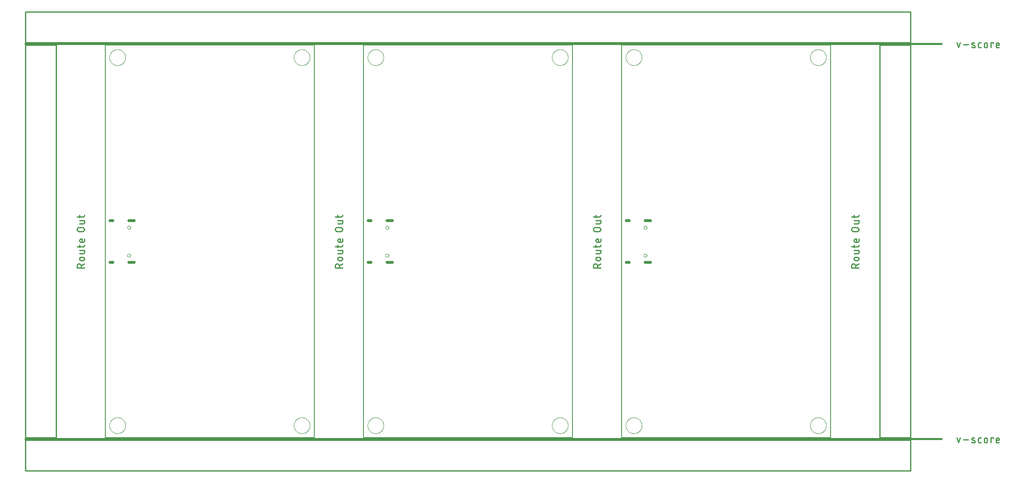
<source format=gko>
G04 EAGLE Gerber RS-274X export*
G75*
%MOMM*%
%FSLAX34Y34*%
%LPD*%
%IN*%
%IPPOS*%
%AMOC8*
5,1,8,0,0,1.08239X$1,22.5*%
G01*
%ADD10C,0.203200*%
%ADD11C,0.279400*%
%ADD12C,0.381000*%
%ADD13C,0.254000*%
%ADD14C,0.000000*%
%ADD15C,0.600000*%


D10*
X431800Y0D02*
X0Y0D01*
X0Y812800D01*
X431800Y812800D01*
X431800Y0D01*
D11*
X-43307Y351904D02*
X-58293Y351904D01*
X-58293Y356067D01*
X-58291Y356195D01*
X-58285Y356323D01*
X-58275Y356451D01*
X-58261Y356579D01*
X-58244Y356706D01*
X-58222Y356832D01*
X-58197Y356958D01*
X-58167Y357082D01*
X-58134Y357206D01*
X-58097Y357329D01*
X-58056Y357451D01*
X-58012Y357571D01*
X-57964Y357690D01*
X-57912Y357807D01*
X-57857Y357923D01*
X-57798Y358036D01*
X-57735Y358149D01*
X-57669Y358259D01*
X-57600Y358366D01*
X-57528Y358472D01*
X-57452Y358576D01*
X-57373Y358677D01*
X-57291Y358776D01*
X-57206Y358872D01*
X-57119Y358965D01*
X-57028Y359056D01*
X-56935Y359143D01*
X-56839Y359228D01*
X-56740Y359310D01*
X-56639Y359389D01*
X-56535Y359465D01*
X-56429Y359537D01*
X-56322Y359606D01*
X-56211Y359672D01*
X-56099Y359735D01*
X-55986Y359794D01*
X-55870Y359849D01*
X-55753Y359901D01*
X-55634Y359949D01*
X-55514Y359993D01*
X-55392Y360034D01*
X-55269Y360071D01*
X-55145Y360104D01*
X-55021Y360134D01*
X-54895Y360159D01*
X-54769Y360181D01*
X-54642Y360198D01*
X-54514Y360212D01*
X-54386Y360222D01*
X-54258Y360228D01*
X-54130Y360230D01*
X-54002Y360228D01*
X-53874Y360222D01*
X-53746Y360212D01*
X-53618Y360198D01*
X-53491Y360181D01*
X-53365Y360159D01*
X-53239Y360134D01*
X-53115Y360104D01*
X-52991Y360071D01*
X-52868Y360034D01*
X-52746Y359993D01*
X-52626Y359949D01*
X-52507Y359901D01*
X-52390Y359849D01*
X-52274Y359794D01*
X-52161Y359735D01*
X-52049Y359672D01*
X-51938Y359606D01*
X-51831Y359537D01*
X-51725Y359465D01*
X-51621Y359389D01*
X-51520Y359310D01*
X-51421Y359228D01*
X-51325Y359143D01*
X-51232Y359056D01*
X-51141Y358965D01*
X-51054Y358872D01*
X-50969Y358776D01*
X-50887Y358677D01*
X-50808Y358576D01*
X-50732Y358472D01*
X-50660Y358366D01*
X-50591Y358259D01*
X-50525Y358149D01*
X-50462Y358036D01*
X-50403Y357923D01*
X-50348Y357807D01*
X-50296Y357690D01*
X-50248Y357571D01*
X-50204Y357451D01*
X-50163Y357329D01*
X-50126Y357206D01*
X-50093Y357082D01*
X-50063Y356958D01*
X-50038Y356832D01*
X-50016Y356706D01*
X-49999Y356579D01*
X-49985Y356451D01*
X-49975Y356323D01*
X-49969Y356195D01*
X-49967Y356067D01*
X-49967Y351904D01*
X-49967Y356899D02*
X-43307Y360229D01*
X-46637Y367188D02*
X-49967Y367188D01*
X-50081Y367190D01*
X-50194Y367196D01*
X-50308Y367205D01*
X-50420Y367219D01*
X-50533Y367236D01*
X-50645Y367258D01*
X-50755Y367283D01*
X-50865Y367311D01*
X-50974Y367344D01*
X-51082Y367380D01*
X-51189Y367420D01*
X-51294Y367464D01*
X-51397Y367511D01*
X-51499Y367561D01*
X-51599Y367615D01*
X-51697Y367673D01*
X-51793Y367734D01*
X-51887Y367797D01*
X-51979Y367865D01*
X-52069Y367935D01*
X-52155Y368008D01*
X-52240Y368084D01*
X-52322Y368163D01*
X-52401Y368245D01*
X-52477Y368330D01*
X-52550Y368416D01*
X-52620Y368506D01*
X-52688Y368598D01*
X-52751Y368692D01*
X-52812Y368788D01*
X-52870Y368886D01*
X-52924Y368986D01*
X-52974Y369088D01*
X-53021Y369191D01*
X-53065Y369296D01*
X-53105Y369403D01*
X-53141Y369511D01*
X-53174Y369620D01*
X-53202Y369730D01*
X-53227Y369840D01*
X-53249Y369952D01*
X-53266Y370065D01*
X-53280Y370177D01*
X-53289Y370291D01*
X-53295Y370404D01*
X-53297Y370518D01*
X-53295Y370632D01*
X-53289Y370745D01*
X-53280Y370859D01*
X-53266Y370971D01*
X-53249Y371084D01*
X-53227Y371196D01*
X-53202Y371306D01*
X-53174Y371416D01*
X-53141Y371525D01*
X-53105Y371633D01*
X-53065Y371740D01*
X-53021Y371845D01*
X-52974Y371948D01*
X-52924Y372050D01*
X-52870Y372150D01*
X-52812Y372248D01*
X-52751Y372344D01*
X-52688Y372438D01*
X-52620Y372530D01*
X-52550Y372620D01*
X-52477Y372706D01*
X-52401Y372791D01*
X-52322Y372873D01*
X-52240Y372952D01*
X-52155Y373028D01*
X-52069Y373101D01*
X-51979Y373171D01*
X-51887Y373239D01*
X-51793Y373302D01*
X-51697Y373363D01*
X-51599Y373421D01*
X-51499Y373475D01*
X-51397Y373525D01*
X-51294Y373572D01*
X-51189Y373616D01*
X-51082Y373656D01*
X-50974Y373692D01*
X-50865Y373725D01*
X-50755Y373753D01*
X-50645Y373778D01*
X-50533Y373800D01*
X-50420Y373817D01*
X-50308Y373831D01*
X-50194Y373840D01*
X-50081Y373846D01*
X-49967Y373848D01*
X-46637Y373848D01*
X-46523Y373846D01*
X-46410Y373840D01*
X-46296Y373831D01*
X-46184Y373817D01*
X-46071Y373800D01*
X-45959Y373778D01*
X-45849Y373753D01*
X-45739Y373725D01*
X-45630Y373692D01*
X-45522Y373656D01*
X-45415Y373616D01*
X-45310Y373572D01*
X-45207Y373525D01*
X-45105Y373475D01*
X-45005Y373421D01*
X-44907Y373363D01*
X-44811Y373302D01*
X-44717Y373239D01*
X-44625Y373171D01*
X-44535Y373101D01*
X-44449Y373028D01*
X-44364Y372952D01*
X-44282Y372873D01*
X-44203Y372791D01*
X-44127Y372706D01*
X-44054Y372620D01*
X-43984Y372530D01*
X-43916Y372438D01*
X-43853Y372344D01*
X-43792Y372248D01*
X-43734Y372150D01*
X-43680Y372050D01*
X-43630Y371948D01*
X-43583Y371845D01*
X-43539Y371740D01*
X-43499Y371633D01*
X-43463Y371525D01*
X-43430Y371416D01*
X-43402Y371306D01*
X-43377Y371196D01*
X-43355Y371084D01*
X-43338Y370971D01*
X-43324Y370859D01*
X-43315Y370745D01*
X-43309Y370632D01*
X-43307Y370518D01*
X-43309Y370404D01*
X-43315Y370291D01*
X-43324Y370177D01*
X-43338Y370065D01*
X-43355Y369952D01*
X-43377Y369840D01*
X-43402Y369730D01*
X-43430Y369620D01*
X-43463Y369511D01*
X-43499Y369403D01*
X-43539Y369296D01*
X-43583Y369191D01*
X-43630Y369088D01*
X-43680Y368986D01*
X-43734Y368886D01*
X-43792Y368788D01*
X-43853Y368692D01*
X-43916Y368598D01*
X-43984Y368506D01*
X-44054Y368416D01*
X-44127Y368330D01*
X-44203Y368245D01*
X-44282Y368163D01*
X-44364Y368084D01*
X-44449Y368008D01*
X-44535Y367935D01*
X-44625Y367865D01*
X-44717Y367797D01*
X-44811Y367734D01*
X-44907Y367673D01*
X-45005Y367615D01*
X-45105Y367561D01*
X-45207Y367511D01*
X-45310Y367464D01*
X-45415Y367420D01*
X-45522Y367380D01*
X-45630Y367344D01*
X-45739Y367311D01*
X-45849Y367283D01*
X-45959Y367258D01*
X-46071Y367236D01*
X-46184Y367219D01*
X-46296Y367205D01*
X-46410Y367196D01*
X-46523Y367190D01*
X-46637Y367188D01*
X-45805Y381256D02*
X-53298Y381256D01*
X-45805Y381255D02*
X-45707Y381257D01*
X-45609Y381263D01*
X-45511Y381272D01*
X-45414Y381286D01*
X-45318Y381303D01*
X-45222Y381324D01*
X-45127Y381349D01*
X-45033Y381377D01*
X-44940Y381409D01*
X-44849Y381445D01*
X-44759Y381484D01*
X-44671Y381527D01*
X-44584Y381574D01*
X-44500Y381623D01*
X-44417Y381676D01*
X-44337Y381732D01*
X-44259Y381791D01*
X-44183Y381854D01*
X-44109Y381919D01*
X-44039Y381987D01*
X-43971Y382057D01*
X-43906Y382131D01*
X-43843Y382207D01*
X-43784Y382285D01*
X-43728Y382365D01*
X-43675Y382448D01*
X-43626Y382532D01*
X-43579Y382619D01*
X-43536Y382707D01*
X-43497Y382797D01*
X-43461Y382888D01*
X-43429Y382981D01*
X-43401Y383075D01*
X-43376Y383170D01*
X-43355Y383266D01*
X-43338Y383362D01*
X-43324Y383459D01*
X-43315Y383557D01*
X-43309Y383655D01*
X-43307Y383753D01*
X-43307Y387916D01*
X-53298Y387916D01*
X-53298Y393897D02*
X-53298Y398892D01*
X-58293Y395562D02*
X-45805Y395562D01*
X-45707Y395564D01*
X-45609Y395570D01*
X-45511Y395579D01*
X-45414Y395593D01*
X-45318Y395610D01*
X-45222Y395631D01*
X-45127Y395656D01*
X-45033Y395684D01*
X-44940Y395716D01*
X-44849Y395752D01*
X-44759Y395791D01*
X-44671Y395834D01*
X-44584Y395881D01*
X-44500Y395930D01*
X-44417Y395983D01*
X-44337Y396039D01*
X-44259Y396098D01*
X-44183Y396161D01*
X-44109Y396226D01*
X-44039Y396294D01*
X-43971Y396364D01*
X-43906Y396438D01*
X-43843Y396514D01*
X-43784Y396592D01*
X-43728Y396672D01*
X-43675Y396755D01*
X-43626Y396839D01*
X-43579Y396926D01*
X-43536Y397014D01*
X-43497Y397104D01*
X-43461Y397195D01*
X-43429Y397288D01*
X-43401Y397382D01*
X-43376Y397477D01*
X-43355Y397573D01*
X-43338Y397669D01*
X-43324Y397766D01*
X-43315Y397864D01*
X-43309Y397962D01*
X-43307Y398060D01*
X-43307Y398892D01*
X-43307Y407721D02*
X-43307Y411884D01*
X-43307Y407721D02*
X-43309Y407623D01*
X-43315Y407525D01*
X-43324Y407427D01*
X-43338Y407330D01*
X-43355Y407234D01*
X-43376Y407138D01*
X-43401Y407043D01*
X-43429Y406949D01*
X-43461Y406856D01*
X-43497Y406765D01*
X-43536Y406675D01*
X-43579Y406587D01*
X-43626Y406500D01*
X-43675Y406416D01*
X-43728Y406333D01*
X-43784Y406253D01*
X-43843Y406175D01*
X-43906Y406099D01*
X-43971Y406025D01*
X-44039Y405955D01*
X-44109Y405887D01*
X-44183Y405822D01*
X-44259Y405759D01*
X-44337Y405700D01*
X-44417Y405644D01*
X-44500Y405591D01*
X-44584Y405542D01*
X-44671Y405495D01*
X-44759Y405452D01*
X-44849Y405413D01*
X-44940Y405377D01*
X-45033Y405345D01*
X-45127Y405317D01*
X-45222Y405292D01*
X-45318Y405271D01*
X-45414Y405254D01*
X-45511Y405240D01*
X-45609Y405231D01*
X-45707Y405225D01*
X-45805Y405223D01*
X-45805Y405224D02*
X-49967Y405224D01*
X-50081Y405226D01*
X-50194Y405232D01*
X-50308Y405241D01*
X-50420Y405255D01*
X-50533Y405272D01*
X-50645Y405294D01*
X-50755Y405319D01*
X-50865Y405347D01*
X-50974Y405380D01*
X-51082Y405416D01*
X-51189Y405456D01*
X-51294Y405500D01*
X-51397Y405547D01*
X-51499Y405597D01*
X-51599Y405651D01*
X-51697Y405709D01*
X-51793Y405770D01*
X-51887Y405833D01*
X-51979Y405901D01*
X-52069Y405971D01*
X-52155Y406044D01*
X-52240Y406120D01*
X-52322Y406199D01*
X-52401Y406281D01*
X-52477Y406366D01*
X-52550Y406452D01*
X-52620Y406542D01*
X-52688Y406634D01*
X-52751Y406728D01*
X-52812Y406824D01*
X-52870Y406922D01*
X-52924Y407022D01*
X-52974Y407124D01*
X-53021Y407227D01*
X-53065Y407332D01*
X-53105Y407439D01*
X-53141Y407547D01*
X-53174Y407656D01*
X-53202Y407766D01*
X-53227Y407876D01*
X-53249Y407988D01*
X-53266Y408101D01*
X-53280Y408213D01*
X-53289Y408327D01*
X-53295Y408440D01*
X-53297Y408554D01*
X-53295Y408668D01*
X-53289Y408781D01*
X-53280Y408895D01*
X-53266Y409007D01*
X-53249Y409120D01*
X-53227Y409232D01*
X-53202Y409342D01*
X-53174Y409452D01*
X-53141Y409561D01*
X-53105Y409669D01*
X-53065Y409776D01*
X-53021Y409881D01*
X-52974Y409984D01*
X-52924Y410086D01*
X-52870Y410186D01*
X-52812Y410284D01*
X-52751Y410380D01*
X-52688Y410474D01*
X-52620Y410566D01*
X-52550Y410656D01*
X-52477Y410742D01*
X-52401Y410827D01*
X-52322Y410909D01*
X-52240Y410988D01*
X-52155Y411064D01*
X-52069Y411137D01*
X-51979Y411207D01*
X-51887Y411275D01*
X-51793Y411338D01*
X-51697Y411399D01*
X-51599Y411457D01*
X-51499Y411511D01*
X-51397Y411561D01*
X-51294Y411608D01*
X-51189Y411652D01*
X-51082Y411692D01*
X-50974Y411728D01*
X-50865Y411761D01*
X-50755Y411789D01*
X-50645Y411814D01*
X-50533Y411836D01*
X-50420Y411853D01*
X-50308Y411867D01*
X-50194Y411876D01*
X-50081Y411882D01*
X-49967Y411884D01*
X-48302Y411884D01*
X-48302Y405224D01*
X-47470Y427317D02*
X-54130Y427317D01*
X-54258Y427319D01*
X-54386Y427325D01*
X-54514Y427335D01*
X-54642Y427349D01*
X-54769Y427366D01*
X-54895Y427388D01*
X-55021Y427413D01*
X-55145Y427443D01*
X-55269Y427476D01*
X-55392Y427513D01*
X-55514Y427554D01*
X-55634Y427598D01*
X-55753Y427646D01*
X-55870Y427698D01*
X-55986Y427753D01*
X-56099Y427812D01*
X-56212Y427875D01*
X-56322Y427941D01*
X-56429Y428010D01*
X-56535Y428082D01*
X-56639Y428158D01*
X-56740Y428237D01*
X-56839Y428319D01*
X-56935Y428404D01*
X-57028Y428491D01*
X-57119Y428582D01*
X-57206Y428675D01*
X-57291Y428771D01*
X-57373Y428870D01*
X-57452Y428971D01*
X-57528Y429075D01*
X-57600Y429181D01*
X-57669Y429288D01*
X-57735Y429399D01*
X-57798Y429511D01*
X-57857Y429624D01*
X-57912Y429740D01*
X-57964Y429857D01*
X-58012Y429976D01*
X-58056Y430096D01*
X-58097Y430218D01*
X-58134Y430341D01*
X-58167Y430465D01*
X-58197Y430589D01*
X-58222Y430715D01*
X-58244Y430841D01*
X-58261Y430968D01*
X-58275Y431096D01*
X-58285Y431224D01*
X-58291Y431352D01*
X-58293Y431480D01*
X-58291Y431608D01*
X-58285Y431736D01*
X-58275Y431864D01*
X-58261Y431992D01*
X-58244Y432119D01*
X-58222Y432245D01*
X-58197Y432371D01*
X-58167Y432495D01*
X-58134Y432619D01*
X-58097Y432742D01*
X-58056Y432864D01*
X-58012Y432984D01*
X-57964Y433103D01*
X-57912Y433220D01*
X-57857Y433336D01*
X-57798Y433449D01*
X-57735Y433562D01*
X-57669Y433672D01*
X-57600Y433779D01*
X-57528Y433885D01*
X-57452Y433989D01*
X-57373Y434090D01*
X-57291Y434189D01*
X-57206Y434285D01*
X-57119Y434378D01*
X-57028Y434469D01*
X-56935Y434556D01*
X-56839Y434641D01*
X-56740Y434723D01*
X-56639Y434802D01*
X-56535Y434878D01*
X-56429Y434950D01*
X-56322Y435019D01*
X-56211Y435085D01*
X-56099Y435148D01*
X-55986Y435207D01*
X-55870Y435262D01*
X-55753Y435314D01*
X-55634Y435362D01*
X-55514Y435406D01*
X-55392Y435447D01*
X-55269Y435484D01*
X-55145Y435517D01*
X-55021Y435547D01*
X-54895Y435572D01*
X-54769Y435594D01*
X-54642Y435611D01*
X-54514Y435625D01*
X-54386Y435635D01*
X-54258Y435641D01*
X-54130Y435643D01*
X-54130Y435642D02*
X-47470Y435642D01*
X-47470Y435643D02*
X-47342Y435641D01*
X-47214Y435635D01*
X-47086Y435625D01*
X-46958Y435611D01*
X-46831Y435594D01*
X-46705Y435572D01*
X-46579Y435547D01*
X-46455Y435517D01*
X-46331Y435484D01*
X-46208Y435447D01*
X-46086Y435406D01*
X-45966Y435362D01*
X-45847Y435314D01*
X-45730Y435262D01*
X-45614Y435207D01*
X-45501Y435148D01*
X-45388Y435085D01*
X-45278Y435019D01*
X-45171Y434950D01*
X-45065Y434878D01*
X-44961Y434802D01*
X-44860Y434723D01*
X-44761Y434641D01*
X-44665Y434556D01*
X-44572Y434469D01*
X-44481Y434378D01*
X-44394Y434285D01*
X-44309Y434189D01*
X-44227Y434090D01*
X-44148Y433989D01*
X-44072Y433885D01*
X-44000Y433779D01*
X-43931Y433672D01*
X-43865Y433562D01*
X-43802Y433449D01*
X-43743Y433336D01*
X-43688Y433220D01*
X-43636Y433103D01*
X-43588Y432984D01*
X-43544Y432864D01*
X-43503Y432742D01*
X-43466Y432619D01*
X-43433Y432495D01*
X-43403Y432371D01*
X-43378Y432245D01*
X-43356Y432119D01*
X-43339Y431992D01*
X-43325Y431864D01*
X-43315Y431736D01*
X-43309Y431608D01*
X-43307Y431480D01*
X-43309Y431352D01*
X-43315Y431224D01*
X-43325Y431096D01*
X-43339Y430968D01*
X-43356Y430841D01*
X-43378Y430715D01*
X-43403Y430589D01*
X-43433Y430465D01*
X-43466Y430341D01*
X-43503Y430218D01*
X-43544Y430096D01*
X-43588Y429976D01*
X-43636Y429857D01*
X-43688Y429740D01*
X-43743Y429624D01*
X-43802Y429511D01*
X-43865Y429399D01*
X-43931Y429288D01*
X-44000Y429181D01*
X-44072Y429075D01*
X-44148Y428971D01*
X-44227Y428870D01*
X-44309Y428771D01*
X-44394Y428675D01*
X-44481Y428582D01*
X-44572Y428491D01*
X-44665Y428404D01*
X-44761Y428319D01*
X-44860Y428237D01*
X-44961Y428158D01*
X-45065Y428082D01*
X-45171Y428010D01*
X-45278Y427941D01*
X-45389Y427875D01*
X-45501Y427812D01*
X-45614Y427753D01*
X-45730Y427698D01*
X-45847Y427646D01*
X-45966Y427598D01*
X-46086Y427554D01*
X-46208Y427513D01*
X-46331Y427476D01*
X-46455Y427443D01*
X-46579Y427413D01*
X-46705Y427388D01*
X-46831Y427366D01*
X-46958Y427349D01*
X-47086Y427335D01*
X-47214Y427325D01*
X-47342Y427319D01*
X-47470Y427317D01*
X-45805Y443259D02*
X-53298Y443259D01*
X-45805Y443259D02*
X-45707Y443261D01*
X-45609Y443267D01*
X-45511Y443276D01*
X-45414Y443290D01*
X-45318Y443307D01*
X-45222Y443328D01*
X-45127Y443353D01*
X-45033Y443381D01*
X-44940Y443413D01*
X-44849Y443449D01*
X-44759Y443488D01*
X-44671Y443531D01*
X-44584Y443578D01*
X-44500Y443627D01*
X-44417Y443680D01*
X-44337Y443736D01*
X-44259Y443795D01*
X-44183Y443858D01*
X-44109Y443923D01*
X-44039Y443991D01*
X-43971Y444061D01*
X-43906Y444135D01*
X-43843Y444211D01*
X-43784Y444289D01*
X-43728Y444369D01*
X-43675Y444452D01*
X-43626Y444536D01*
X-43579Y444623D01*
X-43536Y444711D01*
X-43497Y444801D01*
X-43461Y444892D01*
X-43429Y444985D01*
X-43401Y445079D01*
X-43376Y445174D01*
X-43355Y445270D01*
X-43338Y445366D01*
X-43324Y445463D01*
X-43315Y445561D01*
X-43309Y445659D01*
X-43307Y445757D01*
X-43307Y449920D01*
X-53298Y449920D01*
X-53298Y455901D02*
X-53298Y460896D01*
X-58293Y457566D02*
X-45805Y457566D01*
X-45707Y457568D01*
X-45609Y457574D01*
X-45511Y457583D01*
X-45414Y457597D01*
X-45318Y457614D01*
X-45222Y457635D01*
X-45127Y457660D01*
X-45033Y457688D01*
X-44940Y457720D01*
X-44849Y457756D01*
X-44759Y457795D01*
X-44671Y457838D01*
X-44584Y457885D01*
X-44500Y457934D01*
X-44417Y457987D01*
X-44337Y458043D01*
X-44259Y458102D01*
X-44183Y458165D01*
X-44109Y458230D01*
X-44039Y458298D01*
X-43971Y458368D01*
X-43906Y458442D01*
X-43843Y458518D01*
X-43784Y458596D01*
X-43728Y458676D01*
X-43675Y458759D01*
X-43626Y458843D01*
X-43579Y458930D01*
X-43536Y459018D01*
X-43497Y459108D01*
X-43461Y459199D01*
X-43429Y459292D01*
X-43401Y459386D01*
X-43376Y459481D01*
X-43355Y459577D01*
X-43338Y459673D01*
X-43324Y459770D01*
X-43315Y459868D01*
X-43309Y459966D01*
X-43307Y460064D01*
X-43307Y460896D01*
D10*
X533400Y0D02*
X965200Y0D01*
X533400Y0D02*
X533400Y812800D01*
X965200Y812800D01*
X965200Y0D01*
D11*
X490093Y351904D02*
X475107Y351904D01*
X475107Y356067D01*
X475109Y356195D01*
X475115Y356323D01*
X475125Y356451D01*
X475139Y356579D01*
X475156Y356706D01*
X475178Y356832D01*
X475203Y356958D01*
X475233Y357082D01*
X475266Y357206D01*
X475303Y357329D01*
X475344Y357451D01*
X475388Y357571D01*
X475436Y357690D01*
X475488Y357807D01*
X475543Y357923D01*
X475602Y358036D01*
X475665Y358149D01*
X475731Y358259D01*
X475800Y358366D01*
X475872Y358472D01*
X475948Y358576D01*
X476027Y358677D01*
X476109Y358776D01*
X476194Y358872D01*
X476281Y358965D01*
X476372Y359056D01*
X476465Y359143D01*
X476561Y359228D01*
X476660Y359310D01*
X476761Y359389D01*
X476865Y359465D01*
X476971Y359537D01*
X477078Y359606D01*
X477189Y359672D01*
X477301Y359735D01*
X477414Y359794D01*
X477530Y359849D01*
X477647Y359901D01*
X477766Y359949D01*
X477886Y359993D01*
X478008Y360034D01*
X478131Y360071D01*
X478255Y360104D01*
X478379Y360134D01*
X478505Y360159D01*
X478631Y360181D01*
X478758Y360198D01*
X478886Y360212D01*
X479014Y360222D01*
X479142Y360228D01*
X479270Y360230D01*
X479398Y360228D01*
X479526Y360222D01*
X479654Y360212D01*
X479782Y360198D01*
X479909Y360181D01*
X480035Y360159D01*
X480161Y360134D01*
X480285Y360104D01*
X480409Y360071D01*
X480532Y360034D01*
X480654Y359993D01*
X480774Y359949D01*
X480893Y359901D01*
X481010Y359849D01*
X481126Y359794D01*
X481239Y359735D01*
X481352Y359672D01*
X481462Y359606D01*
X481569Y359537D01*
X481675Y359465D01*
X481779Y359389D01*
X481880Y359310D01*
X481979Y359228D01*
X482075Y359143D01*
X482168Y359056D01*
X482259Y358965D01*
X482346Y358872D01*
X482431Y358776D01*
X482513Y358677D01*
X482592Y358576D01*
X482668Y358472D01*
X482740Y358366D01*
X482809Y358259D01*
X482875Y358149D01*
X482938Y358036D01*
X482997Y357923D01*
X483052Y357807D01*
X483104Y357690D01*
X483152Y357571D01*
X483196Y357451D01*
X483237Y357329D01*
X483274Y357206D01*
X483307Y357082D01*
X483337Y356958D01*
X483362Y356832D01*
X483384Y356706D01*
X483401Y356579D01*
X483415Y356451D01*
X483425Y356323D01*
X483431Y356195D01*
X483433Y356067D01*
X483433Y351904D01*
X483433Y356899D02*
X490093Y360229D01*
X486763Y367188D02*
X483433Y367188D01*
X483319Y367190D01*
X483206Y367196D01*
X483092Y367205D01*
X482980Y367219D01*
X482867Y367236D01*
X482755Y367258D01*
X482645Y367283D01*
X482535Y367311D01*
X482426Y367344D01*
X482318Y367380D01*
X482211Y367420D01*
X482106Y367464D01*
X482003Y367511D01*
X481901Y367561D01*
X481801Y367615D01*
X481703Y367673D01*
X481607Y367734D01*
X481513Y367797D01*
X481421Y367865D01*
X481331Y367935D01*
X481245Y368008D01*
X481160Y368084D01*
X481078Y368163D01*
X480999Y368245D01*
X480923Y368330D01*
X480850Y368416D01*
X480780Y368506D01*
X480712Y368598D01*
X480649Y368692D01*
X480588Y368788D01*
X480530Y368886D01*
X480476Y368986D01*
X480426Y369088D01*
X480379Y369191D01*
X480335Y369296D01*
X480295Y369403D01*
X480259Y369511D01*
X480226Y369620D01*
X480198Y369730D01*
X480173Y369840D01*
X480151Y369952D01*
X480134Y370065D01*
X480120Y370177D01*
X480111Y370291D01*
X480105Y370404D01*
X480103Y370518D01*
X480105Y370632D01*
X480111Y370745D01*
X480120Y370859D01*
X480134Y370971D01*
X480151Y371084D01*
X480173Y371196D01*
X480198Y371306D01*
X480226Y371416D01*
X480259Y371525D01*
X480295Y371633D01*
X480335Y371740D01*
X480379Y371845D01*
X480426Y371948D01*
X480476Y372050D01*
X480530Y372150D01*
X480588Y372248D01*
X480649Y372344D01*
X480712Y372438D01*
X480780Y372530D01*
X480850Y372620D01*
X480923Y372706D01*
X480999Y372791D01*
X481078Y372873D01*
X481160Y372952D01*
X481245Y373028D01*
X481331Y373101D01*
X481421Y373171D01*
X481513Y373239D01*
X481607Y373302D01*
X481703Y373363D01*
X481801Y373421D01*
X481901Y373475D01*
X482003Y373525D01*
X482106Y373572D01*
X482211Y373616D01*
X482318Y373656D01*
X482426Y373692D01*
X482535Y373725D01*
X482645Y373753D01*
X482755Y373778D01*
X482867Y373800D01*
X482980Y373817D01*
X483092Y373831D01*
X483206Y373840D01*
X483319Y373846D01*
X483433Y373848D01*
X486763Y373848D01*
X486877Y373846D01*
X486990Y373840D01*
X487104Y373831D01*
X487216Y373817D01*
X487329Y373800D01*
X487441Y373778D01*
X487551Y373753D01*
X487661Y373725D01*
X487770Y373692D01*
X487878Y373656D01*
X487985Y373616D01*
X488090Y373572D01*
X488193Y373525D01*
X488295Y373475D01*
X488395Y373421D01*
X488493Y373363D01*
X488589Y373302D01*
X488683Y373239D01*
X488775Y373171D01*
X488865Y373101D01*
X488951Y373028D01*
X489036Y372952D01*
X489118Y372873D01*
X489197Y372791D01*
X489273Y372706D01*
X489346Y372620D01*
X489416Y372530D01*
X489484Y372438D01*
X489547Y372344D01*
X489608Y372248D01*
X489666Y372150D01*
X489720Y372050D01*
X489770Y371948D01*
X489817Y371845D01*
X489861Y371740D01*
X489901Y371633D01*
X489937Y371525D01*
X489970Y371416D01*
X489998Y371306D01*
X490023Y371196D01*
X490045Y371084D01*
X490062Y370971D01*
X490076Y370859D01*
X490085Y370745D01*
X490091Y370632D01*
X490093Y370518D01*
X490091Y370404D01*
X490085Y370291D01*
X490076Y370177D01*
X490062Y370065D01*
X490045Y369952D01*
X490023Y369840D01*
X489998Y369730D01*
X489970Y369620D01*
X489937Y369511D01*
X489901Y369403D01*
X489861Y369296D01*
X489817Y369191D01*
X489770Y369088D01*
X489720Y368986D01*
X489666Y368886D01*
X489608Y368788D01*
X489547Y368692D01*
X489484Y368598D01*
X489416Y368506D01*
X489346Y368416D01*
X489273Y368330D01*
X489197Y368245D01*
X489118Y368163D01*
X489036Y368084D01*
X488951Y368008D01*
X488865Y367935D01*
X488775Y367865D01*
X488683Y367797D01*
X488589Y367734D01*
X488493Y367673D01*
X488395Y367615D01*
X488295Y367561D01*
X488193Y367511D01*
X488090Y367464D01*
X487985Y367420D01*
X487878Y367380D01*
X487770Y367344D01*
X487661Y367311D01*
X487551Y367283D01*
X487441Y367258D01*
X487329Y367236D01*
X487216Y367219D01*
X487104Y367205D01*
X486990Y367196D01*
X486877Y367190D01*
X486763Y367188D01*
X487595Y381256D02*
X480102Y381256D01*
X487595Y381255D02*
X487693Y381257D01*
X487791Y381263D01*
X487889Y381272D01*
X487986Y381286D01*
X488082Y381303D01*
X488178Y381324D01*
X488273Y381349D01*
X488367Y381377D01*
X488460Y381409D01*
X488551Y381445D01*
X488641Y381484D01*
X488729Y381527D01*
X488816Y381574D01*
X488900Y381623D01*
X488983Y381676D01*
X489063Y381732D01*
X489142Y381791D01*
X489217Y381854D01*
X489291Y381919D01*
X489361Y381987D01*
X489429Y382057D01*
X489495Y382131D01*
X489557Y382207D01*
X489616Y382285D01*
X489672Y382365D01*
X489725Y382448D01*
X489775Y382532D01*
X489821Y382619D01*
X489864Y382707D01*
X489903Y382797D01*
X489939Y382888D01*
X489971Y382981D01*
X489999Y383075D01*
X490024Y383170D01*
X490045Y383266D01*
X490062Y383362D01*
X490076Y383459D01*
X490085Y383557D01*
X490091Y383655D01*
X490093Y383753D01*
X490093Y387916D01*
X480102Y387916D01*
X480102Y393897D02*
X480102Y398892D01*
X475107Y395562D02*
X487595Y395562D01*
X487693Y395564D01*
X487791Y395570D01*
X487889Y395579D01*
X487986Y395593D01*
X488082Y395610D01*
X488178Y395631D01*
X488273Y395656D01*
X488367Y395684D01*
X488460Y395716D01*
X488551Y395752D01*
X488641Y395791D01*
X488729Y395834D01*
X488816Y395881D01*
X488900Y395930D01*
X488983Y395983D01*
X489063Y396039D01*
X489142Y396098D01*
X489217Y396161D01*
X489291Y396226D01*
X489361Y396294D01*
X489429Y396364D01*
X489495Y396438D01*
X489557Y396514D01*
X489616Y396592D01*
X489672Y396672D01*
X489725Y396755D01*
X489775Y396839D01*
X489821Y396926D01*
X489864Y397014D01*
X489903Y397104D01*
X489939Y397195D01*
X489971Y397288D01*
X489999Y397382D01*
X490024Y397477D01*
X490045Y397573D01*
X490062Y397669D01*
X490076Y397766D01*
X490085Y397864D01*
X490091Y397962D01*
X490093Y398060D01*
X490093Y398892D01*
X490093Y407721D02*
X490093Y411884D01*
X490093Y407721D02*
X490091Y407623D01*
X490085Y407525D01*
X490076Y407427D01*
X490062Y407330D01*
X490045Y407234D01*
X490024Y407138D01*
X489999Y407043D01*
X489971Y406949D01*
X489939Y406856D01*
X489903Y406765D01*
X489864Y406675D01*
X489821Y406587D01*
X489774Y406500D01*
X489725Y406416D01*
X489672Y406333D01*
X489616Y406253D01*
X489557Y406175D01*
X489495Y406099D01*
X489429Y406025D01*
X489361Y405955D01*
X489291Y405887D01*
X489217Y405822D01*
X489142Y405759D01*
X489063Y405700D01*
X488983Y405644D01*
X488900Y405591D01*
X488816Y405542D01*
X488729Y405495D01*
X488641Y405452D01*
X488551Y405413D01*
X488460Y405377D01*
X488367Y405345D01*
X488273Y405317D01*
X488178Y405292D01*
X488082Y405271D01*
X487986Y405254D01*
X487889Y405240D01*
X487791Y405231D01*
X487693Y405225D01*
X487595Y405223D01*
X487595Y405224D02*
X483433Y405224D01*
X483319Y405226D01*
X483206Y405232D01*
X483092Y405241D01*
X482980Y405255D01*
X482867Y405272D01*
X482755Y405294D01*
X482645Y405319D01*
X482535Y405347D01*
X482426Y405380D01*
X482318Y405416D01*
X482211Y405456D01*
X482106Y405500D01*
X482003Y405547D01*
X481901Y405597D01*
X481801Y405651D01*
X481703Y405709D01*
X481607Y405770D01*
X481513Y405833D01*
X481421Y405901D01*
X481331Y405971D01*
X481245Y406044D01*
X481160Y406120D01*
X481078Y406199D01*
X480999Y406281D01*
X480923Y406366D01*
X480850Y406452D01*
X480780Y406542D01*
X480712Y406634D01*
X480649Y406728D01*
X480588Y406824D01*
X480530Y406922D01*
X480476Y407022D01*
X480426Y407124D01*
X480379Y407227D01*
X480335Y407332D01*
X480295Y407439D01*
X480259Y407547D01*
X480226Y407656D01*
X480198Y407766D01*
X480173Y407876D01*
X480151Y407988D01*
X480134Y408101D01*
X480120Y408213D01*
X480111Y408327D01*
X480105Y408440D01*
X480103Y408554D01*
X480105Y408668D01*
X480111Y408781D01*
X480120Y408895D01*
X480134Y409007D01*
X480151Y409120D01*
X480173Y409232D01*
X480198Y409342D01*
X480226Y409452D01*
X480259Y409561D01*
X480295Y409669D01*
X480335Y409776D01*
X480379Y409881D01*
X480426Y409984D01*
X480476Y410086D01*
X480530Y410186D01*
X480588Y410284D01*
X480649Y410380D01*
X480712Y410474D01*
X480780Y410566D01*
X480850Y410656D01*
X480923Y410742D01*
X480999Y410827D01*
X481078Y410909D01*
X481160Y410988D01*
X481245Y411064D01*
X481331Y411137D01*
X481421Y411207D01*
X481513Y411275D01*
X481607Y411338D01*
X481703Y411399D01*
X481801Y411457D01*
X481901Y411511D01*
X482003Y411561D01*
X482106Y411608D01*
X482211Y411652D01*
X482318Y411692D01*
X482426Y411728D01*
X482535Y411761D01*
X482645Y411789D01*
X482755Y411814D01*
X482867Y411836D01*
X482980Y411853D01*
X483092Y411867D01*
X483206Y411876D01*
X483319Y411882D01*
X483433Y411884D01*
X485098Y411884D01*
X485098Y405224D01*
X485930Y427317D02*
X479270Y427317D01*
X479142Y427319D01*
X479014Y427325D01*
X478886Y427335D01*
X478758Y427349D01*
X478631Y427366D01*
X478505Y427388D01*
X478379Y427413D01*
X478255Y427443D01*
X478131Y427476D01*
X478008Y427513D01*
X477886Y427554D01*
X477766Y427598D01*
X477647Y427646D01*
X477530Y427698D01*
X477414Y427753D01*
X477301Y427812D01*
X477189Y427875D01*
X477078Y427941D01*
X476971Y428010D01*
X476865Y428082D01*
X476761Y428158D01*
X476660Y428237D01*
X476561Y428319D01*
X476465Y428404D01*
X476372Y428491D01*
X476281Y428582D01*
X476194Y428675D01*
X476109Y428771D01*
X476027Y428870D01*
X475948Y428971D01*
X475872Y429075D01*
X475800Y429181D01*
X475731Y429288D01*
X475665Y429399D01*
X475602Y429511D01*
X475543Y429624D01*
X475488Y429740D01*
X475436Y429857D01*
X475388Y429976D01*
X475344Y430096D01*
X475303Y430218D01*
X475266Y430341D01*
X475233Y430465D01*
X475203Y430589D01*
X475178Y430715D01*
X475156Y430841D01*
X475139Y430968D01*
X475125Y431096D01*
X475115Y431224D01*
X475109Y431352D01*
X475107Y431480D01*
X475109Y431608D01*
X475115Y431736D01*
X475125Y431864D01*
X475139Y431992D01*
X475156Y432119D01*
X475178Y432245D01*
X475203Y432371D01*
X475233Y432495D01*
X475266Y432619D01*
X475303Y432742D01*
X475344Y432864D01*
X475388Y432984D01*
X475436Y433103D01*
X475488Y433220D01*
X475543Y433336D01*
X475602Y433449D01*
X475665Y433562D01*
X475731Y433672D01*
X475800Y433779D01*
X475872Y433885D01*
X475948Y433989D01*
X476027Y434090D01*
X476109Y434189D01*
X476194Y434285D01*
X476281Y434378D01*
X476372Y434469D01*
X476465Y434556D01*
X476561Y434641D01*
X476660Y434723D01*
X476761Y434802D01*
X476865Y434878D01*
X476971Y434950D01*
X477078Y435019D01*
X477189Y435085D01*
X477301Y435148D01*
X477414Y435207D01*
X477530Y435262D01*
X477647Y435314D01*
X477766Y435362D01*
X477886Y435406D01*
X478008Y435447D01*
X478131Y435484D01*
X478255Y435517D01*
X478379Y435547D01*
X478505Y435572D01*
X478631Y435594D01*
X478758Y435611D01*
X478886Y435625D01*
X479014Y435635D01*
X479142Y435641D01*
X479270Y435643D01*
X479270Y435642D02*
X485930Y435642D01*
X485930Y435643D02*
X486058Y435641D01*
X486186Y435635D01*
X486314Y435625D01*
X486442Y435611D01*
X486569Y435594D01*
X486695Y435572D01*
X486821Y435547D01*
X486945Y435517D01*
X487069Y435484D01*
X487192Y435447D01*
X487314Y435406D01*
X487434Y435362D01*
X487553Y435314D01*
X487670Y435262D01*
X487786Y435207D01*
X487899Y435148D01*
X488012Y435085D01*
X488122Y435019D01*
X488229Y434950D01*
X488335Y434878D01*
X488439Y434802D01*
X488540Y434723D01*
X488639Y434641D01*
X488735Y434556D01*
X488828Y434469D01*
X488919Y434378D01*
X489006Y434285D01*
X489091Y434189D01*
X489173Y434090D01*
X489252Y433989D01*
X489328Y433885D01*
X489400Y433779D01*
X489469Y433672D01*
X489535Y433562D01*
X489598Y433449D01*
X489657Y433336D01*
X489712Y433220D01*
X489764Y433103D01*
X489812Y432984D01*
X489856Y432864D01*
X489897Y432742D01*
X489934Y432619D01*
X489967Y432495D01*
X489997Y432371D01*
X490022Y432245D01*
X490044Y432119D01*
X490061Y431992D01*
X490075Y431864D01*
X490085Y431736D01*
X490091Y431608D01*
X490093Y431480D01*
X490091Y431352D01*
X490085Y431224D01*
X490075Y431096D01*
X490061Y430968D01*
X490044Y430841D01*
X490022Y430715D01*
X489997Y430589D01*
X489967Y430465D01*
X489934Y430341D01*
X489897Y430218D01*
X489856Y430096D01*
X489812Y429976D01*
X489764Y429857D01*
X489712Y429740D01*
X489657Y429624D01*
X489598Y429511D01*
X489535Y429399D01*
X489469Y429288D01*
X489400Y429181D01*
X489328Y429075D01*
X489252Y428971D01*
X489173Y428870D01*
X489091Y428771D01*
X489006Y428675D01*
X488919Y428582D01*
X488828Y428491D01*
X488735Y428404D01*
X488639Y428319D01*
X488540Y428237D01*
X488439Y428158D01*
X488335Y428082D01*
X488229Y428010D01*
X488122Y427941D01*
X488012Y427875D01*
X487899Y427812D01*
X487786Y427753D01*
X487670Y427698D01*
X487553Y427646D01*
X487434Y427598D01*
X487314Y427554D01*
X487192Y427513D01*
X487069Y427476D01*
X486945Y427443D01*
X486821Y427413D01*
X486695Y427388D01*
X486569Y427366D01*
X486442Y427349D01*
X486314Y427335D01*
X486186Y427325D01*
X486058Y427319D01*
X485930Y427317D01*
X487595Y443259D02*
X480102Y443259D01*
X487595Y443259D02*
X487693Y443261D01*
X487791Y443267D01*
X487889Y443276D01*
X487986Y443290D01*
X488082Y443307D01*
X488178Y443328D01*
X488273Y443353D01*
X488367Y443381D01*
X488460Y443413D01*
X488551Y443449D01*
X488641Y443488D01*
X488729Y443531D01*
X488816Y443578D01*
X488900Y443627D01*
X488983Y443680D01*
X489063Y443736D01*
X489142Y443795D01*
X489217Y443858D01*
X489291Y443923D01*
X489361Y443991D01*
X489429Y444061D01*
X489495Y444135D01*
X489557Y444211D01*
X489616Y444289D01*
X489672Y444369D01*
X489725Y444452D01*
X489775Y444536D01*
X489821Y444623D01*
X489864Y444711D01*
X489903Y444801D01*
X489939Y444892D01*
X489971Y444985D01*
X489999Y445079D01*
X490024Y445174D01*
X490045Y445270D01*
X490062Y445366D01*
X490076Y445463D01*
X490085Y445561D01*
X490091Y445659D01*
X490093Y445757D01*
X490093Y449920D01*
X480102Y449920D01*
X480102Y455901D02*
X480102Y460896D01*
X475107Y457566D02*
X487595Y457566D01*
X487595Y457565D02*
X487693Y457567D01*
X487791Y457573D01*
X487889Y457582D01*
X487986Y457596D01*
X488082Y457613D01*
X488178Y457634D01*
X488273Y457659D01*
X488367Y457687D01*
X488460Y457719D01*
X488551Y457755D01*
X488641Y457794D01*
X488729Y457837D01*
X488816Y457884D01*
X488900Y457933D01*
X488983Y457986D01*
X489063Y458042D01*
X489142Y458101D01*
X489217Y458164D01*
X489291Y458229D01*
X489361Y458297D01*
X489429Y458367D01*
X489495Y458441D01*
X489557Y458517D01*
X489616Y458595D01*
X489672Y458675D01*
X489725Y458758D01*
X489775Y458842D01*
X489821Y458929D01*
X489864Y459017D01*
X489903Y459107D01*
X489939Y459198D01*
X489971Y459291D01*
X489999Y459385D01*
X490024Y459480D01*
X490045Y459576D01*
X490062Y459672D01*
X490076Y459769D01*
X490085Y459867D01*
X490091Y459965D01*
X490093Y460063D01*
X490093Y460064D02*
X490093Y460896D01*
D10*
X1066800Y0D02*
X1498600Y0D01*
X1066800Y0D02*
X1066800Y812800D01*
X1498600Y812800D01*
X1498600Y0D01*
D11*
X1023493Y351904D02*
X1008507Y351904D01*
X1008507Y356067D01*
X1008509Y356195D01*
X1008515Y356323D01*
X1008525Y356451D01*
X1008539Y356579D01*
X1008556Y356706D01*
X1008578Y356832D01*
X1008603Y356958D01*
X1008633Y357082D01*
X1008666Y357206D01*
X1008703Y357329D01*
X1008744Y357451D01*
X1008788Y357571D01*
X1008836Y357690D01*
X1008888Y357807D01*
X1008943Y357923D01*
X1009002Y358036D01*
X1009065Y358149D01*
X1009131Y358259D01*
X1009200Y358366D01*
X1009272Y358472D01*
X1009348Y358576D01*
X1009427Y358677D01*
X1009509Y358776D01*
X1009594Y358872D01*
X1009681Y358965D01*
X1009772Y359056D01*
X1009865Y359143D01*
X1009961Y359228D01*
X1010060Y359310D01*
X1010161Y359389D01*
X1010265Y359465D01*
X1010371Y359537D01*
X1010478Y359606D01*
X1010589Y359672D01*
X1010701Y359735D01*
X1010814Y359794D01*
X1010930Y359849D01*
X1011047Y359901D01*
X1011166Y359949D01*
X1011286Y359993D01*
X1011408Y360034D01*
X1011531Y360071D01*
X1011655Y360104D01*
X1011779Y360134D01*
X1011905Y360159D01*
X1012031Y360181D01*
X1012158Y360198D01*
X1012286Y360212D01*
X1012414Y360222D01*
X1012542Y360228D01*
X1012670Y360230D01*
X1012798Y360228D01*
X1012926Y360222D01*
X1013054Y360212D01*
X1013182Y360198D01*
X1013309Y360181D01*
X1013435Y360159D01*
X1013561Y360134D01*
X1013685Y360104D01*
X1013809Y360071D01*
X1013932Y360034D01*
X1014054Y359993D01*
X1014174Y359949D01*
X1014293Y359901D01*
X1014410Y359849D01*
X1014526Y359794D01*
X1014639Y359735D01*
X1014752Y359672D01*
X1014862Y359606D01*
X1014969Y359537D01*
X1015075Y359465D01*
X1015179Y359389D01*
X1015280Y359310D01*
X1015379Y359228D01*
X1015475Y359143D01*
X1015568Y359056D01*
X1015659Y358965D01*
X1015746Y358872D01*
X1015831Y358776D01*
X1015913Y358677D01*
X1015992Y358576D01*
X1016068Y358472D01*
X1016140Y358366D01*
X1016209Y358259D01*
X1016275Y358149D01*
X1016338Y358036D01*
X1016397Y357923D01*
X1016452Y357807D01*
X1016504Y357690D01*
X1016552Y357571D01*
X1016596Y357451D01*
X1016637Y357329D01*
X1016674Y357206D01*
X1016707Y357082D01*
X1016737Y356958D01*
X1016762Y356832D01*
X1016784Y356706D01*
X1016801Y356579D01*
X1016815Y356451D01*
X1016825Y356323D01*
X1016831Y356195D01*
X1016833Y356067D01*
X1016833Y351904D01*
X1016833Y356899D02*
X1023493Y360229D01*
X1020163Y367188D02*
X1016833Y367188D01*
X1016719Y367190D01*
X1016606Y367196D01*
X1016492Y367205D01*
X1016380Y367219D01*
X1016267Y367236D01*
X1016155Y367258D01*
X1016045Y367283D01*
X1015935Y367311D01*
X1015826Y367344D01*
X1015718Y367380D01*
X1015611Y367420D01*
X1015506Y367464D01*
X1015403Y367511D01*
X1015301Y367561D01*
X1015201Y367615D01*
X1015103Y367673D01*
X1015007Y367734D01*
X1014913Y367797D01*
X1014821Y367865D01*
X1014731Y367935D01*
X1014645Y368008D01*
X1014560Y368084D01*
X1014478Y368163D01*
X1014399Y368245D01*
X1014323Y368330D01*
X1014250Y368416D01*
X1014180Y368506D01*
X1014112Y368598D01*
X1014049Y368692D01*
X1013988Y368788D01*
X1013930Y368886D01*
X1013876Y368986D01*
X1013826Y369088D01*
X1013779Y369191D01*
X1013735Y369296D01*
X1013695Y369403D01*
X1013659Y369511D01*
X1013626Y369620D01*
X1013598Y369730D01*
X1013573Y369840D01*
X1013551Y369952D01*
X1013534Y370065D01*
X1013520Y370177D01*
X1013511Y370291D01*
X1013505Y370404D01*
X1013503Y370518D01*
X1013505Y370632D01*
X1013511Y370745D01*
X1013520Y370859D01*
X1013534Y370971D01*
X1013551Y371084D01*
X1013573Y371196D01*
X1013598Y371306D01*
X1013626Y371416D01*
X1013659Y371525D01*
X1013695Y371633D01*
X1013735Y371740D01*
X1013779Y371845D01*
X1013826Y371948D01*
X1013876Y372050D01*
X1013930Y372150D01*
X1013988Y372248D01*
X1014049Y372344D01*
X1014112Y372438D01*
X1014180Y372530D01*
X1014250Y372620D01*
X1014323Y372706D01*
X1014399Y372791D01*
X1014478Y372873D01*
X1014560Y372952D01*
X1014645Y373028D01*
X1014731Y373101D01*
X1014821Y373171D01*
X1014913Y373239D01*
X1015007Y373302D01*
X1015103Y373363D01*
X1015201Y373421D01*
X1015301Y373475D01*
X1015403Y373525D01*
X1015506Y373572D01*
X1015611Y373616D01*
X1015718Y373656D01*
X1015826Y373692D01*
X1015935Y373725D01*
X1016045Y373753D01*
X1016155Y373778D01*
X1016267Y373800D01*
X1016380Y373817D01*
X1016492Y373831D01*
X1016606Y373840D01*
X1016719Y373846D01*
X1016833Y373848D01*
X1020163Y373848D01*
X1020277Y373846D01*
X1020390Y373840D01*
X1020504Y373831D01*
X1020616Y373817D01*
X1020729Y373800D01*
X1020841Y373778D01*
X1020951Y373753D01*
X1021061Y373725D01*
X1021170Y373692D01*
X1021278Y373656D01*
X1021385Y373616D01*
X1021490Y373572D01*
X1021593Y373525D01*
X1021695Y373475D01*
X1021795Y373421D01*
X1021893Y373363D01*
X1021989Y373302D01*
X1022083Y373239D01*
X1022175Y373171D01*
X1022265Y373101D01*
X1022351Y373028D01*
X1022436Y372952D01*
X1022518Y372873D01*
X1022597Y372791D01*
X1022673Y372706D01*
X1022746Y372620D01*
X1022816Y372530D01*
X1022884Y372438D01*
X1022947Y372344D01*
X1023008Y372248D01*
X1023066Y372150D01*
X1023120Y372050D01*
X1023170Y371948D01*
X1023217Y371845D01*
X1023261Y371740D01*
X1023301Y371633D01*
X1023337Y371525D01*
X1023370Y371416D01*
X1023398Y371306D01*
X1023423Y371196D01*
X1023445Y371084D01*
X1023462Y370971D01*
X1023476Y370859D01*
X1023485Y370745D01*
X1023491Y370632D01*
X1023493Y370518D01*
X1023491Y370404D01*
X1023485Y370291D01*
X1023476Y370177D01*
X1023462Y370065D01*
X1023445Y369952D01*
X1023423Y369840D01*
X1023398Y369730D01*
X1023370Y369620D01*
X1023337Y369511D01*
X1023301Y369403D01*
X1023261Y369296D01*
X1023217Y369191D01*
X1023170Y369088D01*
X1023120Y368986D01*
X1023066Y368886D01*
X1023008Y368788D01*
X1022947Y368692D01*
X1022884Y368598D01*
X1022816Y368506D01*
X1022746Y368416D01*
X1022673Y368330D01*
X1022597Y368245D01*
X1022518Y368163D01*
X1022436Y368084D01*
X1022351Y368008D01*
X1022265Y367935D01*
X1022175Y367865D01*
X1022083Y367797D01*
X1021989Y367734D01*
X1021893Y367673D01*
X1021795Y367615D01*
X1021695Y367561D01*
X1021593Y367511D01*
X1021490Y367464D01*
X1021385Y367420D01*
X1021278Y367380D01*
X1021170Y367344D01*
X1021061Y367311D01*
X1020951Y367283D01*
X1020841Y367258D01*
X1020729Y367236D01*
X1020616Y367219D01*
X1020504Y367205D01*
X1020390Y367196D01*
X1020277Y367190D01*
X1020163Y367188D01*
X1020995Y381256D02*
X1013502Y381256D01*
X1020995Y381255D02*
X1021093Y381257D01*
X1021191Y381263D01*
X1021289Y381272D01*
X1021386Y381286D01*
X1021482Y381303D01*
X1021578Y381324D01*
X1021673Y381349D01*
X1021767Y381377D01*
X1021860Y381409D01*
X1021951Y381445D01*
X1022041Y381484D01*
X1022129Y381527D01*
X1022216Y381574D01*
X1022300Y381623D01*
X1022383Y381676D01*
X1022463Y381732D01*
X1022542Y381791D01*
X1022617Y381854D01*
X1022691Y381919D01*
X1022761Y381987D01*
X1022829Y382057D01*
X1022895Y382131D01*
X1022957Y382207D01*
X1023016Y382285D01*
X1023072Y382365D01*
X1023125Y382448D01*
X1023175Y382532D01*
X1023221Y382619D01*
X1023264Y382707D01*
X1023303Y382797D01*
X1023339Y382888D01*
X1023371Y382981D01*
X1023399Y383075D01*
X1023424Y383170D01*
X1023445Y383266D01*
X1023462Y383362D01*
X1023476Y383459D01*
X1023485Y383557D01*
X1023491Y383655D01*
X1023493Y383753D01*
X1023493Y387916D01*
X1013502Y387916D01*
X1013502Y393897D02*
X1013502Y398892D01*
X1008507Y395562D02*
X1020995Y395562D01*
X1021093Y395564D01*
X1021191Y395570D01*
X1021289Y395579D01*
X1021386Y395593D01*
X1021482Y395610D01*
X1021578Y395631D01*
X1021673Y395656D01*
X1021767Y395684D01*
X1021860Y395716D01*
X1021951Y395752D01*
X1022041Y395791D01*
X1022129Y395834D01*
X1022216Y395881D01*
X1022300Y395930D01*
X1022383Y395983D01*
X1022463Y396039D01*
X1022542Y396098D01*
X1022617Y396161D01*
X1022691Y396226D01*
X1022761Y396294D01*
X1022829Y396364D01*
X1022895Y396438D01*
X1022957Y396514D01*
X1023016Y396592D01*
X1023072Y396672D01*
X1023125Y396755D01*
X1023175Y396839D01*
X1023221Y396926D01*
X1023264Y397014D01*
X1023303Y397104D01*
X1023339Y397195D01*
X1023371Y397288D01*
X1023399Y397382D01*
X1023424Y397477D01*
X1023445Y397573D01*
X1023462Y397669D01*
X1023476Y397766D01*
X1023485Y397864D01*
X1023491Y397962D01*
X1023493Y398060D01*
X1023493Y398892D01*
X1023493Y407721D02*
X1023493Y411884D01*
X1023493Y407721D02*
X1023491Y407623D01*
X1023485Y407525D01*
X1023476Y407427D01*
X1023462Y407330D01*
X1023445Y407234D01*
X1023424Y407138D01*
X1023399Y407043D01*
X1023371Y406949D01*
X1023339Y406856D01*
X1023303Y406765D01*
X1023264Y406675D01*
X1023221Y406587D01*
X1023174Y406500D01*
X1023125Y406416D01*
X1023072Y406333D01*
X1023016Y406253D01*
X1022957Y406175D01*
X1022895Y406099D01*
X1022829Y406025D01*
X1022761Y405955D01*
X1022691Y405887D01*
X1022617Y405822D01*
X1022542Y405759D01*
X1022463Y405700D01*
X1022383Y405644D01*
X1022300Y405591D01*
X1022216Y405542D01*
X1022129Y405495D01*
X1022041Y405452D01*
X1021951Y405413D01*
X1021860Y405377D01*
X1021767Y405345D01*
X1021673Y405317D01*
X1021578Y405292D01*
X1021482Y405271D01*
X1021386Y405254D01*
X1021289Y405240D01*
X1021191Y405231D01*
X1021093Y405225D01*
X1020995Y405223D01*
X1020995Y405224D02*
X1016833Y405224D01*
X1016719Y405226D01*
X1016606Y405232D01*
X1016492Y405241D01*
X1016380Y405255D01*
X1016267Y405272D01*
X1016155Y405294D01*
X1016045Y405319D01*
X1015935Y405347D01*
X1015826Y405380D01*
X1015718Y405416D01*
X1015611Y405456D01*
X1015506Y405500D01*
X1015403Y405547D01*
X1015301Y405597D01*
X1015201Y405651D01*
X1015103Y405709D01*
X1015007Y405770D01*
X1014913Y405833D01*
X1014821Y405901D01*
X1014731Y405971D01*
X1014645Y406044D01*
X1014560Y406120D01*
X1014478Y406199D01*
X1014399Y406281D01*
X1014323Y406366D01*
X1014250Y406452D01*
X1014180Y406542D01*
X1014112Y406634D01*
X1014049Y406728D01*
X1013988Y406824D01*
X1013930Y406922D01*
X1013876Y407022D01*
X1013826Y407124D01*
X1013779Y407227D01*
X1013735Y407332D01*
X1013695Y407439D01*
X1013659Y407547D01*
X1013626Y407656D01*
X1013598Y407766D01*
X1013573Y407876D01*
X1013551Y407988D01*
X1013534Y408101D01*
X1013520Y408213D01*
X1013511Y408327D01*
X1013505Y408440D01*
X1013503Y408554D01*
X1013505Y408668D01*
X1013511Y408781D01*
X1013520Y408895D01*
X1013534Y409007D01*
X1013551Y409120D01*
X1013573Y409232D01*
X1013598Y409342D01*
X1013626Y409452D01*
X1013659Y409561D01*
X1013695Y409669D01*
X1013735Y409776D01*
X1013779Y409881D01*
X1013826Y409984D01*
X1013876Y410086D01*
X1013930Y410186D01*
X1013988Y410284D01*
X1014049Y410380D01*
X1014112Y410474D01*
X1014180Y410566D01*
X1014250Y410656D01*
X1014323Y410742D01*
X1014399Y410827D01*
X1014478Y410909D01*
X1014560Y410988D01*
X1014645Y411064D01*
X1014731Y411137D01*
X1014821Y411207D01*
X1014913Y411275D01*
X1015007Y411338D01*
X1015103Y411399D01*
X1015201Y411457D01*
X1015301Y411511D01*
X1015403Y411561D01*
X1015506Y411608D01*
X1015611Y411652D01*
X1015718Y411692D01*
X1015826Y411728D01*
X1015935Y411761D01*
X1016045Y411789D01*
X1016155Y411814D01*
X1016267Y411836D01*
X1016380Y411853D01*
X1016492Y411867D01*
X1016606Y411876D01*
X1016719Y411882D01*
X1016833Y411884D01*
X1018498Y411884D01*
X1018498Y405224D01*
X1019330Y427317D02*
X1012670Y427317D01*
X1012542Y427319D01*
X1012414Y427325D01*
X1012286Y427335D01*
X1012158Y427349D01*
X1012031Y427366D01*
X1011905Y427388D01*
X1011779Y427413D01*
X1011655Y427443D01*
X1011531Y427476D01*
X1011408Y427513D01*
X1011286Y427554D01*
X1011166Y427598D01*
X1011047Y427646D01*
X1010930Y427698D01*
X1010814Y427753D01*
X1010701Y427812D01*
X1010589Y427875D01*
X1010478Y427941D01*
X1010371Y428010D01*
X1010265Y428082D01*
X1010161Y428158D01*
X1010060Y428237D01*
X1009961Y428319D01*
X1009865Y428404D01*
X1009772Y428491D01*
X1009681Y428582D01*
X1009594Y428675D01*
X1009509Y428771D01*
X1009427Y428870D01*
X1009348Y428971D01*
X1009272Y429075D01*
X1009200Y429181D01*
X1009131Y429288D01*
X1009065Y429399D01*
X1009002Y429511D01*
X1008943Y429624D01*
X1008888Y429740D01*
X1008836Y429857D01*
X1008788Y429976D01*
X1008744Y430096D01*
X1008703Y430218D01*
X1008666Y430341D01*
X1008633Y430465D01*
X1008603Y430589D01*
X1008578Y430715D01*
X1008556Y430841D01*
X1008539Y430968D01*
X1008525Y431096D01*
X1008515Y431224D01*
X1008509Y431352D01*
X1008507Y431480D01*
X1008509Y431608D01*
X1008515Y431736D01*
X1008525Y431864D01*
X1008539Y431992D01*
X1008556Y432119D01*
X1008578Y432245D01*
X1008603Y432371D01*
X1008633Y432495D01*
X1008666Y432619D01*
X1008703Y432742D01*
X1008744Y432864D01*
X1008788Y432984D01*
X1008836Y433103D01*
X1008888Y433220D01*
X1008943Y433336D01*
X1009002Y433449D01*
X1009065Y433562D01*
X1009131Y433672D01*
X1009200Y433779D01*
X1009272Y433885D01*
X1009348Y433989D01*
X1009427Y434090D01*
X1009509Y434189D01*
X1009594Y434285D01*
X1009681Y434378D01*
X1009772Y434469D01*
X1009865Y434556D01*
X1009961Y434641D01*
X1010060Y434723D01*
X1010161Y434802D01*
X1010265Y434878D01*
X1010371Y434950D01*
X1010478Y435019D01*
X1010589Y435085D01*
X1010701Y435148D01*
X1010814Y435207D01*
X1010930Y435262D01*
X1011047Y435314D01*
X1011166Y435362D01*
X1011286Y435406D01*
X1011408Y435447D01*
X1011531Y435484D01*
X1011655Y435517D01*
X1011779Y435547D01*
X1011905Y435572D01*
X1012031Y435594D01*
X1012158Y435611D01*
X1012286Y435625D01*
X1012414Y435635D01*
X1012542Y435641D01*
X1012670Y435643D01*
X1012670Y435642D02*
X1019330Y435642D01*
X1019330Y435643D02*
X1019458Y435641D01*
X1019586Y435635D01*
X1019714Y435625D01*
X1019842Y435611D01*
X1019969Y435594D01*
X1020095Y435572D01*
X1020221Y435547D01*
X1020345Y435517D01*
X1020469Y435484D01*
X1020592Y435447D01*
X1020714Y435406D01*
X1020834Y435362D01*
X1020953Y435314D01*
X1021070Y435262D01*
X1021186Y435207D01*
X1021299Y435148D01*
X1021412Y435085D01*
X1021522Y435019D01*
X1021629Y434950D01*
X1021735Y434878D01*
X1021839Y434802D01*
X1021940Y434723D01*
X1022039Y434641D01*
X1022135Y434556D01*
X1022228Y434469D01*
X1022319Y434378D01*
X1022406Y434285D01*
X1022491Y434189D01*
X1022573Y434090D01*
X1022652Y433989D01*
X1022728Y433885D01*
X1022800Y433779D01*
X1022869Y433672D01*
X1022935Y433562D01*
X1022998Y433449D01*
X1023057Y433336D01*
X1023112Y433220D01*
X1023164Y433103D01*
X1023212Y432984D01*
X1023256Y432864D01*
X1023297Y432742D01*
X1023334Y432619D01*
X1023367Y432495D01*
X1023397Y432371D01*
X1023422Y432245D01*
X1023444Y432119D01*
X1023461Y431992D01*
X1023475Y431864D01*
X1023485Y431736D01*
X1023491Y431608D01*
X1023493Y431480D01*
X1023491Y431352D01*
X1023485Y431224D01*
X1023475Y431096D01*
X1023461Y430968D01*
X1023444Y430841D01*
X1023422Y430715D01*
X1023397Y430589D01*
X1023367Y430465D01*
X1023334Y430341D01*
X1023297Y430218D01*
X1023256Y430096D01*
X1023212Y429976D01*
X1023164Y429857D01*
X1023112Y429740D01*
X1023057Y429624D01*
X1022998Y429511D01*
X1022935Y429399D01*
X1022869Y429288D01*
X1022800Y429181D01*
X1022728Y429075D01*
X1022652Y428971D01*
X1022573Y428870D01*
X1022491Y428771D01*
X1022406Y428675D01*
X1022319Y428582D01*
X1022228Y428491D01*
X1022135Y428404D01*
X1022039Y428319D01*
X1021940Y428237D01*
X1021839Y428158D01*
X1021735Y428082D01*
X1021629Y428010D01*
X1021522Y427941D01*
X1021412Y427875D01*
X1021299Y427812D01*
X1021186Y427753D01*
X1021070Y427698D01*
X1020953Y427646D01*
X1020834Y427598D01*
X1020714Y427554D01*
X1020592Y427513D01*
X1020469Y427476D01*
X1020345Y427443D01*
X1020221Y427413D01*
X1020095Y427388D01*
X1019969Y427366D01*
X1019842Y427349D01*
X1019714Y427335D01*
X1019586Y427325D01*
X1019458Y427319D01*
X1019330Y427317D01*
X1020995Y443259D02*
X1013502Y443259D01*
X1020995Y443259D02*
X1021093Y443261D01*
X1021191Y443267D01*
X1021289Y443276D01*
X1021386Y443290D01*
X1021482Y443307D01*
X1021578Y443328D01*
X1021673Y443353D01*
X1021767Y443381D01*
X1021860Y443413D01*
X1021951Y443449D01*
X1022041Y443488D01*
X1022129Y443531D01*
X1022216Y443578D01*
X1022300Y443627D01*
X1022383Y443680D01*
X1022463Y443736D01*
X1022542Y443795D01*
X1022617Y443858D01*
X1022691Y443923D01*
X1022761Y443991D01*
X1022829Y444061D01*
X1022895Y444135D01*
X1022957Y444211D01*
X1023016Y444289D01*
X1023072Y444369D01*
X1023125Y444452D01*
X1023175Y444536D01*
X1023221Y444623D01*
X1023264Y444711D01*
X1023303Y444801D01*
X1023339Y444892D01*
X1023371Y444985D01*
X1023399Y445079D01*
X1023424Y445174D01*
X1023445Y445270D01*
X1023462Y445366D01*
X1023476Y445463D01*
X1023485Y445561D01*
X1023491Y445659D01*
X1023493Y445757D01*
X1023493Y449920D01*
X1013502Y449920D01*
X1013502Y455901D02*
X1013502Y460896D01*
X1008507Y457566D02*
X1020995Y457566D01*
X1020995Y457565D02*
X1021093Y457567D01*
X1021191Y457573D01*
X1021289Y457582D01*
X1021386Y457596D01*
X1021482Y457613D01*
X1021578Y457634D01*
X1021673Y457659D01*
X1021767Y457687D01*
X1021860Y457719D01*
X1021951Y457755D01*
X1022041Y457794D01*
X1022129Y457837D01*
X1022216Y457884D01*
X1022300Y457933D01*
X1022383Y457986D01*
X1022463Y458042D01*
X1022542Y458101D01*
X1022617Y458164D01*
X1022691Y458229D01*
X1022761Y458297D01*
X1022829Y458367D01*
X1022895Y458441D01*
X1022957Y458517D01*
X1023016Y458595D01*
X1023072Y458675D01*
X1023125Y458758D01*
X1023175Y458842D01*
X1023221Y458929D01*
X1023264Y459017D01*
X1023303Y459107D01*
X1023339Y459198D01*
X1023371Y459291D01*
X1023399Y459385D01*
X1023424Y459480D01*
X1023445Y459576D01*
X1023462Y459672D01*
X1023476Y459769D01*
X1023485Y459867D01*
X1023491Y459965D01*
X1023493Y460063D01*
X1023493Y460064D02*
X1023493Y460896D01*
X1541907Y351904D02*
X1556893Y351904D01*
X1541907Y351904D02*
X1541907Y356067D01*
X1541909Y356195D01*
X1541915Y356323D01*
X1541925Y356451D01*
X1541939Y356579D01*
X1541956Y356706D01*
X1541978Y356832D01*
X1542003Y356958D01*
X1542033Y357082D01*
X1542066Y357206D01*
X1542103Y357329D01*
X1542144Y357451D01*
X1542188Y357571D01*
X1542236Y357690D01*
X1542288Y357807D01*
X1542343Y357923D01*
X1542402Y358036D01*
X1542465Y358149D01*
X1542531Y358259D01*
X1542600Y358366D01*
X1542672Y358472D01*
X1542748Y358576D01*
X1542827Y358677D01*
X1542909Y358776D01*
X1542994Y358872D01*
X1543081Y358965D01*
X1543172Y359056D01*
X1543265Y359143D01*
X1543361Y359228D01*
X1543460Y359310D01*
X1543561Y359389D01*
X1543665Y359465D01*
X1543771Y359537D01*
X1543878Y359606D01*
X1543989Y359672D01*
X1544101Y359735D01*
X1544214Y359794D01*
X1544330Y359849D01*
X1544447Y359901D01*
X1544566Y359949D01*
X1544686Y359993D01*
X1544808Y360034D01*
X1544931Y360071D01*
X1545055Y360104D01*
X1545179Y360134D01*
X1545305Y360159D01*
X1545431Y360181D01*
X1545558Y360198D01*
X1545686Y360212D01*
X1545814Y360222D01*
X1545942Y360228D01*
X1546070Y360230D01*
X1546198Y360228D01*
X1546326Y360222D01*
X1546454Y360212D01*
X1546582Y360198D01*
X1546709Y360181D01*
X1546835Y360159D01*
X1546961Y360134D01*
X1547085Y360104D01*
X1547209Y360071D01*
X1547332Y360034D01*
X1547454Y359993D01*
X1547574Y359949D01*
X1547693Y359901D01*
X1547810Y359849D01*
X1547926Y359794D01*
X1548039Y359735D01*
X1548152Y359672D01*
X1548262Y359606D01*
X1548369Y359537D01*
X1548475Y359465D01*
X1548579Y359389D01*
X1548680Y359310D01*
X1548779Y359228D01*
X1548875Y359143D01*
X1548968Y359056D01*
X1549059Y358965D01*
X1549146Y358872D01*
X1549231Y358776D01*
X1549313Y358677D01*
X1549392Y358576D01*
X1549468Y358472D01*
X1549540Y358366D01*
X1549609Y358259D01*
X1549675Y358149D01*
X1549738Y358036D01*
X1549797Y357923D01*
X1549852Y357807D01*
X1549904Y357690D01*
X1549952Y357571D01*
X1549996Y357451D01*
X1550037Y357329D01*
X1550074Y357206D01*
X1550107Y357082D01*
X1550137Y356958D01*
X1550162Y356832D01*
X1550184Y356706D01*
X1550201Y356579D01*
X1550215Y356451D01*
X1550225Y356323D01*
X1550231Y356195D01*
X1550233Y356067D01*
X1550233Y351904D01*
X1550233Y356899D02*
X1556893Y360229D01*
X1553563Y367188D02*
X1550233Y367188D01*
X1550119Y367190D01*
X1550006Y367196D01*
X1549892Y367205D01*
X1549780Y367219D01*
X1549667Y367236D01*
X1549555Y367258D01*
X1549445Y367283D01*
X1549335Y367311D01*
X1549226Y367344D01*
X1549118Y367380D01*
X1549011Y367420D01*
X1548906Y367464D01*
X1548803Y367511D01*
X1548701Y367561D01*
X1548601Y367615D01*
X1548503Y367673D01*
X1548407Y367734D01*
X1548313Y367797D01*
X1548221Y367865D01*
X1548131Y367935D01*
X1548045Y368008D01*
X1547960Y368084D01*
X1547878Y368163D01*
X1547799Y368245D01*
X1547723Y368330D01*
X1547650Y368416D01*
X1547580Y368506D01*
X1547512Y368598D01*
X1547449Y368692D01*
X1547388Y368788D01*
X1547330Y368886D01*
X1547276Y368986D01*
X1547226Y369088D01*
X1547179Y369191D01*
X1547135Y369296D01*
X1547095Y369403D01*
X1547059Y369511D01*
X1547026Y369620D01*
X1546998Y369730D01*
X1546973Y369840D01*
X1546951Y369952D01*
X1546934Y370065D01*
X1546920Y370177D01*
X1546911Y370291D01*
X1546905Y370404D01*
X1546903Y370518D01*
X1546905Y370632D01*
X1546911Y370745D01*
X1546920Y370859D01*
X1546934Y370971D01*
X1546951Y371084D01*
X1546973Y371196D01*
X1546998Y371306D01*
X1547026Y371416D01*
X1547059Y371525D01*
X1547095Y371633D01*
X1547135Y371740D01*
X1547179Y371845D01*
X1547226Y371948D01*
X1547276Y372050D01*
X1547330Y372150D01*
X1547388Y372248D01*
X1547449Y372344D01*
X1547512Y372438D01*
X1547580Y372530D01*
X1547650Y372620D01*
X1547723Y372706D01*
X1547799Y372791D01*
X1547878Y372873D01*
X1547960Y372952D01*
X1548045Y373028D01*
X1548131Y373101D01*
X1548221Y373171D01*
X1548313Y373239D01*
X1548407Y373302D01*
X1548503Y373363D01*
X1548601Y373421D01*
X1548701Y373475D01*
X1548803Y373525D01*
X1548906Y373572D01*
X1549011Y373616D01*
X1549118Y373656D01*
X1549226Y373692D01*
X1549335Y373725D01*
X1549445Y373753D01*
X1549555Y373778D01*
X1549667Y373800D01*
X1549780Y373817D01*
X1549892Y373831D01*
X1550006Y373840D01*
X1550119Y373846D01*
X1550233Y373848D01*
X1553563Y373848D01*
X1553677Y373846D01*
X1553790Y373840D01*
X1553904Y373831D01*
X1554016Y373817D01*
X1554129Y373800D01*
X1554241Y373778D01*
X1554351Y373753D01*
X1554461Y373725D01*
X1554570Y373692D01*
X1554678Y373656D01*
X1554785Y373616D01*
X1554890Y373572D01*
X1554993Y373525D01*
X1555095Y373475D01*
X1555195Y373421D01*
X1555293Y373363D01*
X1555389Y373302D01*
X1555483Y373239D01*
X1555575Y373171D01*
X1555665Y373101D01*
X1555751Y373028D01*
X1555836Y372952D01*
X1555918Y372873D01*
X1555997Y372791D01*
X1556073Y372706D01*
X1556146Y372620D01*
X1556216Y372530D01*
X1556284Y372438D01*
X1556347Y372344D01*
X1556408Y372248D01*
X1556466Y372150D01*
X1556520Y372050D01*
X1556570Y371948D01*
X1556617Y371845D01*
X1556661Y371740D01*
X1556701Y371633D01*
X1556737Y371525D01*
X1556770Y371416D01*
X1556798Y371306D01*
X1556823Y371196D01*
X1556845Y371084D01*
X1556862Y370971D01*
X1556876Y370859D01*
X1556885Y370745D01*
X1556891Y370632D01*
X1556893Y370518D01*
X1556891Y370404D01*
X1556885Y370291D01*
X1556876Y370177D01*
X1556862Y370065D01*
X1556845Y369952D01*
X1556823Y369840D01*
X1556798Y369730D01*
X1556770Y369620D01*
X1556737Y369511D01*
X1556701Y369403D01*
X1556661Y369296D01*
X1556617Y369191D01*
X1556570Y369088D01*
X1556520Y368986D01*
X1556466Y368886D01*
X1556408Y368788D01*
X1556347Y368692D01*
X1556284Y368598D01*
X1556216Y368506D01*
X1556146Y368416D01*
X1556073Y368330D01*
X1555997Y368245D01*
X1555918Y368163D01*
X1555836Y368084D01*
X1555751Y368008D01*
X1555665Y367935D01*
X1555575Y367865D01*
X1555483Y367797D01*
X1555389Y367734D01*
X1555293Y367673D01*
X1555195Y367615D01*
X1555095Y367561D01*
X1554993Y367511D01*
X1554890Y367464D01*
X1554785Y367420D01*
X1554678Y367380D01*
X1554570Y367344D01*
X1554461Y367311D01*
X1554351Y367283D01*
X1554241Y367258D01*
X1554129Y367236D01*
X1554016Y367219D01*
X1553904Y367205D01*
X1553790Y367196D01*
X1553677Y367190D01*
X1553563Y367188D01*
X1554395Y381256D02*
X1546902Y381256D01*
X1554395Y381255D02*
X1554493Y381257D01*
X1554591Y381263D01*
X1554689Y381272D01*
X1554786Y381286D01*
X1554882Y381303D01*
X1554978Y381324D01*
X1555073Y381349D01*
X1555167Y381377D01*
X1555260Y381409D01*
X1555351Y381445D01*
X1555441Y381484D01*
X1555529Y381527D01*
X1555616Y381574D01*
X1555700Y381623D01*
X1555783Y381676D01*
X1555863Y381732D01*
X1555942Y381791D01*
X1556017Y381854D01*
X1556091Y381919D01*
X1556161Y381987D01*
X1556229Y382057D01*
X1556295Y382131D01*
X1556357Y382207D01*
X1556416Y382285D01*
X1556472Y382365D01*
X1556525Y382448D01*
X1556575Y382532D01*
X1556621Y382619D01*
X1556664Y382707D01*
X1556703Y382797D01*
X1556739Y382888D01*
X1556771Y382981D01*
X1556799Y383075D01*
X1556824Y383170D01*
X1556845Y383266D01*
X1556862Y383362D01*
X1556876Y383459D01*
X1556885Y383557D01*
X1556891Y383655D01*
X1556893Y383753D01*
X1556893Y387916D01*
X1546902Y387916D01*
X1546902Y393897D02*
X1546902Y398892D01*
X1541907Y395562D02*
X1554395Y395562D01*
X1554493Y395564D01*
X1554591Y395570D01*
X1554689Y395579D01*
X1554786Y395593D01*
X1554882Y395610D01*
X1554978Y395631D01*
X1555073Y395656D01*
X1555167Y395684D01*
X1555260Y395716D01*
X1555351Y395752D01*
X1555441Y395791D01*
X1555529Y395834D01*
X1555616Y395881D01*
X1555700Y395930D01*
X1555783Y395983D01*
X1555863Y396039D01*
X1555942Y396098D01*
X1556017Y396161D01*
X1556091Y396226D01*
X1556161Y396294D01*
X1556229Y396364D01*
X1556295Y396438D01*
X1556357Y396514D01*
X1556416Y396592D01*
X1556472Y396672D01*
X1556525Y396755D01*
X1556575Y396839D01*
X1556621Y396926D01*
X1556664Y397014D01*
X1556703Y397104D01*
X1556739Y397195D01*
X1556771Y397288D01*
X1556799Y397382D01*
X1556824Y397477D01*
X1556845Y397573D01*
X1556862Y397669D01*
X1556876Y397766D01*
X1556885Y397864D01*
X1556891Y397962D01*
X1556893Y398060D01*
X1556893Y398892D01*
X1556893Y407721D02*
X1556893Y411884D01*
X1556893Y407721D02*
X1556891Y407623D01*
X1556885Y407525D01*
X1556876Y407427D01*
X1556862Y407330D01*
X1556845Y407234D01*
X1556824Y407138D01*
X1556799Y407043D01*
X1556771Y406949D01*
X1556739Y406856D01*
X1556703Y406765D01*
X1556664Y406675D01*
X1556621Y406587D01*
X1556574Y406500D01*
X1556525Y406416D01*
X1556472Y406333D01*
X1556416Y406253D01*
X1556357Y406175D01*
X1556295Y406099D01*
X1556229Y406025D01*
X1556161Y405955D01*
X1556091Y405887D01*
X1556017Y405822D01*
X1555942Y405759D01*
X1555863Y405700D01*
X1555783Y405644D01*
X1555700Y405591D01*
X1555616Y405542D01*
X1555529Y405495D01*
X1555441Y405452D01*
X1555351Y405413D01*
X1555260Y405377D01*
X1555167Y405345D01*
X1555073Y405317D01*
X1554978Y405292D01*
X1554882Y405271D01*
X1554786Y405254D01*
X1554689Y405240D01*
X1554591Y405231D01*
X1554493Y405225D01*
X1554395Y405223D01*
X1554395Y405224D02*
X1550233Y405224D01*
X1550119Y405226D01*
X1550006Y405232D01*
X1549892Y405241D01*
X1549780Y405255D01*
X1549667Y405272D01*
X1549555Y405294D01*
X1549445Y405319D01*
X1549335Y405347D01*
X1549226Y405380D01*
X1549118Y405416D01*
X1549011Y405456D01*
X1548906Y405500D01*
X1548803Y405547D01*
X1548701Y405597D01*
X1548601Y405651D01*
X1548503Y405709D01*
X1548407Y405770D01*
X1548313Y405833D01*
X1548221Y405901D01*
X1548131Y405971D01*
X1548045Y406044D01*
X1547960Y406120D01*
X1547878Y406199D01*
X1547799Y406281D01*
X1547723Y406366D01*
X1547650Y406452D01*
X1547580Y406542D01*
X1547512Y406634D01*
X1547449Y406728D01*
X1547388Y406824D01*
X1547330Y406922D01*
X1547276Y407022D01*
X1547226Y407124D01*
X1547179Y407227D01*
X1547135Y407332D01*
X1547095Y407439D01*
X1547059Y407547D01*
X1547026Y407656D01*
X1546998Y407766D01*
X1546973Y407876D01*
X1546951Y407988D01*
X1546934Y408101D01*
X1546920Y408213D01*
X1546911Y408327D01*
X1546905Y408440D01*
X1546903Y408554D01*
X1546905Y408668D01*
X1546911Y408781D01*
X1546920Y408895D01*
X1546934Y409007D01*
X1546951Y409120D01*
X1546973Y409232D01*
X1546998Y409342D01*
X1547026Y409452D01*
X1547059Y409561D01*
X1547095Y409669D01*
X1547135Y409776D01*
X1547179Y409881D01*
X1547226Y409984D01*
X1547276Y410086D01*
X1547330Y410186D01*
X1547388Y410284D01*
X1547449Y410380D01*
X1547512Y410474D01*
X1547580Y410566D01*
X1547650Y410656D01*
X1547723Y410742D01*
X1547799Y410827D01*
X1547878Y410909D01*
X1547960Y410988D01*
X1548045Y411064D01*
X1548131Y411137D01*
X1548221Y411207D01*
X1548313Y411275D01*
X1548407Y411338D01*
X1548503Y411399D01*
X1548601Y411457D01*
X1548701Y411511D01*
X1548803Y411561D01*
X1548906Y411608D01*
X1549011Y411652D01*
X1549118Y411692D01*
X1549226Y411728D01*
X1549335Y411761D01*
X1549445Y411789D01*
X1549555Y411814D01*
X1549667Y411836D01*
X1549780Y411853D01*
X1549892Y411867D01*
X1550006Y411876D01*
X1550119Y411882D01*
X1550233Y411884D01*
X1551898Y411884D01*
X1551898Y405224D01*
X1552730Y427317D02*
X1546070Y427317D01*
X1545942Y427319D01*
X1545814Y427325D01*
X1545686Y427335D01*
X1545558Y427349D01*
X1545431Y427366D01*
X1545305Y427388D01*
X1545179Y427413D01*
X1545055Y427443D01*
X1544931Y427476D01*
X1544808Y427513D01*
X1544686Y427554D01*
X1544566Y427598D01*
X1544447Y427646D01*
X1544330Y427698D01*
X1544214Y427753D01*
X1544101Y427812D01*
X1543989Y427875D01*
X1543878Y427941D01*
X1543771Y428010D01*
X1543665Y428082D01*
X1543561Y428158D01*
X1543460Y428237D01*
X1543361Y428319D01*
X1543265Y428404D01*
X1543172Y428491D01*
X1543081Y428582D01*
X1542994Y428675D01*
X1542909Y428771D01*
X1542827Y428870D01*
X1542748Y428971D01*
X1542672Y429075D01*
X1542600Y429181D01*
X1542531Y429288D01*
X1542465Y429399D01*
X1542402Y429511D01*
X1542343Y429624D01*
X1542288Y429740D01*
X1542236Y429857D01*
X1542188Y429976D01*
X1542144Y430096D01*
X1542103Y430218D01*
X1542066Y430341D01*
X1542033Y430465D01*
X1542003Y430589D01*
X1541978Y430715D01*
X1541956Y430841D01*
X1541939Y430968D01*
X1541925Y431096D01*
X1541915Y431224D01*
X1541909Y431352D01*
X1541907Y431480D01*
X1541909Y431608D01*
X1541915Y431736D01*
X1541925Y431864D01*
X1541939Y431992D01*
X1541956Y432119D01*
X1541978Y432245D01*
X1542003Y432371D01*
X1542033Y432495D01*
X1542066Y432619D01*
X1542103Y432742D01*
X1542144Y432864D01*
X1542188Y432984D01*
X1542236Y433103D01*
X1542288Y433220D01*
X1542343Y433336D01*
X1542402Y433449D01*
X1542465Y433562D01*
X1542531Y433672D01*
X1542600Y433779D01*
X1542672Y433885D01*
X1542748Y433989D01*
X1542827Y434090D01*
X1542909Y434189D01*
X1542994Y434285D01*
X1543081Y434378D01*
X1543172Y434469D01*
X1543265Y434556D01*
X1543361Y434641D01*
X1543460Y434723D01*
X1543561Y434802D01*
X1543665Y434878D01*
X1543771Y434950D01*
X1543878Y435019D01*
X1543989Y435085D01*
X1544101Y435148D01*
X1544214Y435207D01*
X1544330Y435262D01*
X1544447Y435314D01*
X1544566Y435362D01*
X1544686Y435406D01*
X1544808Y435447D01*
X1544931Y435484D01*
X1545055Y435517D01*
X1545179Y435547D01*
X1545305Y435572D01*
X1545431Y435594D01*
X1545558Y435611D01*
X1545686Y435625D01*
X1545814Y435635D01*
X1545942Y435641D01*
X1546070Y435643D01*
X1546070Y435642D02*
X1552730Y435642D01*
X1552730Y435643D02*
X1552858Y435641D01*
X1552986Y435635D01*
X1553114Y435625D01*
X1553242Y435611D01*
X1553369Y435594D01*
X1553495Y435572D01*
X1553621Y435547D01*
X1553745Y435517D01*
X1553869Y435484D01*
X1553992Y435447D01*
X1554114Y435406D01*
X1554234Y435362D01*
X1554353Y435314D01*
X1554470Y435262D01*
X1554586Y435207D01*
X1554699Y435148D01*
X1554812Y435085D01*
X1554922Y435019D01*
X1555029Y434950D01*
X1555135Y434878D01*
X1555239Y434802D01*
X1555340Y434723D01*
X1555439Y434641D01*
X1555535Y434556D01*
X1555628Y434469D01*
X1555719Y434378D01*
X1555806Y434285D01*
X1555891Y434189D01*
X1555973Y434090D01*
X1556052Y433989D01*
X1556128Y433885D01*
X1556200Y433779D01*
X1556269Y433672D01*
X1556335Y433562D01*
X1556398Y433449D01*
X1556457Y433336D01*
X1556512Y433220D01*
X1556564Y433103D01*
X1556612Y432984D01*
X1556656Y432864D01*
X1556697Y432742D01*
X1556734Y432619D01*
X1556767Y432495D01*
X1556797Y432371D01*
X1556822Y432245D01*
X1556844Y432119D01*
X1556861Y431992D01*
X1556875Y431864D01*
X1556885Y431736D01*
X1556891Y431608D01*
X1556893Y431480D01*
X1556891Y431352D01*
X1556885Y431224D01*
X1556875Y431096D01*
X1556861Y430968D01*
X1556844Y430841D01*
X1556822Y430715D01*
X1556797Y430589D01*
X1556767Y430465D01*
X1556734Y430341D01*
X1556697Y430218D01*
X1556656Y430096D01*
X1556612Y429976D01*
X1556564Y429857D01*
X1556512Y429740D01*
X1556457Y429624D01*
X1556398Y429511D01*
X1556335Y429399D01*
X1556269Y429288D01*
X1556200Y429181D01*
X1556128Y429075D01*
X1556052Y428971D01*
X1555973Y428870D01*
X1555891Y428771D01*
X1555806Y428675D01*
X1555719Y428582D01*
X1555628Y428491D01*
X1555535Y428404D01*
X1555439Y428319D01*
X1555340Y428237D01*
X1555239Y428158D01*
X1555135Y428082D01*
X1555029Y428010D01*
X1554922Y427941D01*
X1554812Y427875D01*
X1554699Y427812D01*
X1554586Y427753D01*
X1554470Y427698D01*
X1554353Y427646D01*
X1554234Y427598D01*
X1554114Y427554D01*
X1553992Y427513D01*
X1553869Y427476D01*
X1553745Y427443D01*
X1553621Y427413D01*
X1553495Y427388D01*
X1553369Y427366D01*
X1553242Y427349D01*
X1553114Y427335D01*
X1552986Y427325D01*
X1552858Y427319D01*
X1552730Y427317D01*
X1554395Y443259D02*
X1546902Y443259D01*
X1554395Y443259D02*
X1554493Y443261D01*
X1554591Y443267D01*
X1554689Y443276D01*
X1554786Y443290D01*
X1554882Y443307D01*
X1554978Y443328D01*
X1555073Y443353D01*
X1555167Y443381D01*
X1555260Y443413D01*
X1555351Y443449D01*
X1555441Y443488D01*
X1555529Y443531D01*
X1555616Y443578D01*
X1555700Y443627D01*
X1555783Y443680D01*
X1555863Y443736D01*
X1555942Y443795D01*
X1556017Y443858D01*
X1556091Y443923D01*
X1556161Y443991D01*
X1556229Y444061D01*
X1556295Y444135D01*
X1556357Y444211D01*
X1556416Y444289D01*
X1556472Y444369D01*
X1556525Y444452D01*
X1556575Y444536D01*
X1556621Y444623D01*
X1556664Y444711D01*
X1556703Y444801D01*
X1556739Y444892D01*
X1556771Y444985D01*
X1556799Y445079D01*
X1556824Y445174D01*
X1556845Y445270D01*
X1556862Y445366D01*
X1556876Y445463D01*
X1556885Y445561D01*
X1556891Y445659D01*
X1556893Y445757D01*
X1556893Y449920D01*
X1546902Y449920D01*
X1546902Y455901D02*
X1546902Y460896D01*
X1541907Y457566D02*
X1554395Y457566D01*
X1554395Y457565D02*
X1554493Y457567D01*
X1554591Y457573D01*
X1554689Y457582D01*
X1554786Y457596D01*
X1554882Y457613D01*
X1554978Y457634D01*
X1555073Y457659D01*
X1555167Y457687D01*
X1555260Y457719D01*
X1555351Y457755D01*
X1555441Y457794D01*
X1555529Y457837D01*
X1555616Y457884D01*
X1555700Y457933D01*
X1555783Y457986D01*
X1555863Y458042D01*
X1555942Y458101D01*
X1556017Y458164D01*
X1556091Y458229D01*
X1556161Y458297D01*
X1556229Y458367D01*
X1556295Y458441D01*
X1556357Y458517D01*
X1556416Y458595D01*
X1556472Y458675D01*
X1556525Y458758D01*
X1556575Y458842D01*
X1556621Y458929D01*
X1556664Y459017D01*
X1556703Y459107D01*
X1556739Y459198D01*
X1556771Y459291D01*
X1556799Y459385D01*
X1556824Y459480D01*
X1556845Y459576D01*
X1556862Y459672D01*
X1556876Y459769D01*
X1556885Y459867D01*
X1556891Y459965D01*
X1556893Y460063D01*
X1556893Y460064D02*
X1556893Y460896D01*
D12*
X1727200Y-2540D02*
X-165100Y-2540D01*
D11*
X1759689Y-42D02*
X1763019Y-10033D01*
X1766350Y-42D01*
X1773134Y-4205D02*
X1783125Y-4205D01*
X1791679Y-4205D02*
X1795842Y-5870D01*
X1791679Y-4206D02*
X1791594Y-4170D01*
X1791511Y-4130D01*
X1791430Y-4087D01*
X1791350Y-4040D01*
X1791273Y-3990D01*
X1791197Y-3937D01*
X1791124Y-3881D01*
X1791054Y-3821D01*
X1790986Y-3759D01*
X1790921Y-3694D01*
X1790859Y-3626D01*
X1790799Y-3555D01*
X1790743Y-3482D01*
X1790690Y-3407D01*
X1790640Y-3329D01*
X1790594Y-3250D01*
X1790551Y-3168D01*
X1790511Y-3085D01*
X1790475Y-3000D01*
X1790443Y-2914D01*
X1790414Y-2826D01*
X1790390Y-2737D01*
X1790369Y-2647D01*
X1790352Y-2557D01*
X1790338Y-2466D01*
X1790329Y-2374D01*
X1790324Y-2282D01*
X1790322Y-2190D01*
X1790324Y-2098D01*
X1790331Y-2006D01*
X1790341Y-1914D01*
X1790355Y-1823D01*
X1790373Y-1732D01*
X1790395Y-1643D01*
X1790421Y-1554D01*
X1790451Y-1467D01*
X1790484Y-1381D01*
X1790521Y-1297D01*
X1790561Y-1214D01*
X1790605Y-1133D01*
X1790652Y-1054D01*
X1790703Y-977D01*
X1790757Y-902D01*
X1790814Y-829D01*
X1790874Y-759D01*
X1790937Y-692D01*
X1791003Y-628D01*
X1791071Y-566D01*
X1791142Y-507D01*
X1791216Y-452D01*
X1791292Y-399D01*
X1791370Y-350D01*
X1791450Y-304D01*
X1791531Y-262D01*
X1791615Y-223D01*
X1791700Y-188D01*
X1791787Y-157D01*
X1791875Y-129D01*
X1791964Y-105D01*
X1792054Y-85D01*
X1792144Y-68D01*
X1792236Y-56D01*
X1792328Y-47D01*
X1792420Y-43D01*
X1792512Y-42D01*
X1792739Y-48D01*
X1792966Y-59D01*
X1793193Y-76D01*
X1793419Y-99D01*
X1793645Y-126D01*
X1793870Y-160D01*
X1794094Y-198D01*
X1794317Y-242D01*
X1794539Y-291D01*
X1794760Y-346D01*
X1794979Y-406D01*
X1795197Y-471D01*
X1795413Y-542D01*
X1795627Y-617D01*
X1795840Y-698D01*
X1796050Y-784D01*
X1796259Y-875D01*
X1795842Y-5870D02*
X1795927Y-5906D01*
X1796010Y-5946D01*
X1796091Y-5989D01*
X1796171Y-6036D01*
X1796248Y-6086D01*
X1796324Y-6139D01*
X1796397Y-6195D01*
X1796467Y-6255D01*
X1796535Y-6317D01*
X1796600Y-6382D01*
X1796662Y-6450D01*
X1796722Y-6521D01*
X1796778Y-6594D01*
X1796831Y-6669D01*
X1796881Y-6747D01*
X1796927Y-6826D01*
X1796970Y-6908D01*
X1797010Y-6991D01*
X1797046Y-7076D01*
X1797078Y-7162D01*
X1797107Y-7250D01*
X1797131Y-7339D01*
X1797152Y-7429D01*
X1797169Y-7519D01*
X1797183Y-7610D01*
X1797192Y-7702D01*
X1797197Y-7794D01*
X1797199Y-7886D01*
X1797197Y-7978D01*
X1797190Y-8070D01*
X1797180Y-8162D01*
X1797166Y-8253D01*
X1797148Y-8344D01*
X1797126Y-8433D01*
X1797100Y-8522D01*
X1797070Y-8609D01*
X1797037Y-8695D01*
X1797000Y-8779D01*
X1796960Y-8862D01*
X1796916Y-8943D01*
X1796869Y-9022D01*
X1796818Y-9099D01*
X1796764Y-9174D01*
X1796707Y-9247D01*
X1796647Y-9317D01*
X1796584Y-9384D01*
X1796518Y-9448D01*
X1796450Y-9510D01*
X1796379Y-9569D01*
X1796305Y-9624D01*
X1796229Y-9677D01*
X1796151Y-9726D01*
X1796071Y-9772D01*
X1795990Y-9814D01*
X1795906Y-9853D01*
X1795821Y-9888D01*
X1795734Y-9919D01*
X1795646Y-9947D01*
X1795557Y-9971D01*
X1795467Y-9991D01*
X1795377Y-10008D01*
X1795285Y-10020D01*
X1795193Y-10029D01*
X1795101Y-10033D01*
X1795009Y-10034D01*
X1795009Y-10033D02*
X1794675Y-10024D01*
X1794342Y-10007D01*
X1794009Y-9983D01*
X1793676Y-9950D01*
X1793345Y-9910D01*
X1793014Y-9862D01*
X1792685Y-9806D01*
X1792357Y-9743D01*
X1792031Y-9671D01*
X1791707Y-9592D01*
X1791384Y-9506D01*
X1791064Y-9411D01*
X1790746Y-9309D01*
X1790430Y-9200D01*
X1806502Y-10033D02*
X1809832Y-10033D01*
X1806502Y-10033D02*
X1806404Y-10031D01*
X1806306Y-10025D01*
X1806208Y-10016D01*
X1806111Y-10002D01*
X1806015Y-9985D01*
X1805919Y-9964D01*
X1805824Y-9939D01*
X1805730Y-9911D01*
X1805637Y-9879D01*
X1805546Y-9843D01*
X1805456Y-9804D01*
X1805368Y-9761D01*
X1805281Y-9714D01*
X1805197Y-9665D01*
X1805114Y-9612D01*
X1805034Y-9556D01*
X1804956Y-9497D01*
X1804880Y-9435D01*
X1804806Y-9369D01*
X1804736Y-9301D01*
X1804668Y-9231D01*
X1804603Y-9157D01*
X1804540Y-9082D01*
X1804481Y-9003D01*
X1804425Y-8923D01*
X1804372Y-8840D01*
X1804323Y-8756D01*
X1804276Y-8669D01*
X1804233Y-8581D01*
X1804194Y-8491D01*
X1804158Y-8400D01*
X1804126Y-8307D01*
X1804098Y-8213D01*
X1804073Y-8118D01*
X1804052Y-8022D01*
X1804035Y-7926D01*
X1804021Y-7829D01*
X1804012Y-7731D01*
X1804006Y-7633D01*
X1804004Y-7535D01*
X1804004Y-2540D01*
X1804006Y-2442D01*
X1804012Y-2344D01*
X1804021Y-2246D01*
X1804035Y-2149D01*
X1804052Y-2053D01*
X1804073Y-1957D01*
X1804098Y-1862D01*
X1804126Y-1768D01*
X1804158Y-1675D01*
X1804194Y-1584D01*
X1804233Y-1494D01*
X1804276Y-1406D01*
X1804323Y-1319D01*
X1804372Y-1235D01*
X1804425Y-1152D01*
X1804481Y-1072D01*
X1804540Y-994D01*
X1804603Y-918D01*
X1804668Y-844D01*
X1804736Y-774D01*
X1804806Y-706D01*
X1804880Y-641D01*
X1804956Y-578D01*
X1805034Y-519D01*
X1805114Y-463D01*
X1805197Y-410D01*
X1805281Y-361D01*
X1805368Y-314D01*
X1805456Y-271D01*
X1805546Y-232D01*
X1805637Y-196D01*
X1805730Y-164D01*
X1805824Y-136D01*
X1805919Y-111D01*
X1806015Y-90D01*
X1806111Y-73D01*
X1806208Y-59D01*
X1806306Y-50D01*
X1806404Y-44D01*
X1806502Y-42D01*
X1809832Y-42D01*
X1815962Y-3373D02*
X1815962Y-6703D01*
X1815962Y-3373D02*
X1815964Y-3259D01*
X1815970Y-3146D01*
X1815979Y-3032D01*
X1815993Y-2920D01*
X1816010Y-2807D01*
X1816032Y-2695D01*
X1816057Y-2585D01*
X1816085Y-2475D01*
X1816118Y-2366D01*
X1816154Y-2258D01*
X1816194Y-2151D01*
X1816238Y-2046D01*
X1816285Y-1943D01*
X1816335Y-1841D01*
X1816389Y-1741D01*
X1816447Y-1643D01*
X1816508Y-1547D01*
X1816571Y-1453D01*
X1816639Y-1361D01*
X1816709Y-1271D01*
X1816782Y-1185D01*
X1816858Y-1100D01*
X1816937Y-1018D01*
X1817019Y-939D01*
X1817104Y-863D01*
X1817190Y-790D01*
X1817280Y-720D01*
X1817372Y-652D01*
X1817466Y-589D01*
X1817562Y-528D01*
X1817660Y-470D01*
X1817760Y-416D01*
X1817862Y-366D01*
X1817965Y-319D01*
X1818070Y-275D01*
X1818177Y-235D01*
X1818285Y-199D01*
X1818394Y-166D01*
X1818504Y-138D01*
X1818614Y-113D01*
X1818726Y-91D01*
X1818839Y-74D01*
X1818951Y-60D01*
X1819065Y-51D01*
X1819178Y-45D01*
X1819292Y-43D01*
X1819406Y-45D01*
X1819519Y-51D01*
X1819633Y-60D01*
X1819745Y-74D01*
X1819858Y-91D01*
X1819970Y-113D01*
X1820080Y-138D01*
X1820190Y-166D01*
X1820299Y-199D01*
X1820407Y-235D01*
X1820514Y-275D01*
X1820619Y-319D01*
X1820722Y-366D01*
X1820824Y-416D01*
X1820924Y-470D01*
X1821022Y-528D01*
X1821118Y-589D01*
X1821212Y-652D01*
X1821304Y-720D01*
X1821394Y-790D01*
X1821480Y-863D01*
X1821565Y-939D01*
X1821647Y-1018D01*
X1821726Y-1100D01*
X1821802Y-1185D01*
X1821875Y-1271D01*
X1821945Y-1361D01*
X1822013Y-1453D01*
X1822076Y-1547D01*
X1822137Y-1643D01*
X1822195Y-1741D01*
X1822249Y-1841D01*
X1822299Y-1943D01*
X1822346Y-2046D01*
X1822390Y-2151D01*
X1822430Y-2258D01*
X1822466Y-2366D01*
X1822499Y-2475D01*
X1822527Y-2585D01*
X1822552Y-2695D01*
X1822574Y-2807D01*
X1822591Y-2920D01*
X1822605Y-3032D01*
X1822614Y-3146D01*
X1822620Y-3259D01*
X1822622Y-3373D01*
X1822622Y-6703D01*
X1822620Y-6817D01*
X1822614Y-6930D01*
X1822605Y-7044D01*
X1822591Y-7156D01*
X1822574Y-7269D01*
X1822552Y-7381D01*
X1822527Y-7491D01*
X1822499Y-7601D01*
X1822466Y-7710D01*
X1822430Y-7818D01*
X1822390Y-7925D01*
X1822346Y-8030D01*
X1822299Y-8133D01*
X1822249Y-8235D01*
X1822195Y-8335D01*
X1822137Y-8433D01*
X1822076Y-8529D01*
X1822013Y-8623D01*
X1821945Y-8715D01*
X1821875Y-8805D01*
X1821802Y-8891D01*
X1821726Y-8976D01*
X1821647Y-9058D01*
X1821565Y-9137D01*
X1821480Y-9213D01*
X1821394Y-9286D01*
X1821304Y-9356D01*
X1821212Y-9424D01*
X1821118Y-9487D01*
X1821022Y-9548D01*
X1820924Y-9606D01*
X1820824Y-9660D01*
X1820722Y-9710D01*
X1820619Y-9757D01*
X1820514Y-9801D01*
X1820407Y-9841D01*
X1820299Y-9877D01*
X1820190Y-9910D01*
X1820080Y-9938D01*
X1819970Y-9963D01*
X1819858Y-9985D01*
X1819745Y-10002D01*
X1819633Y-10016D01*
X1819519Y-10025D01*
X1819406Y-10031D01*
X1819292Y-10033D01*
X1819178Y-10031D01*
X1819065Y-10025D01*
X1818951Y-10016D01*
X1818839Y-10002D01*
X1818726Y-9985D01*
X1818614Y-9963D01*
X1818504Y-9938D01*
X1818394Y-9910D01*
X1818285Y-9877D01*
X1818177Y-9841D01*
X1818070Y-9801D01*
X1817965Y-9757D01*
X1817862Y-9710D01*
X1817760Y-9660D01*
X1817660Y-9606D01*
X1817562Y-9548D01*
X1817466Y-9487D01*
X1817372Y-9424D01*
X1817280Y-9356D01*
X1817190Y-9286D01*
X1817104Y-9213D01*
X1817019Y-9137D01*
X1816937Y-9058D01*
X1816858Y-8976D01*
X1816782Y-8891D01*
X1816709Y-8805D01*
X1816639Y-8715D01*
X1816571Y-8623D01*
X1816508Y-8529D01*
X1816447Y-8433D01*
X1816389Y-8335D01*
X1816335Y-8235D01*
X1816285Y-8133D01*
X1816238Y-8030D01*
X1816194Y-7925D01*
X1816154Y-7818D01*
X1816118Y-7710D01*
X1816085Y-7601D01*
X1816057Y-7491D01*
X1816032Y-7381D01*
X1816010Y-7269D01*
X1815993Y-7156D01*
X1815979Y-7044D01*
X1815970Y-6930D01*
X1815964Y-6817D01*
X1815962Y-6703D01*
X1830158Y-10033D02*
X1830158Y-42D01*
X1835153Y-42D01*
X1835153Y-1707D01*
X1842948Y-10033D02*
X1847111Y-10033D01*
X1842948Y-10033D02*
X1842850Y-10031D01*
X1842752Y-10025D01*
X1842654Y-10016D01*
X1842557Y-10002D01*
X1842461Y-9985D01*
X1842365Y-9964D01*
X1842270Y-9939D01*
X1842176Y-9911D01*
X1842083Y-9879D01*
X1841992Y-9843D01*
X1841902Y-9804D01*
X1841814Y-9761D01*
X1841727Y-9714D01*
X1841643Y-9665D01*
X1841560Y-9612D01*
X1841480Y-9556D01*
X1841402Y-9497D01*
X1841326Y-9435D01*
X1841252Y-9369D01*
X1841182Y-9301D01*
X1841114Y-9231D01*
X1841049Y-9157D01*
X1840986Y-9082D01*
X1840927Y-9003D01*
X1840871Y-8923D01*
X1840818Y-8840D01*
X1840769Y-8756D01*
X1840722Y-8669D01*
X1840679Y-8581D01*
X1840640Y-8491D01*
X1840604Y-8400D01*
X1840572Y-8307D01*
X1840544Y-8213D01*
X1840519Y-8118D01*
X1840498Y-8022D01*
X1840481Y-7926D01*
X1840467Y-7829D01*
X1840458Y-7731D01*
X1840452Y-7633D01*
X1840450Y-7535D01*
X1840450Y-3373D01*
X1840451Y-3373D02*
X1840453Y-3259D01*
X1840459Y-3146D01*
X1840468Y-3032D01*
X1840482Y-2920D01*
X1840499Y-2807D01*
X1840521Y-2695D01*
X1840546Y-2585D01*
X1840574Y-2475D01*
X1840607Y-2366D01*
X1840643Y-2258D01*
X1840683Y-2151D01*
X1840727Y-2046D01*
X1840774Y-1943D01*
X1840824Y-1841D01*
X1840878Y-1741D01*
X1840936Y-1643D01*
X1840997Y-1547D01*
X1841060Y-1453D01*
X1841128Y-1361D01*
X1841198Y-1271D01*
X1841271Y-1185D01*
X1841347Y-1100D01*
X1841426Y-1018D01*
X1841508Y-939D01*
X1841593Y-863D01*
X1841679Y-790D01*
X1841769Y-720D01*
X1841861Y-652D01*
X1841955Y-589D01*
X1842051Y-528D01*
X1842149Y-470D01*
X1842249Y-416D01*
X1842351Y-366D01*
X1842454Y-319D01*
X1842559Y-275D01*
X1842666Y-235D01*
X1842774Y-199D01*
X1842883Y-166D01*
X1842993Y-138D01*
X1843103Y-113D01*
X1843215Y-91D01*
X1843328Y-74D01*
X1843440Y-60D01*
X1843554Y-51D01*
X1843667Y-45D01*
X1843781Y-43D01*
X1843895Y-45D01*
X1844008Y-51D01*
X1844122Y-60D01*
X1844234Y-74D01*
X1844347Y-91D01*
X1844459Y-113D01*
X1844569Y-138D01*
X1844679Y-166D01*
X1844788Y-199D01*
X1844896Y-235D01*
X1845003Y-275D01*
X1845108Y-319D01*
X1845211Y-366D01*
X1845313Y-416D01*
X1845413Y-470D01*
X1845511Y-528D01*
X1845607Y-589D01*
X1845701Y-652D01*
X1845793Y-720D01*
X1845883Y-790D01*
X1845969Y-863D01*
X1846054Y-939D01*
X1846136Y-1018D01*
X1846215Y-1100D01*
X1846291Y-1185D01*
X1846364Y-1271D01*
X1846434Y-1361D01*
X1846502Y-1453D01*
X1846565Y-1547D01*
X1846626Y-1643D01*
X1846684Y-1741D01*
X1846738Y-1841D01*
X1846788Y-1943D01*
X1846835Y-2046D01*
X1846879Y-2151D01*
X1846919Y-2258D01*
X1846955Y-2366D01*
X1846988Y-2475D01*
X1847016Y-2585D01*
X1847041Y-2695D01*
X1847063Y-2807D01*
X1847080Y-2920D01*
X1847094Y-3032D01*
X1847103Y-3146D01*
X1847109Y-3259D01*
X1847111Y-3373D01*
X1847111Y-5038D01*
X1840450Y-5038D01*
D12*
X1727200Y815340D02*
X-165100Y815340D01*
D11*
X1759689Y817838D02*
X1763019Y807847D01*
X1766350Y817838D01*
X1773134Y813675D02*
X1783125Y813675D01*
X1791679Y813675D02*
X1795842Y812010D01*
X1791679Y813674D02*
X1791594Y813710D01*
X1791511Y813750D01*
X1791430Y813793D01*
X1791350Y813840D01*
X1791273Y813890D01*
X1791197Y813943D01*
X1791124Y813999D01*
X1791054Y814059D01*
X1790986Y814121D01*
X1790921Y814186D01*
X1790859Y814254D01*
X1790799Y814325D01*
X1790743Y814398D01*
X1790690Y814473D01*
X1790640Y814551D01*
X1790594Y814630D01*
X1790551Y814712D01*
X1790511Y814795D01*
X1790475Y814880D01*
X1790443Y814966D01*
X1790414Y815054D01*
X1790390Y815143D01*
X1790369Y815233D01*
X1790352Y815323D01*
X1790338Y815414D01*
X1790329Y815506D01*
X1790324Y815598D01*
X1790322Y815690D01*
X1790324Y815782D01*
X1790331Y815874D01*
X1790341Y815966D01*
X1790355Y816057D01*
X1790373Y816148D01*
X1790395Y816237D01*
X1790421Y816326D01*
X1790451Y816413D01*
X1790484Y816499D01*
X1790521Y816583D01*
X1790561Y816666D01*
X1790605Y816747D01*
X1790652Y816826D01*
X1790703Y816903D01*
X1790757Y816978D01*
X1790814Y817051D01*
X1790874Y817121D01*
X1790937Y817188D01*
X1791003Y817252D01*
X1791071Y817314D01*
X1791142Y817373D01*
X1791216Y817428D01*
X1791292Y817481D01*
X1791370Y817530D01*
X1791450Y817576D01*
X1791531Y817618D01*
X1791615Y817657D01*
X1791700Y817692D01*
X1791787Y817723D01*
X1791875Y817751D01*
X1791964Y817775D01*
X1792054Y817795D01*
X1792144Y817812D01*
X1792236Y817824D01*
X1792328Y817833D01*
X1792420Y817837D01*
X1792512Y817838D01*
X1792739Y817832D01*
X1792966Y817821D01*
X1793193Y817804D01*
X1793419Y817781D01*
X1793645Y817754D01*
X1793870Y817720D01*
X1794094Y817682D01*
X1794317Y817638D01*
X1794539Y817589D01*
X1794760Y817534D01*
X1794979Y817474D01*
X1795197Y817409D01*
X1795413Y817338D01*
X1795627Y817263D01*
X1795840Y817182D01*
X1796050Y817096D01*
X1796259Y817005D01*
X1795842Y812010D02*
X1795927Y811974D01*
X1796010Y811934D01*
X1796091Y811891D01*
X1796171Y811844D01*
X1796248Y811794D01*
X1796324Y811741D01*
X1796397Y811685D01*
X1796467Y811625D01*
X1796535Y811563D01*
X1796600Y811498D01*
X1796662Y811430D01*
X1796722Y811359D01*
X1796778Y811286D01*
X1796831Y811211D01*
X1796881Y811133D01*
X1796927Y811054D01*
X1796970Y810972D01*
X1797010Y810889D01*
X1797046Y810804D01*
X1797078Y810718D01*
X1797107Y810630D01*
X1797131Y810541D01*
X1797152Y810451D01*
X1797169Y810361D01*
X1797183Y810270D01*
X1797192Y810178D01*
X1797197Y810086D01*
X1797199Y809994D01*
X1797197Y809902D01*
X1797190Y809810D01*
X1797180Y809718D01*
X1797166Y809627D01*
X1797148Y809536D01*
X1797126Y809447D01*
X1797100Y809358D01*
X1797070Y809271D01*
X1797037Y809185D01*
X1797000Y809101D01*
X1796960Y809018D01*
X1796916Y808937D01*
X1796869Y808858D01*
X1796818Y808781D01*
X1796764Y808706D01*
X1796707Y808633D01*
X1796647Y808563D01*
X1796584Y808496D01*
X1796518Y808432D01*
X1796450Y808370D01*
X1796379Y808311D01*
X1796305Y808256D01*
X1796229Y808203D01*
X1796151Y808154D01*
X1796071Y808108D01*
X1795990Y808066D01*
X1795906Y808027D01*
X1795821Y807992D01*
X1795734Y807961D01*
X1795646Y807933D01*
X1795557Y807909D01*
X1795467Y807889D01*
X1795377Y807872D01*
X1795285Y807860D01*
X1795193Y807851D01*
X1795101Y807847D01*
X1795009Y807846D01*
X1795009Y807847D02*
X1794675Y807856D01*
X1794342Y807873D01*
X1794009Y807897D01*
X1793676Y807930D01*
X1793345Y807970D01*
X1793014Y808018D01*
X1792685Y808074D01*
X1792357Y808137D01*
X1792031Y808209D01*
X1791707Y808288D01*
X1791384Y808374D01*
X1791064Y808469D01*
X1790746Y808571D01*
X1790430Y808680D01*
X1806502Y807847D02*
X1809832Y807847D01*
X1806502Y807847D02*
X1806404Y807849D01*
X1806306Y807855D01*
X1806208Y807864D01*
X1806111Y807878D01*
X1806015Y807895D01*
X1805919Y807916D01*
X1805824Y807941D01*
X1805730Y807969D01*
X1805637Y808001D01*
X1805546Y808037D01*
X1805456Y808076D01*
X1805368Y808119D01*
X1805281Y808166D01*
X1805197Y808215D01*
X1805114Y808268D01*
X1805034Y808324D01*
X1804956Y808383D01*
X1804880Y808446D01*
X1804806Y808511D01*
X1804736Y808579D01*
X1804668Y808649D01*
X1804603Y808723D01*
X1804540Y808799D01*
X1804481Y808877D01*
X1804425Y808957D01*
X1804372Y809040D01*
X1804323Y809124D01*
X1804276Y809211D01*
X1804233Y809299D01*
X1804194Y809389D01*
X1804158Y809480D01*
X1804126Y809573D01*
X1804098Y809667D01*
X1804073Y809762D01*
X1804052Y809858D01*
X1804035Y809954D01*
X1804021Y810051D01*
X1804012Y810149D01*
X1804006Y810247D01*
X1804004Y810345D01*
X1804004Y815340D01*
X1804006Y815438D01*
X1804012Y815536D01*
X1804021Y815634D01*
X1804035Y815731D01*
X1804052Y815827D01*
X1804073Y815923D01*
X1804098Y816018D01*
X1804126Y816112D01*
X1804158Y816205D01*
X1804194Y816296D01*
X1804233Y816386D01*
X1804276Y816474D01*
X1804323Y816561D01*
X1804372Y816645D01*
X1804425Y816728D01*
X1804481Y816808D01*
X1804540Y816887D01*
X1804603Y816962D01*
X1804668Y817036D01*
X1804736Y817106D01*
X1804806Y817174D01*
X1804880Y817240D01*
X1804956Y817302D01*
X1805034Y817361D01*
X1805114Y817417D01*
X1805197Y817470D01*
X1805281Y817520D01*
X1805368Y817566D01*
X1805456Y817609D01*
X1805546Y817648D01*
X1805637Y817684D01*
X1805730Y817716D01*
X1805824Y817744D01*
X1805919Y817769D01*
X1806015Y817790D01*
X1806111Y817807D01*
X1806208Y817821D01*
X1806306Y817830D01*
X1806404Y817836D01*
X1806502Y817838D01*
X1809832Y817838D01*
X1815962Y814507D02*
X1815962Y811177D01*
X1815962Y814507D02*
X1815964Y814621D01*
X1815970Y814734D01*
X1815979Y814848D01*
X1815993Y814960D01*
X1816010Y815073D01*
X1816032Y815185D01*
X1816057Y815295D01*
X1816085Y815405D01*
X1816118Y815514D01*
X1816154Y815622D01*
X1816194Y815729D01*
X1816238Y815834D01*
X1816285Y815937D01*
X1816335Y816039D01*
X1816389Y816139D01*
X1816447Y816237D01*
X1816508Y816333D01*
X1816571Y816427D01*
X1816639Y816519D01*
X1816709Y816609D01*
X1816782Y816695D01*
X1816858Y816780D01*
X1816937Y816862D01*
X1817019Y816941D01*
X1817104Y817017D01*
X1817190Y817090D01*
X1817280Y817160D01*
X1817372Y817228D01*
X1817466Y817291D01*
X1817562Y817352D01*
X1817660Y817410D01*
X1817760Y817464D01*
X1817862Y817514D01*
X1817965Y817561D01*
X1818070Y817605D01*
X1818177Y817645D01*
X1818285Y817681D01*
X1818394Y817714D01*
X1818504Y817742D01*
X1818614Y817767D01*
X1818726Y817789D01*
X1818839Y817806D01*
X1818951Y817820D01*
X1819065Y817829D01*
X1819178Y817835D01*
X1819292Y817837D01*
X1819406Y817835D01*
X1819519Y817829D01*
X1819633Y817820D01*
X1819745Y817806D01*
X1819858Y817789D01*
X1819970Y817767D01*
X1820080Y817742D01*
X1820190Y817714D01*
X1820299Y817681D01*
X1820407Y817645D01*
X1820514Y817605D01*
X1820619Y817561D01*
X1820722Y817514D01*
X1820824Y817464D01*
X1820924Y817410D01*
X1821022Y817352D01*
X1821118Y817291D01*
X1821212Y817228D01*
X1821304Y817160D01*
X1821394Y817090D01*
X1821480Y817017D01*
X1821565Y816941D01*
X1821647Y816862D01*
X1821726Y816780D01*
X1821802Y816695D01*
X1821875Y816609D01*
X1821945Y816519D01*
X1822013Y816427D01*
X1822076Y816333D01*
X1822137Y816237D01*
X1822195Y816139D01*
X1822249Y816039D01*
X1822299Y815937D01*
X1822346Y815834D01*
X1822390Y815729D01*
X1822430Y815622D01*
X1822466Y815514D01*
X1822499Y815405D01*
X1822527Y815295D01*
X1822552Y815185D01*
X1822574Y815073D01*
X1822591Y814960D01*
X1822605Y814848D01*
X1822614Y814734D01*
X1822620Y814621D01*
X1822622Y814507D01*
X1822622Y811177D01*
X1822620Y811063D01*
X1822614Y810950D01*
X1822605Y810836D01*
X1822591Y810724D01*
X1822574Y810611D01*
X1822552Y810499D01*
X1822527Y810389D01*
X1822499Y810279D01*
X1822466Y810170D01*
X1822430Y810062D01*
X1822390Y809955D01*
X1822346Y809850D01*
X1822299Y809747D01*
X1822249Y809645D01*
X1822195Y809545D01*
X1822137Y809447D01*
X1822076Y809351D01*
X1822013Y809257D01*
X1821945Y809165D01*
X1821875Y809075D01*
X1821802Y808989D01*
X1821726Y808904D01*
X1821647Y808822D01*
X1821565Y808743D01*
X1821480Y808667D01*
X1821394Y808594D01*
X1821304Y808524D01*
X1821212Y808456D01*
X1821118Y808393D01*
X1821022Y808332D01*
X1820924Y808274D01*
X1820824Y808220D01*
X1820722Y808170D01*
X1820619Y808123D01*
X1820514Y808079D01*
X1820407Y808039D01*
X1820299Y808003D01*
X1820190Y807970D01*
X1820080Y807942D01*
X1819970Y807917D01*
X1819858Y807895D01*
X1819745Y807878D01*
X1819633Y807864D01*
X1819519Y807855D01*
X1819406Y807849D01*
X1819292Y807847D01*
X1819178Y807849D01*
X1819065Y807855D01*
X1818951Y807864D01*
X1818839Y807878D01*
X1818726Y807895D01*
X1818614Y807917D01*
X1818504Y807942D01*
X1818394Y807970D01*
X1818285Y808003D01*
X1818177Y808039D01*
X1818070Y808079D01*
X1817965Y808123D01*
X1817862Y808170D01*
X1817760Y808220D01*
X1817660Y808274D01*
X1817562Y808332D01*
X1817466Y808393D01*
X1817372Y808456D01*
X1817280Y808524D01*
X1817190Y808594D01*
X1817104Y808667D01*
X1817019Y808743D01*
X1816937Y808822D01*
X1816858Y808904D01*
X1816782Y808989D01*
X1816709Y809075D01*
X1816639Y809165D01*
X1816571Y809257D01*
X1816508Y809351D01*
X1816447Y809447D01*
X1816389Y809545D01*
X1816335Y809645D01*
X1816285Y809747D01*
X1816238Y809850D01*
X1816194Y809955D01*
X1816154Y810062D01*
X1816118Y810170D01*
X1816085Y810279D01*
X1816057Y810389D01*
X1816032Y810499D01*
X1816010Y810611D01*
X1815993Y810724D01*
X1815979Y810836D01*
X1815970Y810950D01*
X1815964Y811063D01*
X1815962Y811177D01*
X1830158Y807847D02*
X1830158Y817838D01*
X1835153Y817838D01*
X1835153Y816173D01*
X1842948Y807847D02*
X1847111Y807847D01*
X1842948Y807847D02*
X1842850Y807849D01*
X1842752Y807855D01*
X1842654Y807864D01*
X1842557Y807878D01*
X1842461Y807895D01*
X1842365Y807916D01*
X1842270Y807941D01*
X1842176Y807969D01*
X1842083Y808001D01*
X1841992Y808037D01*
X1841902Y808076D01*
X1841814Y808119D01*
X1841727Y808166D01*
X1841643Y808215D01*
X1841560Y808268D01*
X1841480Y808324D01*
X1841402Y808383D01*
X1841326Y808446D01*
X1841252Y808511D01*
X1841182Y808579D01*
X1841114Y808649D01*
X1841049Y808723D01*
X1840986Y808799D01*
X1840927Y808877D01*
X1840871Y808957D01*
X1840818Y809040D01*
X1840769Y809124D01*
X1840722Y809211D01*
X1840679Y809299D01*
X1840640Y809389D01*
X1840604Y809480D01*
X1840572Y809573D01*
X1840544Y809667D01*
X1840519Y809762D01*
X1840498Y809858D01*
X1840481Y809954D01*
X1840467Y810051D01*
X1840458Y810149D01*
X1840452Y810247D01*
X1840450Y810345D01*
X1840450Y814507D01*
X1840451Y814507D02*
X1840453Y814621D01*
X1840459Y814734D01*
X1840468Y814848D01*
X1840482Y814960D01*
X1840499Y815073D01*
X1840521Y815185D01*
X1840546Y815295D01*
X1840574Y815405D01*
X1840607Y815514D01*
X1840643Y815622D01*
X1840683Y815729D01*
X1840727Y815834D01*
X1840774Y815937D01*
X1840824Y816039D01*
X1840878Y816139D01*
X1840936Y816237D01*
X1840997Y816333D01*
X1841060Y816427D01*
X1841128Y816519D01*
X1841198Y816609D01*
X1841271Y816695D01*
X1841347Y816780D01*
X1841426Y816862D01*
X1841508Y816941D01*
X1841593Y817017D01*
X1841679Y817090D01*
X1841769Y817160D01*
X1841861Y817228D01*
X1841955Y817291D01*
X1842051Y817352D01*
X1842149Y817410D01*
X1842249Y817464D01*
X1842351Y817514D01*
X1842454Y817561D01*
X1842559Y817605D01*
X1842666Y817645D01*
X1842774Y817681D01*
X1842883Y817714D01*
X1842993Y817742D01*
X1843103Y817767D01*
X1843215Y817789D01*
X1843328Y817806D01*
X1843440Y817820D01*
X1843554Y817829D01*
X1843667Y817835D01*
X1843781Y817837D01*
X1843895Y817835D01*
X1844008Y817829D01*
X1844122Y817820D01*
X1844234Y817806D01*
X1844347Y817789D01*
X1844459Y817767D01*
X1844569Y817742D01*
X1844679Y817714D01*
X1844788Y817681D01*
X1844896Y817645D01*
X1845003Y817605D01*
X1845108Y817561D01*
X1845211Y817514D01*
X1845313Y817464D01*
X1845413Y817410D01*
X1845511Y817352D01*
X1845607Y817291D01*
X1845701Y817228D01*
X1845793Y817160D01*
X1845883Y817090D01*
X1845969Y817017D01*
X1846054Y816941D01*
X1846136Y816862D01*
X1846215Y816780D01*
X1846291Y816695D01*
X1846364Y816609D01*
X1846434Y816519D01*
X1846502Y816427D01*
X1846565Y816333D01*
X1846626Y816237D01*
X1846684Y816139D01*
X1846738Y816039D01*
X1846788Y815937D01*
X1846835Y815834D01*
X1846879Y815729D01*
X1846919Y815622D01*
X1846955Y815514D01*
X1846988Y815405D01*
X1847016Y815295D01*
X1847041Y815185D01*
X1847063Y815073D01*
X1847080Y814960D01*
X1847094Y814848D01*
X1847103Y814734D01*
X1847109Y814621D01*
X1847111Y814507D01*
X1847111Y812842D01*
X1840450Y812842D01*
D13*
X1663700Y-5080D02*
X-165100Y-5080D01*
X1663700Y-5080D02*
X1663700Y-68580D01*
X-165100Y-68580D01*
X-165100Y-5080D01*
X1600200Y812800D02*
X1663700Y812800D01*
X1663700Y0D01*
X1600200Y0D01*
X1600200Y812800D01*
X1663700Y881380D02*
X-165100Y881380D01*
X1663700Y881380D02*
X1663700Y817880D01*
X-165100Y817880D01*
X-165100Y881380D01*
X-165100Y812800D02*
X-101600Y812800D01*
X-101600Y0D01*
X-165100Y0D01*
X-165100Y812800D01*
D14*
X8890Y25400D02*
X8895Y25805D01*
X8910Y26210D01*
X8935Y26615D01*
X8970Y27018D01*
X9014Y27421D01*
X9069Y27823D01*
X9133Y28223D01*
X9207Y28621D01*
X9291Y29017D01*
X9385Y29412D01*
X9488Y29803D01*
X9601Y30193D01*
X9723Y30579D01*
X9855Y30962D01*
X9996Y31342D01*
X10147Y31718D01*
X10306Y32091D01*
X10475Y32459D01*
X10653Y32823D01*
X10839Y33183D01*
X11035Y33538D01*
X11239Y33888D01*
X11451Y34233D01*
X11672Y34572D01*
X11902Y34907D01*
X12139Y35235D01*
X12384Y35557D01*
X12638Y35874D01*
X12898Y36184D01*
X13167Y36487D01*
X13443Y36784D01*
X13726Y37074D01*
X14016Y37357D01*
X14313Y37633D01*
X14616Y37902D01*
X14926Y38162D01*
X15243Y38416D01*
X15565Y38661D01*
X15893Y38898D01*
X16228Y39128D01*
X16567Y39349D01*
X16912Y39561D01*
X17262Y39765D01*
X17617Y39961D01*
X17977Y40147D01*
X18341Y40325D01*
X18709Y40494D01*
X19082Y40653D01*
X19458Y40804D01*
X19838Y40945D01*
X20221Y41077D01*
X20607Y41199D01*
X20997Y41312D01*
X21388Y41415D01*
X21783Y41509D01*
X22179Y41593D01*
X22577Y41667D01*
X22977Y41731D01*
X23379Y41786D01*
X23782Y41830D01*
X24185Y41865D01*
X24590Y41890D01*
X24995Y41905D01*
X25400Y41910D01*
X25805Y41905D01*
X26210Y41890D01*
X26615Y41865D01*
X27018Y41830D01*
X27421Y41786D01*
X27823Y41731D01*
X28223Y41667D01*
X28621Y41593D01*
X29017Y41509D01*
X29412Y41415D01*
X29803Y41312D01*
X30193Y41199D01*
X30579Y41077D01*
X30962Y40945D01*
X31342Y40804D01*
X31718Y40653D01*
X32091Y40494D01*
X32459Y40325D01*
X32823Y40147D01*
X33183Y39961D01*
X33538Y39765D01*
X33888Y39561D01*
X34233Y39349D01*
X34572Y39128D01*
X34907Y38898D01*
X35235Y38661D01*
X35557Y38416D01*
X35874Y38162D01*
X36184Y37902D01*
X36487Y37633D01*
X36784Y37357D01*
X37074Y37074D01*
X37357Y36784D01*
X37633Y36487D01*
X37902Y36184D01*
X38162Y35874D01*
X38416Y35557D01*
X38661Y35235D01*
X38898Y34907D01*
X39128Y34572D01*
X39349Y34233D01*
X39561Y33888D01*
X39765Y33538D01*
X39961Y33183D01*
X40147Y32823D01*
X40325Y32459D01*
X40494Y32091D01*
X40653Y31718D01*
X40804Y31342D01*
X40945Y30962D01*
X41077Y30579D01*
X41199Y30193D01*
X41312Y29803D01*
X41415Y29412D01*
X41509Y29017D01*
X41593Y28621D01*
X41667Y28223D01*
X41731Y27823D01*
X41786Y27421D01*
X41830Y27018D01*
X41865Y26615D01*
X41890Y26210D01*
X41905Y25805D01*
X41910Y25400D01*
X41905Y24995D01*
X41890Y24590D01*
X41865Y24185D01*
X41830Y23782D01*
X41786Y23379D01*
X41731Y22977D01*
X41667Y22577D01*
X41593Y22179D01*
X41509Y21783D01*
X41415Y21388D01*
X41312Y20997D01*
X41199Y20607D01*
X41077Y20221D01*
X40945Y19838D01*
X40804Y19458D01*
X40653Y19082D01*
X40494Y18709D01*
X40325Y18341D01*
X40147Y17977D01*
X39961Y17617D01*
X39765Y17262D01*
X39561Y16912D01*
X39349Y16567D01*
X39128Y16228D01*
X38898Y15893D01*
X38661Y15565D01*
X38416Y15243D01*
X38162Y14926D01*
X37902Y14616D01*
X37633Y14313D01*
X37357Y14016D01*
X37074Y13726D01*
X36784Y13443D01*
X36487Y13167D01*
X36184Y12898D01*
X35874Y12638D01*
X35557Y12384D01*
X35235Y12139D01*
X34907Y11902D01*
X34572Y11672D01*
X34233Y11451D01*
X33888Y11239D01*
X33538Y11035D01*
X33183Y10839D01*
X32823Y10653D01*
X32459Y10475D01*
X32091Y10306D01*
X31718Y10147D01*
X31342Y9996D01*
X30962Y9855D01*
X30579Y9723D01*
X30193Y9601D01*
X29803Y9488D01*
X29412Y9385D01*
X29017Y9291D01*
X28621Y9207D01*
X28223Y9133D01*
X27823Y9069D01*
X27421Y9014D01*
X27018Y8970D01*
X26615Y8935D01*
X26210Y8910D01*
X25805Y8895D01*
X25400Y8890D01*
X24995Y8895D01*
X24590Y8910D01*
X24185Y8935D01*
X23782Y8970D01*
X23379Y9014D01*
X22977Y9069D01*
X22577Y9133D01*
X22179Y9207D01*
X21783Y9291D01*
X21388Y9385D01*
X20997Y9488D01*
X20607Y9601D01*
X20221Y9723D01*
X19838Y9855D01*
X19458Y9996D01*
X19082Y10147D01*
X18709Y10306D01*
X18341Y10475D01*
X17977Y10653D01*
X17617Y10839D01*
X17262Y11035D01*
X16912Y11239D01*
X16567Y11451D01*
X16228Y11672D01*
X15893Y11902D01*
X15565Y12139D01*
X15243Y12384D01*
X14926Y12638D01*
X14616Y12898D01*
X14313Y13167D01*
X14016Y13443D01*
X13726Y13726D01*
X13443Y14016D01*
X13167Y14313D01*
X12898Y14616D01*
X12638Y14926D01*
X12384Y15243D01*
X12139Y15565D01*
X11902Y15893D01*
X11672Y16228D01*
X11451Y16567D01*
X11239Y16912D01*
X11035Y17262D01*
X10839Y17617D01*
X10653Y17977D01*
X10475Y18341D01*
X10306Y18709D01*
X10147Y19082D01*
X9996Y19458D01*
X9855Y19838D01*
X9723Y20221D01*
X9601Y20607D01*
X9488Y20997D01*
X9385Y21388D01*
X9291Y21783D01*
X9207Y22179D01*
X9133Y22577D01*
X9069Y22977D01*
X9014Y23379D01*
X8970Y23782D01*
X8935Y24185D01*
X8910Y24590D01*
X8895Y24995D01*
X8890Y25400D01*
X8890Y787400D02*
X8895Y787805D01*
X8910Y788210D01*
X8935Y788615D01*
X8970Y789018D01*
X9014Y789421D01*
X9069Y789823D01*
X9133Y790223D01*
X9207Y790621D01*
X9291Y791017D01*
X9385Y791412D01*
X9488Y791803D01*
X9601Y792193D01*
X9723Y792579D01*
X9855Y792962D01*
X9996Y793342D01*
X10147Y793718D01*
X10306Y794091D01*
X10475Y794459D01*
X10653Y794823D01*
X10839Y795183D01*
X11035Y795538D01*
X11239Y795888D01*
X11451Y796233D01*
X11672Y796572D01*
X11902Y796907D01*
X12139Y797235D01*
X12384Y797557D01*
X12638Y797874D01*
X12898Y798184D01*
X13167Y798487D01*
X13443Y798784D01*
X13726Y799074D01*
X14016Y799357D01*
X14313Y799633D01*
X14616Y799902D01*
X14926Y800162D01*
X15243Y800416D01*
X15565Y800661D01*
X15893Y800898D01*
X16228Y801128D01*
X16567Y801349D01*
X16912Y801561D01*
X17262Y801765D01*
X17617Y801961D01*
X17977Y802147D01*
X18341Y802325D01*
X18709Y802494D01*
X19082Y802653D01*
X19458Y802804D01*
X19838Y802945D01*
X20221Y803077D01*
X20607Y803199D01*
X20997Y803312D01*
X21388Y803415D01*
X21783Y803509D01*
X22179Y803593D01*
X22577Y803667D01*
X22977Y803731D01*
X23379Y803786D01*
X23782Y803830D01*
X24185Y803865D01*
X24590Y803890D01*
X24995Y803905D01*
X25400Y803910D01*
X25805Y803905D01*
X26210Y803890D01*
X26615Y803865D01*
X27018Y803830D01*
X27421Y803786D01*
X27823Y803731D01*
X28223Y803667D01*
X28621Y803593D01*
X29017Y803509D01*
X29412Y803415D01*
X29803Y803312D01*
X30193Y803199D01*
X30579Y803077D01*
X30962Y802945D01*
X31342Y802804D01*
X31718Y802653D01*
X32091Y802494D01*
X32459Y802325D01*
X32823Y802147D01*
X33183Y801961D01*
X33538Y801765D01*
X33888Y801561D01*
X34233Y801349D01*
X34572Y801128D01*
X34907Y800898D01*
X35235Y800661D01*
X35557Y800416D01*
X35874Y800162D01*
X36184Y799902D01*
X36487Y799633D01*
X36784Y799357D01*
X37074Y799074D01*
X37357Y798784D01*
X37633Y798487D01*
X37902Y798184D01*
X38162Y797874D01*
X38416Y797557D01*
X38661Y797235D01*
X38898Y796907D01*
X39128Y796572D01*
X39349Y796233D01*
X39561Y795888D01*
X39765Y795538D01*
X39961Y795183D01*
X40147Y794823D01*
X40325Y794459D01*
X40494Y794091D01*
X40653Y793718D01*
X40804Y793342D01*
X40945Y792962D01*
X41077Y792579D01*
X41199Y792193D01*
X41312Y791803D01*
X41415Y791412D01*
X41509Y791017D01*
X41593Y790621D01*
X41667Y790223D01*
X41731Y789823D01*
X41786Y789421D01*
X41830Y789018D01*
X41865Y788615D01*
X41890Y788210D01*
X41905Y787805D01*
X41910Y787400D01*
X41905Y786995D01*
X41890Y786590D01*
X41865Y786185D01*
X41830Y785782D01*
X41786Y785379D01*
X41731Y784977D01*
X41667Y784577D01*
X41593Y784179D01*
X41509Y783783D01*
X41415Y783388D01*
X41312Y782997D01*
X41199Y782607D01*
X41077Y782221D01*
X40945Y781838D01*
X40804Y781458D01*
X40653Y781082D01*
X40494Y780709D01*
X40325Y780341D01*
X40147Y779977D01*
X39961Y779617D01*
X39765Y779262D01*
X39561Y778912D01*
X39349Y778567D01*
X39128Y778228D01*
X38898Y777893D01*
X38661Y777565D01*
X38416Y777243D01*
X38162Y776926D01*
X37902Y776616D01*
X37633Y776313D01*
X37357Y776016D01*
X37074Y775726D01*
X36784Y775443D01*
X36487Y775167D01*
X36184Y774898D01*
X35874Y774638D01*
X35557Y774384D01*
X35235Y774139D01*
X34907Y773902D01*
X34572Y773672D01*
X34233Y773451D01*
X33888Y773239D01*
X33538Y773035D01*
X33183Y772839D01*
X32823Y772653D01*
X32459Y772475D01*
X32091Y772306D01*
X31718Y772147D01*
X31342Y771996D01*
X30962Y771855D01*
X30579Y771723D01*
X30193Y771601D01*
X29803Y771488D01*
X29412Y771385D01*
X29017Y771291D01*
X28621Y771207D01*
X28223Y771133D01*
X27823Y771069D01*
X27421Y771014D01*
X27018Y770970D01*
X26615Y770935D01*
X26210Y770910D01*
X25805Y770895D01*
X25400Y770890D01*
X24995Y770895D01*
X24590Y770910D01*
X24185Y770935D01*
X23782Y770970D01*
X23379Y771014D01*
X22977Y771069D01*
X22577Y771133D01*
X22179Y771207D01*
X21783Y771291D01*
X21388Y771385D01*
X20997Y771488D01*
X20607Y771601D01*
X20221Y771723D01*
X19838Y771855D01*
X19458Y771996D01*
X19082Y772147D01*
X18709Y772306D01*
X18341Y772475D01*
X17977Y772653D01*
X17617Y772839D01*
X17262Y773035D01*
X16912Y773239D01*
X16567Y773451D01*
X16228Y773672D01*
X15893Y773902D01*
X15565Y774139D01*
X15243Y774384D01*
X14926Y774638D01*
X14616Y774898D01*
X14313Y775167D01*
X14016Y775443D01*
X13726Y775726D01*
X13443Y776016D01*
X13167Y776313D01*
X12898Y776616D01*
X12638Y776926D01*
X12384Y777243D01*
X12139Y777565D01*
X11902Y777893D01*
X11672Y778228D01*
X11451Y778567D01*
X11239Y778912D01*
X11035Y779262D01*
X10839Y779617D01*
X10653Y779977D01*
X10475Y780341D01*
X10306Y780709D01*
X10147Y781082D01*
X9996Y781458D01*
X9855Y781838D01*
X9723Y782221D01*
X9601Y782607D01*
X9488Y782997D01*
X9385Y783388D01*
X9291Y783783D01*
X9207Y784179D01*
X9133Y784577D01*
X9069Y784977D01*
X9014Y785379D01*
X8970Y785782D01*
X8935Y786185D01*
X8910Y786590D01*
X8895Y786995D01*
X8890Y787400D01*
X389890Y25400D02*
X389895Y25805D01*
X389910Y26210D01*
X389935Y26615D01*
X389970Y27018D01*
X390014Y27421D01*
X390069Y27823D01*
X390133Y28223D01*
X390207Y28621D01*
X390291Y29017D01*
X390385Y29412D01*
X390488Y29803D01*
X390601Y30193D01*
X390723Y30579D01*
X390855Y30962D01*
X390996Y31342D01*
X391147Y31718D01*
X391306Y32091D01*
X391475Y32459D01*
X391653Y32823D01*
X391839Y33183D01*
X392035Y33538D01*
X392239Y33888D01*
X392451Y34233D01*
X392672Y34572D01*
X392902Y34907D01*
X393139Y35235D01*
X393384Y35557D01*
X393638Y35874D01*
X393898Y36184D01*
X394167Y36487D01*
X394443Y36784D01*
X394726Y37074D01*
X395016Y37357D01*
X395313Y37633D01*
X395616Y37902D01*
X395926Y38162D01*
X396243Y38416D01*
X396565Y38661D01*
X396893Y38898D01*
X397228Y39128D01*
X397567Y39349D01*
X397912Y39561D01*
X398262Y39765D01*
X398617Y39961D01*
X398977Y40147D01*
X399341Y40325D01*
X399709Y40494D01*
X400082Y40653D01*
X400458Y40804D01*
X400838Y40945D01*
X401221Y41077D01*
X401607Y41199D01*
X401997Y41312D01*
X402388Y41415D01*
X402783Y41509D01*
X403179Y41593D01*
X403577Y41667D01*
X403977Y41731D01*
X404379Y41786D01*
X404782Y41830D01*
X405185Y41865D01*
X405590Y41890D01*
X405995Y41905D01*
X406400Y41910D01*
X406805Y41905D01*
X407210Y41890D01*
X407615Y41865D01*
X408018Y41830D01*
X408421Y41786D01*
X408823Y41731D01*
X409223Y41667D01*
X409621Y41593D01*
X410017Y41509D01*
X410412Y41415D01*
X410803Y41312D01*
X411193Y41199D01*
X411579Y41077D01*
X411962Y40945D01*
X412342Y40804D01*
X412718Y40653D01*
X413091Y40494D01*
X413459Y40325D01*
X413823Y40147D01*
X414183Y39961D01*
X414538Y39765D01*
X414888Y39561D01*
X415233Y39349D01*
X415572Y39128D01*
X415907Y38898D01*
X416235Y38661D01*
X416557Y38416D01*
X416874Y38162D01*
X417184Y37902D01*
X417487Y37633D01*
X417784Y37357D01*
X418074Y37074D01*
X418357Y36784D01*
X418633Y36487D01*
X418902Y36184D01*
X419162Y35874D01*
X419416Y35557D01*
X419661Y35235D01*
X419898Y34907D01*
X420128Y34572D01*
X420349Y34233D01*
X420561Y33888D01*
X420765Y33538D01*
X420961Y33183D01*
X421147Y32823D01*
X421325Y32459D01*
X421494Y32091D01*
X421653Y31718D01*
X421804Y31342D01*
X421945Y30962D01*
X422077Y30579D01*
X422199Y30193D01*
X422312Y29803D01*
X422415Y29412D01*
X422509Y29017D01*
X422593Y28621D01*
X422667Y28223D01*
X422731Y27823D01*
X422786Y27421D01*
X422830Y27018D01*
X422865Y26615D01*
X422890Y26210D01*
X422905Y25805D01*
X422910Y25400D01*
X422905Y24995D01*
X422890Y24590D01*
X422865Y24185D01*
X422830Y23782D01*
X422786Y23379D01*
X422731Y22977D01*
X422667Y22577D01*
X422593Y22179D01*
X422509Y21783D01*
X422415Y21388D01*
X422312Y20997D01*
X422199Y20607D01*
X422077Y20221D01*
X421945Y19838D01*
X421804Y19458D01*
X421653Y19082D01*
X421494Y18709D01*
X421325Y18341D01*
X421147Y17977D01*
X420961Y17617D01*
X420765Y17262D01*
X420561Y16912D01*
X420349Y16567D01*
X420128Y16228D01*
X419898Y15893D01*
X419661Y15565D01*
X419416Y15243D01*
X419162Y14926D01*
X418902Y14616D01*
X418633Y14313D01*
X418357Y14016D01*
X418074Y13726D01*
X417784Y13443D01*
X417487Y13167D01*
X417184Y12898D01*
X416874Y12638D01*
X416557Y12384D01*
X416235Y12139D01*
X415907Y11902D01*
X415572Y11672D01*
X415233Y11451D01*
X414888Y11239D01*
X414538Y11035D01*
X414183Y10839D01*
X413823Y10653D01*
X413459Y10475D01*
X413091Y10306D01*
X412718Y10147D01*
X412342Y9996D01*
X411962Y9855D01*
X411579Y9723D01*
X411193Y9601D01*
X410803Y9488D01*
X410412Y9385D01*
X410017Y9291D01*
X409621Y9207D01*
X409223Y9133D01*
X408823Y9069D01*
X408421Y9014D01*
X408018Y8970D01*
X407615Y8935D01*
X407210Y8910D01*
X406805Y8895D01*
X406400Y8890D01*
X405995Y8895D01*
X405590Y8910D01*
X405185Y8935D01*
X404782Y8970D01*
X404379Y9014D01*
X403977Y9069D01*
X403577Y9133D01*
X403179Y9207D01*
X402783Y9291D01*
X402388Y9385D01*
X401997Y9488D01*
X401607Y9601D01*
X401221Y9723D01*
X400838Y9855D01*
X400458Y9996D01*
X400082Y10147D01*
X399709Y10306D01*
X399341Y10475D01*
X398977Y10653D01*
X398617Y10839D01*
X398262Y11035D01*
X397912Y11239D01*
X397567Y11451D01*
X397228Y11672D01*
X396893Y11902D01*
X396565Y12139D01*
X396243Y12384D01*
X395926Y12638D01*
X395616Y12898D01*
X395313Y13167D01*
X395016Y13443D01*
X394726Y13726D01*
X394443Y14016D01*
X394167Y14313D01*
X393898Y14616D01*
X393638Y14926D01*
X393384Y15243D01*
X393139Y15565D01*
X392902Y15893D01*
X392672Y16228D01*
X392451Y16567D01*
X392239Y16912D01*
X392035Y17262D01*
X391839Y17617D01*
X391653Y17977D01*
X391475Y18341D01*
X391306Y18709D01*
X391147Y19082D01*
X390996Y19458D01*
X390855Y19838D01*
X390723Y20221D01*
X390601Y20607D01*
X390488Y20997D01*
X390385Y21388D01*
X390291Y21783D01*
X390207Y22179D01*
X390133Y22577D01*
X390069Y22977D01*
X390014Y23379D01*
X389970Y23782D01*
X389935Y24185D01*
X389910Y24590D01*
X389895Y24995D01*
X389890Y25400D01*
X389890Y787400D02*
X389895Y787805D01*
X389910Y788210D01*
X389935Y788615D01*
X389970Y789018D01*
X390014Y789421D01*
X390069Y789823D01*
X390133Y790223D01*
X390207Y790621D01*
X390291Y791017D01*
X390385Y791412D01*
X390488Y791803D01*
X390601Y792193D01*
X390723Y792579D01*
X390855Y792962D01*
X390996Y793342D01*
X391147Y793718D01*
X391306Y794091D01*
X391475Y794459D01*
X391653Y794823D01*
X391839Y795183D01*
X392035Y795538D01*
X392239Y795888D01*
X392451Y796233D01*
X392672Y796572D01*
X392902Y796907D01*
X393139Y797235D01*
X393384Y797557D01*
X393638Y797874D01*
X393898Y798184D01*
X394167Y798487D01*
X394443Y798784D01*
X394726Y799074D01*
X395016Y799357D01*
X395313Y799633D01*
X395616Y799902D01*
X395926Y800162D01*
X396243Y800416D01*
X396565Y800661D01*
X396893Y800898D01*
X397228Y801128D01*
X397567Y801349D01*
X397912Y801561D01*
X398262Y801765D01*
X398617Y801961D01*
X398977Y802147D01*
X399341Y802325D01*
X399709Y802494D01*
X400082Y802653D01*
X400458Y802804D01*
X400838Y802945D01*
X401221Y803077D01*
X401607Y803199D01*
X401997Y803312D01*
X402388Y803415D01*
X402783Y803509D01*
X403179Y803593D01*
X403577Y803667D01*
X403977Y803731D01*
X404379Y803786D01*
X404782Y803830D01*
X405185Y803865D01*
X405590Y803890D01*
X405995Y803905D01*
X406400Y803910D01*
X406805Y803905D01*
X407210Y803890D01*
X407615Y803865D01*
X408018Y803830D01*
X408421Y803786D01*
X408823Y803731D01*
X409223Y803667D01*
X409621Y803593D01*
X410017Y803509D01*
X410412Y803415D01*
X410803Y803312D01*
X411193Y803199D01*
X411579Y803077D01*
X411962Y802945D01*
X412342Y802804D01*
X412718Y802653D01*
X413091Y802494D01*
X413459Y802325D01*
X413823Y802147D01*
X414183Y801961D01*
X414538Y801765D01*
X414888Y801561D01*
X415233Y801349D01*
X415572Y801128D01*
X415907Y800898D01*
X416235Y800661D01*
X416557Y800416D01*
X416874Y800162D01*
X417184Y799902D01*
X417487Y799633D01*
X417784Y799357D01*
X418074Y799074D01*
X418357Y798784D01*
X418633Y798487D01*
X418902Y798184D01*
X419162Y797874D01*
X419416Y797557D01*
X419661Y797235D01*
X419898Y796907D01*
X420128Y796572D01*
X420349Y796233D01*
X420561Y795888D01*
X420765Y795538D01*
X420961Y795183D01*
X421147Y794823D01*
X421325Y794459D01*
X421494Y794091D01*
X421653Y793718D01*
X421804Y793342D01*
X421945Y792962D01*
X422077Y792579D01*
X422199Y792193D01*
X422312Y791803D01*
X422415Y791412D01*
X422509Y791017D01*
X422593Y790621D01*
X422667Y790223D01*
X422731Y789823D01*
X422786Y789421D01*
X422830Y789018D01*
X422865Y788615D01*
X422890Y788210D01*
X422905Y787805D01*
X422910Y787400D01*
X422905Y786995D01*
X422890Y786590D01*
X422865Y786185D01*
X422830Y785782D01*
X422786Y785379D01*
X422731Y784977D01*
X422667Y784577D01*
X422593Y784179D01*
X422509Y783783D01*
X422415Y783388D01*
X422312Y782997D01*
X422199Y782607D01*
X422077Y782221D01*
X421945Y781838D01*
X421804Y781458D01*
X421653Y781082D01*
X421494Y780709D01*
X421325Y780341D01*
X421147Y779977D01*
X420961Y779617D01*
X420765Y779262D01*
X420561Y778912D01*
X420349Y778567D01*
X420128Y778228D01*
X419898Y777893D01*
X419661Y777565D01*
X419416Y777243D01*
X419162Y776926D01*
X418902Y776616D01*
X418633Y776313D01*
X418357Y776016D01*
X418074Y775726D01*
X417784Y775443D01*
X417487Y775167D01*
X417184Y774898D01*
X416874Y774638D01*
X416557Y774384D01*
X416235Y774139D01*
X415907Y773902D01*
X415572Y773672D01*
X415233Y773451D01*
X414888Y773239D01*
X414538Y773035D01*
X414183Y772839D01*
X413823Y772653D01*
X413459Y772475D01*
X413091Y772306D01*
X412718Y772147D01*
X412342Y771996D01*
X411962Y771855D01*
X411579Y771723D01*
X411193Y771601D01*
X410803Y771488D01*
X410412Y771385D01*
X410017Y771291D01*
X409621Y771207D01*
X409223Y771133D01*
X408823Y771069D01*
X408421Y771014D01*
X408018Y770970D01*
X407615Y770935D01*
X407210Y770910D01*
X406805Y770895D01*
X406400Y770890D01*
X405995Y770895D01*
X405590Y770910D01*
X405185Y770935D01*
X404782Y770970D01*
X404379Y771014D01*
X403977Y771069D01*
X403577Y771133D01*
X403179Y771207D01*
X402783Y771291D01*
X402388Y771385D01*
X401997Y771488D01*
X401607Y771601D01*
X401221Y771723D01*
X400838Y771855D01*
X400458Y771996D01*
X400082Y772147D01*
X399709Y772306D01*
X399341Y772475D01*
X398977Y772653D01*
X398617Y772839D01*
X398262Y773035D01*
X397912Y773239D01*
X397567Y773451D01*
X397228Y773672D01*
X396893Y773902D01*
X396565Y774139D01*
X396243Y774384D01*
X395926Y774638D01*
X395616Y774898D01*
X395313Y775167D01*
X395016Y775443D01*
X394726Y775726D01*
X394443Y776016D01*
X394167Y776313D01*
X393898Y776616D01*
X393638Y776926D01*
X393384Y777243D01*
X393139Y777565D01*
X392902Y777893D01*
X392672Y778228D01*
X392451Y778567D01*
X392239Y778912D01*
X392035Y779262D01*
X391839Y779617D01*
X391653Y779977D01*
X391475Y780341D01*
X391306Y780709D01*
X391147Y781082D01*
X390996Y781458D01*
X390855Y781838D01*
X390723Y782221D01*
X390601Y782607D01*
X390488Y782997D01*
X390385Y783388D01*
X390291Y783783D01*
X390207Y784179D01*
X390133Y784577D01*
X390069Y784977D01*
X390014Y785379D01*
X389970Y785782D01*
X389935Y786185D01*
X389910Y786590D01*
X389895Y786995D01*
X389890Y787400D01*
X45800Y435300D02*
X45802Y435413D01*
X45808Y435527D01*
X45818Y435640D01*
X45832Y435752D01*
X45849Y435864D01*
X45871Y435976D01*
X45897Y436086D01*
X45926Y436196D01*
X45959Y436304D01*
X45996Y436412D01*
X46037Y436517D01*
X46081Y436622D01*
X46129Y436725D01*
X46180Y436826D01*
X46235Y436925D01*
X46294Y437022D01*
X46356Y437117D01*
X46421Y437210D01*
X46489Y437301D01*
X46560Y437389D01*
X46635Y437475D01*
X46712Y437558D01*
X46792Y437638D01*
X46875Y437715D01*
X46961Y437790D01*
X47049Y437861D01*
X47140Y437929D01*
X47233Y437994D01*
X47328Y438056D01*
X47425Y438115D01*
X47524Y438170D01*
X47625Y438221D01*
X47728Y438269D01*
X47833Y438313D01*
X47938Y438354D01*
X48046Y438391D01*
X48154Y438424D01*
X48264Y438453D01*
X48374Y438479D01*
X48486Y438501D01*
X48598Y438518D01*
X48710Y438532D01*
X48823Y438542D01*
X48937Y438548D01*
X49050Y438550D01*
X49163Y438548D01*
X49277Y438542D01*
X49390Y438532D01*
X49502Y438518D01*
X49614Y438501D01*
X49726Y438479D01*
X49836Y438453D01*
X49946Y438424D01*
X50054Y438391D01*
X50162Y438354D01*
X50267Y438313D01*
X50372Y438269D01*
X50475Y438221D01*
X50576Y438170D01*
X50675Y438115D01*
X50772Y438056D01*
X50867Y437994D01*
X50960Y437929D01*
X51051Y437861D01*
X51139Y437790D01*
X51225Y437715D01*
X51308Y437638D01*
X51388Y437558D01*
X51465Y437475D01*
X51540Y437389D01*
X51611Y437301D01*
X51679Y437210D01*
X51744Y437117D01*
X51806Y437022D01*
X51865Y436925D01*
X51920Y436826D01*
X51971Y436725D01*
X52019Y436622D01*
X52063Y436517D01*
X52104Y436412D01*
X52141Y436304D01*
X52174Y436196D01*
X52203Y436086D01*
X52229Y435976D01*
X52251Y435864D01*
X52268Y435752D01*
X52282Y435640D01*
X52292Y435527D01*
X52298Y435413D01*
X52300Y435300D01*
X52298Y435187D01*
X52292Y435073D01*
X52282Y434960D01*
X52268Y434848D01*
X52251Y434736D01*
X52229Y434624D01*
X52203Y434514D01*
X52174Y434404D01*
X52141Y434296D01*
X52104Y434188D01*
X52063Y434083D01*
X52019Y433978D01*
X51971Y433875D01*
X51920Y433774D01*
X51865Y433675D01*
X51806Y433578D01*
X51744Y433483D01*
X51679Y433390D01*
X51611Y433299D01*
X51540Y433211D01*
X51465Y433125D01*
X51388Y433042D01*
X51308Y432962D01*
X51225Y432885D01*
X51139Y432810D01*
X51051Y432739D01*
X50960Y432671D01*
X50867Y432606D01*
X50772Y432544D01*
X50675Y432485D01*
X50576Y432430D01*
X50475Y432379D01*
X50372Y432331D01*
X50267Y432287D01*
X50162Y432246D01*
X50054Y432209D01*
X49946Y432176D01*
X49836Y432147D01*
X49726Y432121D01*
X49614Y432099D01*
X49502Y432082D01*
X49390Y432068D01*
X49277Y432058D01*
X49163Y432052D01*
X49050Y432050D01*
X48937Y432052D01*
X48823Y432058D01*
X48710Y432068D01*
X48598Y432082D01*
X48486Y432099D01*
X48374Y432121D01*
X48264Y432147D01*
X48154Y432176D01*
X48046Y432209D01*
X47938Y432246D01*
X47833Y432287D01*
X47728Y432331D01*
X47625Y432379D01*
X47524Y432430D01*
X47425Y432485D01*
X47328Y432544D01*
X47233Y432606D01*
X47140Y432671D01*
X47049Y432739D01*
X46961Y432810D01*
X46875Y432885D01*
X46792Y432962D01*
X46712Y433042D01*
X46635Y433125D01*
X46560Y433211D01*
X46489Y433299D01*
X46421Y433390D01*
X46356Y433483D01*
X46294Y433578D01*
X46235Y433675D01*
X46180Y433774D01*
X46129Y433875D01*
X46081Y433978D01*
X46037Y434083D01*
X45996Y434188D01*
X45959Y434296D01*
X45926Y434404D01*
X45897Y434514D01*
X45871Y434624D01*
X45849Y434736D01*
X45832Y434848D01*
X45818Y434960D01*
X45808Y435073D01*
X45802Y435187D01*
X45800Y435300D01*
X45800Y377500D02*
X45802Y377613D01*
X45808Y377727D01*
X45818Y377840D01*
X45832Y377952D01*
X45849Y378064D01*
X45871Y378176D01*
X45897Y378286D01*
X45926Y378396D01*
X45959Y378504D01*
X45996Y378612D01*
X46037Y378717D01*
X46081Y378822D01*
X46129Y378925D01*
X46180Y379026D01*
X46235Y379125D01*
X46294Y379222D01*
X46356Y379317D01*
X46421Y379410D01*
X46489Y379501D01*
X46560Y379589D01*
X46635Y379675D01*
X46712Y379758D01*
X46792Y379838D01*
X46875Y379915D01*
X46961Y379990D01*
X47049Y380061D01*
X47140Y380129D01*
X47233Y380194D01*
X47328Y380256D01*
X47425Y380315D01*
X47524Y380370D01*
X47625Y380421D01*
X47728Y380469D01*
X47833Y380513D01*
X47938Y380554D01*
X48046Y380591D01*
X48154Y380624D01*
X48264Y380653D01*
X48374Y380679D01*
X48486Y380701D01*
X48598Y380718D01*
X48710Y380732D01*
X48823Y380742D01*
X48937Y380748D01*
X49050Y380750D01*
X49163Y380748D01*
X49277Y380742D01*
X49390Y380732D01*
X49502Y380718D01*
X49614Y380701D01*
X49726Y380679D01*
X49836Y380653D01*
X49946Y380624D01*
X50054Y380591D01*
X50162Y380554D01*
X50267Y380513D01*
X50372Y380469D01*
X50475Y380421D01*
X50576Y380370D01*
X50675Y380315D01*
X50772Y380256D01*
X50867Y380194D01*
X50960Y380129D01*
X51051Y380061D01*
X51139Y379990D01*
X51225Y379915D01*
X51308Y379838D01*
X51388Y379758D01*
X51465Y379675D01*
X51540Y379589D01*
X51611Y379501D01*
X51679Y379410D01*
X51744Y379317D01*
X51806Y379222D01*
X51865Y379125D01*
X51920Y379026D01*
X51971Y378925D01*
X52019Y378822D01*
X52063Y378717D01*
X52104Y378612D01*
X52141Y378504D01*
X52174Y378396D01*
X52203Y378286D01*
X52229Y378176D01*
X52251Y378064D01*
X52268Y377952D01*
X52282Y377840D01*
X52292Y377727D01*
X52298Y377613D01*
X52300Y377500D01*
X52298Y377387D01*
X52292Y377273D01*
X52282Y377160D01*
X52268Y377048D01*
X52251Y376936D01*
X52229Y376824D01*
X52203Y376714D01*
X52174Y376604D01*
X52141Y376496D01*
X52104Y376388D01*
X52063Y376283D01*
X52019Y376178D01*
X51971Y376075D01*
X51920Y375974D01*
X51865Y375875D01*
X51806Y375778D01*
X51744Y375683D01*
X51679Y375590D01*
X51611Y375499D01*
X51540Y375411D01*
X51465Y375325D01*
X51388Y375242D01*
X51308Y375162D01*
X51225Y375085D01*
X51139Y375010D01*
X51051Y374939D01*
X50960Y374871D01*
X50867Y374806D01*
X50772Y374744D01*
X50675Y374685D01*
X50576Y374630D01*
X50475Y374579D01*
X50372Y374531D01*
X50267Y374487D01*
X50162Y374446D01*
X50054Y374409D01*
X49946Y374376D01*
X49836Y374347D01*
X49726Y374321D01*
X49614Y374299D01*
X49502Y374282D01*
X49390Y374268D01*
X49277Y374258D01*
X49163Y374252D01*
X49050Y374250D01*
X48937Y374252D01*
X48823Y374258D01*
X48710Y374268D01*
X48598Y374282D01*
X48486Y374299D01*
X48374Y374321D01*
X48264Y374347D01*
X48154Y374376D01*
X48046Y374409D01*
X47938Y374446D01*
X47833Y374487D01*
X47728Y374531D01*
X47625Y374579D01*
X47524Y374630D01*
X47425Y374685D01*
X47328Y374744D01*
X47233Y374806D01*
X47140Y374871D01*
X47049Y374939D01*
X46961Y375010D01*
X46875Y375085D01*
X46792Y375162D01*
X46712Y375242D01*
X46635Y375325D01*
X46560Y375411D01*
X46489Y375499D01*
X46421Y375590D01*
X46356Y375683D01*
X46294Y375778D01*
X46235Y375875D01*
X46180Y375974D01*
X46129Y376075D01*
X46081Y376178D01*
X46037Y376283D01*
X45996Y376388D01*
X45959Y376496D01*
X45926Y376604D01*
X45897Y376714D01*
X45871Y376824D01*
X45849Y376936D01*
X45832Y377048D01*
X45818Y377160D01*
X45808Y377273D01*
X45802Y377387D01*
X45800Y377500D01*
D15*
X48850Y449580D02*
X59850Y449580D01*
X59850Y363220D02*
X48850Y363220D01*
X15700Y449580D02*
X9500Y449580D01*
X9500Y363220D02*
X15700Y363220D01*
D14*
X542290Y25400D02*
X542295Y25805D01*
X542310Y26210D01*
X542335Y26615D01*
X542370Y27018D01*
X542414Y27421D01*
X542469Y27823D01*
X542533Y28223D01*
X542607Y28621D01*
X542691Y29017D01*
X542785Y29412D01*
X542888Y29803D01*
X543001Y30193D01*
X543123Y30579D01*
X543255Y30962D01*
X543396Y31342D01*
X543547Y31718D01*
X543706Y32091D01*
X543875Y32459D01*
X544053Y32823D01*
X544239Y33183D01*
X544435Y33538D01*
X544639Y33888D01*
X544851Y34233D01*
X545072Y34572D01*
X545302Y34907D01*
X545539Y35235D01*
X545784Y35557D01*
X546038Y35874D01*
X546298Y36184D01*
X546567Y36487D01*
X546843Y36784D01*
X547126Y37074D01*
X547416Y37357D01*
X547713Y37633D01*
X548016Y37902D01*
X548326Y38162D01*
X548643Y38416D01*
X548965Y38661D01*
X549293Y38898D01*
X549628Y39128D01*
X549967Y39349D01*
X550312Y39561D01*
X550662Y39765D01*
X551017Y39961D01*
X551377Y40147D01*
X551741Y40325D01*
X552109Y40494D01*
X552482Y40653D01*
X552858Y40804D01*
X553238Y40945D01*
X553621Y41077D01*
X554007Y41199D01*
X554397Y41312D01*
X554788Y41415D01*
X555183Y41509D01*
X555579Y41593D01*
X555977Y41667D01*
X556377Y41731D01*
X556779Y41786D01*
X557182Y41830D01*
X557585Y41865D01*
X557990Y41890D01*
X558395Y41905D01*
X558800Y41910D01*
X559205Y41905D01*
X559610Y41890D01*
X560015Y41865D01*
X560418Y41830D01*
X560821Y41786D01*
X561223Y41731D01*
X561623Y41667D01*
X562021Y41593D01*
X562417Y41509D01*
X562812Y41415D01*
X563203Y41312D01*
X563593Y41199D01*
X563979Y41077D01*
X564362Y40945D01*
X564742Y40804D01*
X565118Y40653D01*
X565491Y40494D01*
X565859Y40325D01*
X566223Y40147D01*
X566583Y39961D01*
X566938Y39765D01*
X567288Y39561D01*
X567633Y39349D01*
X567972Y39128D01*
X568307Y38898D01*
X568635Y38661D01*
X568957Y38416D01*
X569274Y38162D01*
X569584Y37902D01*
X569887Y37633D01*
X570184Y37357D01*
X570474Y37074D01*
X570757Y36784D01*
X571033Y36487D01*
X571302Y36184D01*
X571562Y35874D01*
X571816Y35557D01*
X572061Y35235D01*
X572298Y34907D01*
X572528Y34572D01*
X572749Y34233D01*
X572961Y33888D01*
X573165Y33538D01*
X573361Y33183D01*
X573547Y32823D01*
X573725Y32459D01*
X573894Y32091D01*
X574053Y31718D01*
X574204Y31342D01*
X574345Y30962D01*
X574477Y30579D01*
X574599Y30193D01*
X574712Y29803D01*
X574815Y29412D01*
X574909Y29017D01*
X574993Y28621D01*
X575067Y28223D01*
X575131Y27823D01*
X575186Y27421D01*
X575230Y27018D01*
X575265Y26615D01*
X575290Y26210D01*
X575305Y25805D01*
X575310Y25400D01*
X575305Y24995D01*
X575290Y24590D01*
X575265Y24185D01*
X575230Y23782D01*
X575186Y23379D01*
X575131Y22977D01*
X575067Y22577D01*
X574993Y22179D01*
X574909Y21783D01*
X574815Y21388D01*
X574712Y20997D01*
X574599Y20607D01*
X574477Y20221D01*
X574345Y19838D01*
X574204Y19458D01*
X574053Y19082D01*
X573894Y18709D01*
X573725Y18341D01*
X573547Y17977D01*
X573361Y17617D01*
X573165Y17262D01*
X572961Y16912D01*
X572749Y16567D01*
X572528Y16228D01*
X572298Y15893D01*
X572061Y15565D01*
X571816Y15243D01*
X571562Y14926D01*
X571302Y14616D01*
X571033Y14313D01*
X570757Y14016D01*
X570474Y13726D01*
X570184Y13443D01*
X569887Y13167D01*
X569584Y12898D01*
X569274Y12638D01*
X568957Y12384D01*
X568635Y12139D01*
X568307Y11902D01*
X567972Y11672D01*
X567633Y11451D01*
X567288Y11239D01*
X566938Y11035D01*
X566583Y10839D01*
X566223Y10653D01*
X565859Y10475D01*
X565491Y10306D01*
X565118Y10147D01*
X564742Y9996D01*
X564362Y9855D01*
X563979Y9723D01*
X563593Y9601D01*
X563203Y9488D01*
X562812Y9385D01*
X562417Y9291D01*
X562021Y9207D01*
X561623Y9133D01*
X561223Y9069D01*
X560821Y9014D01*
X560418Y8970D01*
X560015Y8935D01*
X559610Y8910D01*
X559205Y8895D01*
X558800Y8890D01*
X558395Y8895D01*
X557990Y8910D01*
X557585Y8935D01*
X557182Y8970D01*
X556779Y9014D01*
X556377Y9069D01*
X555977Y9133D01*
X555579Y9207D01*
X555183Y9291D01*
X554788Y9385D01*
X554397Y9488D01*
X554007Y9601D01*
X553621Y9723D01*
X553238Y9855D01*
X552858Y9996D01*
X552482Y10147D01*
X552109Y10306D01*
X551741Y10475D01*
X551377Y10653D01*
X551017Y10839D01*
X550662Y11035D01*
X550312Y11239D01*
X549967Y11451D01*
X549628Y11672D01*
X549293Y11902D01*
X548965Y12139D01*
X548643Y12384D01*
X548326Y12638D01*
X548016Y12898D01*
X547713Y13167D01*
X547416Y13443D01*
X547126Y13726D01*
X546843Y14016D01*
X546567Y14313D01*
X546298Y14616D01*
X546038Y14926D01*
X545784Y15243D01*
X545539Y15565D01*
X545302Y15893D01*
X545072Y16228D01*
X544851Y16567D01*
X544639Y16912D01*
X544435Y17262D01*
X544239Y17617D01*
X544053Y17977D01*
X543875Y18341D01*
X543706Y18709D01*
X543547Y19082D01*
X543396Y19458D01*
X543255Y19838D01*
X543123Y20221D01*
X543001Y20607D01*
X542888Y20997D01*
X542785Y21388D01*
X542691Y21783D01*
X542607Y22179D01*
X542533Y22577D01*
X542469Y22977D01*
X542414Y23379D01*
X542370Y23782D01*
X542335Y24185D01*
X542310Y24590D01*
X542295Y24995D01*
X542290Y25400D01*
X542290Y787400D02*
X542295Y787805D01*
X542310Y788210D01*
X542335Y788615D01*
X542370Y789018D01*
X542414Y789421D01*
X542469Y789823D01*
X542533Y790223D01*
X542607Y790621D01*
X542691Y791017D01*
X542785Y791412D01*
X542888Y791803D01*
X543001Y792193D01*
X543123Y792579D01*
X543255Y792962D01*
X543396Y793342D01*
X543547Y793718D01*
X543706Y794091D01*
X543875Y794459D01*
X544053Y794823D01*
X544239Y795183D01*
X544435Y795538D01*
X544639Y795888D01*
X544851Y796233D01*
X545072Y796572D01*
X545302Y796907D01*
X545539Y797235D01*
X545784Y797557D01*
X546038Y797874D01*
X546298Y798184D01*
X546567Y798487D01*
X546843Y798784D01*
X547126Y799074D01*
X547416Y799357D01*
X547713Y799633D01*
X548016Y799902D01*
X548326Y800162D01*
X548643Y800416D01*
X548965Y800661D01*
X549293Y800898D01*
X549628Y801128D01*
X549967Y801349D01*
X550312Y801561D01*
X550662Y801765D01*
X551017Y801961D01*
X551377Y802147D01*
X551741Y802325D01*
X552109Y802494D01*
X552482Y802653D01*
X552858Y802804D01*
X553238Y802945D01*
X553621Y803077D01*
X554007Y803199D01*
X554397Y803312D01*
X554788Y803415D01*
X555183Y803509D01*
X555579Y803593D01*
X555977Y803667D01*
X556377Y803731D01*
X556779Y803786D01*
X557182Y803830D01*
X557585Y803865D01*
X557990Y803890D01*
X558395Y803905D01*
X558800Y803910D01*
X559205Y803905D01*
X559610Y803890D01*
X560015Y803865D01*
X560418Y803830D01*
X560821Y803786D01*
X561223Y803731D01*
X561623Y803667D01*
X562021Y803593D01*
X562417Y803509D01*
X562812Y803415D01*
X563203Y803312D01*
X563593Y803199D01*
X563979Y803077D01*
X564362Y802945D01*
X564742Y802804D01*
X565118Y802653D01*
X565491Y802494D01*
X565859Y802325D01*
X566223Y802147D01*
X566583Y801961D01*
X566938Y801765D01*
X567288Y801561D01*
X567633Y801349D01*
X567972Y801128D01*
X568307Y800898D01*
X568635Y800661D01*
X568957Y800416D01*
X569274Y800162D01*
X569584Y799902D01*
X569887Y799633D01*
X570184Y799357D01*
X570474Y799074D01*
X570757Y798784D01*
X571033Y798487D01*
X571302Y798184D01*
X571562Y797874D01*
X571816Y797557D01*
X572061Y797235D01*
X572298Y796907D01*
X572528Y796572D01*
X572749Y796233D01*
X572961Y795888D01*
X573165Y795538D01*
X573361Y795183D01*
X573547Y794823D01*
X573725Y794459D01*
X573894Y794091D01*
X574053Y793718D01*
X574204Y793342D01*
X574345Y792962D01*
X574477Y792579D01*
X574599Y792193D01*
X574712Y791803D01*
X574815Y791412D01*
X574909Y791017D01*
X574993Y790621D01*
X575067Y790223D01*
X575131Y789823D01*
X575186Y789421D01*
X575230Y789018D01*
X575265Y788615D01*
X575290Y788210D01*
X575305Y787805D01*
X575310Y787400D01*
X575305Y786995D01*
X575290Y786590D01*
X575265Y786185D01*
X575230Y785782D01*
X575186Y785379D01*
X575131Y784977D01*
X575067Y784577D01*
X574993Y784179D01*
X574909Y783783D01*
X574815Y783388D01*
X574712Y782997D01*
X574599Y782607D01*
X574477Y782221D01*
X574345Y781838D01*
X574204Y781458D01*
X574053Y781082D01*
X573894Y780709D01*
X573725Y780341D01*
X573547Y779977D01*
X573361Y779617D01*
X573165Y779262D01*
X572961Y778912D01*
X572749Y778567D01*
X572528Y778228D01*
X572298Y777893D01*
X572061Y777565D01*
X571816Y777243D01*
X571562Y776926D01*
X571302Y776616D01*
X571033Y776313D01*
X570757Y776016D01*
X570474Y775726D01*
X570184Y775443D01*
X569887Y775167D01*
X569584Y774898D01*
X569274Y774638D01*
X568957Y774384D01*
X568635Y774139D01*
X568307Y773902D01*
X567972Y773672D01*
X567633Y773451D01*
X567288Y773239D01*
X566938Y773035D01*
X566583Y772839D01*
X566223Y772653D01*
X565859Y772475D01*
X565491Y772306D01*
X565118Y772147D01*
X564742Y771996D01*
X564362Y771855D01*
X563979Y771723D01*
X563593Y771601D01*
X563203Y771488D01*
X562812Y771385D01*
X562417Y771291D01*
X562021Y771207D01*
X561623Y771133D01*
X561223Y771069D01*
X560821Y771014D01*
X560418Y770970D01*
X560015Y770935D01*
X559610Y770910D01*
X559205Y770895D01*
X558800Y770890D01*
X558395Y770895D01*
X557990Y770910D01*
X557585Y770935D01*
X557182Y770970D01*
X556779Y771014D01*
X556377Y771069D01*
X555977Y771133D01*
X555579Y771207D01*
X555183Y771291D01*
X554788Y771385D01*
X554397Y771488D01*
X554007Y771601D01*
X553621Y771723D01*
X553238Y771855D01*
X552858Y771996D01*
X552482Y772147D01*
X552109Y772306D01*
X551741Y772475D01*
X551377Y772653D01*
X551017Y772839D01*
X550662Y773035D01*
X550312Y773239D01*
X549967Y773451D01*
X549628Y773672D01*
X549293Y773902D01*
X548965Y774139D01*
X548643Y774384D01*
X548326Y774638D01*
X548016Y774898D01*
X547713Y775167D01*
X547416Y775443D01*
X547126Y775726D01*
X546843Y776016D01*
X546567Y776313D01*
X546298Y776616D01*
X546038Y776926D01*
X545784Y777243D01*
X545539Y777565D01*
X545302Y777893D01*
X545072Y778228D01*
X544851Y778567D01*
X544639Y778912D01*
X544435Y779262D01*
X544239Y779617D01*
X544053Y779977D01*
X543875Y780341D01*
X543706Y780709D01*
X543547Y781082D01*
X543396Y781458D01*
X543255Y781838D01*
X543123Y782221D01*
X543001Y782607D01*
X542888Y782997D01*
X542785Y783388D01*
X542691Y783783D01*
X542607Y784179D01*
X542533Y784577D01*
X542469Y784977D01*
X542414Y785379D01*
X542370Y785782D01*
X542335Y786185D01*
X542310Y786590D01*
X542295Y786995D01*
X542290Y787400D01*
X923290Y25400D02*
X923295Y25805D01*
X923310Y26210D01*
X923335Y26615D01*
X923370Y27018D01*
X923414Y27421D01*
X923469Y27823D01*
X923533Y28223D01*
X923607Y28621D01*
X923691Y29017D01*
X923785Y29412D01*
X923888Y29803D01*
X924001Y30193D01*
X924123Y30579D01*
X924255Y30962D01*
X924396Y31342D01*
X924547Y31718D01*
X924706Y32091D01*
X924875Y32459D01*
X925053Y32823D01*
X925239Y33183D01*
X925435Y33538D01*
X925639Y33888D01*
X925851Y34233D01*
X926072Y34572D01*
X926302Y34907D01*
X926539Y35235D01*
X926784Y35557D01*
X927038Y35874D01*
X927298Y36184D01*
X927567Y36487D01*
X927843Y36784D01*
X928126Y37074D01*
X928416Y37357D01*
X928713Y37633D01*
X929016Y37902D01*
X929326Y38162D01*
X929643Y38416D01*
X929965Y38661D01*
X930293Y38898D01*
X930628Y39128D01*
X930967Y39349D01*
X931312Y39561D01*
X931662Y39765D01*
X932017Y39961D01*
X932377Y40147D01*
X932741Y40325D01*
X933109Y40494D01*
X933482Y40653D01*
X933858Y40804D01*
X934238Y40945D01*
X934621Y41077D01*
X935007Y41199D01*
X935397Y41312D01*
X935788Y41415D01*
X936183Y41509D01*
X936579Y41593D01*
X936977Y41667D01*
X937377Y41731D01*
X937779Y41786D01*
X938182Y41830D01*
X938585Y41865D01*
X938990Y41890D01*
X939395Y41905D01*
X939800Y41910D01*
X940205Y41905D01*
X940610Y41890D01*
X941015Y41865D01*
X941418Y41830D01*
X941821Y41786D01*
X942223Y41731D01*
X942623Y41667D01*
X943021Y41593D01*
X943417Y41509D01*
X943812Y41415D01*
X944203Y41312D01*
X944593Y41199D01*
X944979Y41077D01*
X945362Y40945D01*
X945742Y40804D01*
X946118Y40653D01*
X946491Y40494D01*
X946859Y40325D01*
X947223Y40147D01*
X947583Y39961D01*
X947938Y39765D01*
X948288Y39561D01*
X948633Y39349D01*
X948972Y39128D01*
X949307Y38898D01*
X949635Y38661D01*
X949957Y38416D01*
X950274Y38162D01*
X950584Y37902D01*
X950887Y37633D01*
X951184Y37357D01*
X951474Y37074D01*
X951757Y36784D01*
X952033Y36487D01*
X952302Y36184D01*
X952562Y35874D01*
X952816Y35557D01*
X953061Y35235D01*
X953298Y34907D01*
X953528Y34572D01*
X953749Y34233D01*
X953961Y33888D01*
X954165Y33538D01*
X954361Y33183D01*
X954547Y32823D01*
X954725Y32459D01*
X954894Y32091D01*
X955053Y31718D01*
X955204Y31342D01*
X955345Y30962D01*
X955477Y30579D01*
X955599Y30193D01*
X955712Y29803D01*
X955815Y29412D01*
X955909Y29017D01*
X955993Y28621D01*
X956067Y28223D01*
X956131Y27823D01*
X956186Y27421D01*
X956230Y27018D01*
X956265Y26615D01*
X956290Y26210D01*
X956305Y25805D01*
X956310Y25400D01*
X956305Y24995D01*
X956290Y24590D01*
X956265Y24185D01*
X956230Y23782D01*
X956186Y23379D01*
X956131Y22977D01*
X956067Y22577D01*
X955993Y22179D01*
X955909Y21783D01*
X955815Y21388D01*
X955712Y20997D01*
X955599Y20607D01*
X955477Y20221D01*
X955345Y19838D01*
X955204Y19458D01*
X955053Y19082D01*
X954894Y18709D01*
X954725Y18341D01*
X954547Y17977D01*
X954361Y17617D01*
X954165Y17262D01*
X953961Y16912D01*
X953749Y16567D01*
X953528Y16228D01*
X953298Y15893D01*
X953061Y15565D01*
X952816Y15243D01*
X952562Y14926D01*
X952302Y14616D01*
X952033Y14313D01*
X951757Y14016D01*
X951474Y13726D01*
X951184Y13443D01*
X950887Y13167D01*
X950584Y12898D01*
X950274Y12638D01*
X949957Y12384D01*
X949635Y12139D01*
X949307Y11902D01*
X948972Y11672D01*
X948633Y11451D01*
X948288Y11239D01*
X947938Y11035D01*
X947583Y10839D01*
X947223Y10653D01*
X946859Y10475D01*
X946491Y10306D01*
X946118Y10147D01*
X945742Y9996D01*
X945362Y9855D01*
X944979Y9723D01*
X944593Y9601D01*
X944203Y9488D01*
X943812Y9385D01*
X943417Y9291D01*
X943021Y9207D01*
X942623Y9133D01*
X942223Y9069D01*
X941821Y9014D01*
X941418Y8970D01*
X941015Y8935D01*
X940610Y8910D01*
X940205Y8895D01*
X939800Y8890D01*
X939395Y8895D01*
X938990Y8910D01*
X938585Y8935D01*
X938182Y8970D01*
X937779Y9014D01*
X937377Y9069D01*
X936977Y9133D01*
X936579Y9207D01*
X936183Y9291D01*
X935788Y9385D01*
X935397Y9488D01*
X935007Y9601D01*
X934621Y9723D01*
X934238Y9855D01*
X933858Y9996D01*
X933482Y10147D01*
X933109Y10306D01*
X932741Y10475D01*
X932377Y10653D01*
X932017Y10839D01*
X931662Y11035D01*
X931312Y11239D01*
X930967Y11451D01*
X930628Y11672D01*
X930293Y11902D01*
X929965Y12139D01*
X929643Y12384D01*
X929326Y12638D01*
X929016Y12898D01*
X928713Y13167D01*
X928416Y13443D01*
X928126Y13726D01*
X927843Y14016D01*
X927567Y14313D01*
X927298Y14616D01*
X927038Y14926D01*
X926784Y15243D01*
X926539Y15565D01*
X926302Y15893D01*
X926072Y16228D01*
X925851Y16567D01*
X925639Y16912D01*
X925435Y17262D01*
X925239Y17617D01*
X925053Y17977D01*
X924875Y18341D01*
X924706Y18709D01*
X924547Y19082D01*
X924396Y19458D01*
X924255Y19838D01*
X924123Y20221D01*
X924001Y20607D01*
X923888Y20997D01*
X923785Y21388D01*
X923691Y21783D01*
X923607Y22179D01*
X923533Y22577D01*
X923469Y22977D01*
X923414Y23379D01*
X923370Y23782D01*
X923335Y24185D01*
X923310Y24590D01*
X923295Y24995D01*
X923290Y25400D01*
X923290Y787400D02*
X923295Y787805D01*
X923310Y788210D01*
X923335Y788615D01*
X923370Y789018D01*
X923414Y789421D01*
X923469Y789823D01*
X923533Y790223D01*
X923607Y790621D01*
X923691Y791017D01*
X923785Y791412D01*
X923888Y791803D01*
X924001Y792193D01*
X924123Y792579D01*
X924255Y792962D01*
X924396Y793342D01*
X924547Y793718D01*
X924706Y794091D01*
X924875Y794459D01*
X925053Y794823D01*
X925239Y795183D01*
X925435Y795538D01*
X925639Y795888D01*
X925851Y796233D01*
X926072Y796572D01*
X926302Y796907D01*
X926539Y797235D01*
X926784Y797557D01*
X927038Y797874D01*
X927298Y798184D01*
X927567Y798487D01*
X927843Y798784D01*
X928126Y799074D01*
X928416Y799357D01*
X928713Y799633D01*
X929016Y799902D01*
X929326Y800162D01*
X929643Y800416D01*
X929965Y800661D01*
X930293Y800898D01*
X930628Y801128D01*
X930967Y801349D01*
X931312Y801561D01*
X931662Y801765D01*
X932017Y801961D01*
X932377Y802147D01*
X932741Y802325D01*
X933109Y802494D01*
X933482Y802653D01*
X933858Y802804D01*
X934238Y802945D01*
X934621Y803077D01*
X935007Y803199D01*
X935397Y803312D01*
X935788Y803415D01*
X936183Y803509D01*
X936579Y803593D01*
X936977Y803667D01*
X937377Y803731D01*
X937779Y803786D01*
X938182Y803830D01*
X938585Y803865D01*
X938990Y803890D01*
X939395Y803905D01*
X939800Y803910D01*
X940205Y803905D01*
X940610Y803890D01*
X941015Y803865D01*
X941418Y803830D01*
X941821Y803786D01*
X942223Y803731D01*
X942623Y803667D01*
X943021Y803593D01*
X943417Y803509D01*
X943812Y803415D01*
X944203Y803312D01*
X944593Y803199D01*
X944979Y803077D01*
X945362Y802945D01*
X945742Y802804D01*
X946118Y802653D01*
X946491Y802494D01*
X946859Y802325D01*
X947223Y802147D01*
X947583Y801961D01*
X947938Y801765D01*
X948288Y801561D01*
X948633Y801349D01*
X948972Y801128D01*
X949307Y800898D01*
X949635Y800661D01*
X949957Y800416D01*
X950274Y800162D01*
X950584Y799902D01*
X950887Y799633D01*
X951184Y799357D01*
X951474Y799074D01*
X951757Y798784D01*
X952033Y798487D01*
X952302Y798184D01*
X952562Y797874D01*
X952816Y797557D01*
X953061Y797235D01*
X953298Y796907D01*
X953528Y796572D01*
X953749Y796233D01*
X953961Y795888D01*
X954165Y795538D01*
X954361Y795183D01*
X954547Y794823D01*
X954725Y794459D01*
X954894Y794091D01*
X955053Y793718D01*
X955204Y793342D01*
X955345Y792962D01*
X955477Y792579D01*
X955599Y792193D01*
X955712Y791803D01*
X955815Y791412D01*
X955909Y791017D01*
X955993Y790621D01*
X956067Y790223D01*
X956131Y789823D01*
X956186Y789421D01*
X956230Y789018D01*
X956265Y788615D01*
X956290Y788210D01*
X956305Y787805D01*
X956310Y787400D01*
X956305Y786995D01*
X956290Y786590D01*
X956265Y786185D01*
X956230Y785782D01*
X956186Y785379D01*
X956131Y784977D01*
X956067Y784577D01*
X955993Y784179D01*
X955909Y783783D01*
X955815Y783388D01*
X955712Y782997D01*
X955599Y782607D01*
X955477Y782221D01*
X955345Y781838D01*
X955204Y781458D01*
X955053Y781082D01*
X954894Y780709D01*
X954725Y780341D01*
X954547Y779977D01*
X954361Y779617D01*
X954165Y779262D01*
X953961Y778912D01*
X953749Y778567D01*
X953528Y778228D01*
X953298Y777893D01*
X953061Y777565D01*
X952816Y777243D01*
X952562Y776926D01*
X952302Y776616D01*
X952033Y776313D01*
X951757Y776016D01*
X951474Y775726D01*
X951184Y775443D01*
X950887Y775167D01*
X950584Y774898D01*
X950274Y774638D01*
X949957Y774384D01*
X949635Y774139D01*
X949307Y773902D01*
X948972Y773672D01*
X948633Y773451D01*
X948288Y773239D01*
X947938Y773035D01*
X947583Y772839D01*
X947223Y772653D01*
X946859Y772475D01*
X946491Y772306D01*
X946118Y772147D01*
X945742Y771996D01*
X945362Y771855D01*
X944979Y771723D01*
X944593Y771601D01*
X944203Y771488D01*
X943812Y771385D01*
X943417Y771291D01*
X943021Y771207D01*
X942623Y771133D01*
X942223Y771069D01*
X941821Y771014D01*
X941418Y770970D01*
X941015Y770935D01*
X940610Y770910D01*
X940205Y770895D01*
X939800Y770890D01*
X939395Y770895D01*
X938990Y770910D01*
X938585Y770935D01*
X938182Y770970D01*
X937779Y771014D01*
X937377Y771069D01*
X936977Y771133D01*
X936579Y771207D01*
X936183Y771291D01*
X935788Y771385D01*
X935397Y771488D01*
X935007Y771601D01*
X934621Y771723D01*
X934238Y771855D01*
X933858Y771996D01*
X933482Y772147D01*
X933109Y772306D01*
X932741Y772475D01*
X932377Y772653D01*
X932017Y772839D01*
X931662Y773035D01*
X931312Y773239D01*
X930967Y773451D01*
X930628Y773672D01*
X930293Y773902D01*
X929965Y774139D01*
X929643Y774384D01*
X929326Y774638D01*
X929016Y774898D01*
X928713Y775167D01*
X928416Y775443D01*
X928126Y775726D01*
X927843Y776016D01*
X927567Y776313D01*
X927298Y776616D01*
X927038Y776926D01*
X926784Y777243D01*
X926539Y777565D01*
X926302Y777893D01*
X926072Y778228D01*
X925851Y778567D01*
X925639Y778912D01*
X925435Y779262D01*
X925239Y779617D01*
X925053Y779977D01*
X924875Y780341D01*
X924706Y780709D01*
X924547Y781082D01*
X924396Y781458D01*
X924255Y781838D01*
X924123Y782221D01*
X924001Y782607D01*
X923888Y782997D01*
X923785Y783388D01*
X923691Y783783D01*
X923607Y784179D01*
X923533Y784577D01*
X923469Y784977D01*
X923414Y785379D01*
X923370Y785782D01*
X923335Y786185D01*
X923310Y786590D01*
X923295Y786995D01*
X923290Y787400D01*
X579200Y435300D02*
X579202Y435413D01*
X579208Y435527D01*
X579218Y435640D01*
X579232Y435752D01*
X579249Y435864D01*
X579271Y435976D01*
X579297Y436086D01*
X579326Y436196D01*
X579359Y436304D01*
X579396Y436412D01*
X579437Y436517D01*
X579481Y436622D01*
X579529Y436725D01*
X579580Y436826D01*
X579635Y436925D01*
X579694Y437022D01*
X579756Y437117D01*
X579821Y437210D01*
X579889Y437301D01*
X579960Y437389D01*
X580035Y437475D01*
X580112Y437558D01*
X580192Y437638D01*
X580275Y437715D01*
X580361Y437790D01*
X580449Y437861D01*
X580540Y437929D01*
X580633Y437994D01*
X580728Y438056D01*
X580825Y438115D01*
X580924Y438170D01*
X581025Y438221D01*
X581128Y438269D01*
X581233Y438313D01*
X581338Y438354D01*
X581446Y438391D01*
X581554Y438424D01*
X581664Y438453D01*
X581774Y438479D01*
X581886Y438501D01*
X581998Y438518D01*
X582110Y438532D01*
X582223Y438542D01*
X582337Y438548D01*
X582450Y438550D01*
X582563Y438548D01*
X582677Y438542D01*
X582790Y438532D01*
X582902Y438518D01*
X583014Y438501D01*
X583126Y438479D01*
X583236Y438453D01*
X583346Y438424D01*
X583454Y438391D01*
X583562Y438354D01*
X583667Y438313D01*
X583772Y438269D01*
X583875Y438221D01*
X583976Y438170D01*
X584075Y438115D01*
X584172Y438056D01*
X584267Y437994D01*
X584360Y437929D01*
X584451Y437861D01*
X584539Y437790D01*
X584625Y437715D01*
X584708Y437638D01*
X584788Y437558D01*
X584865Y437475D01*
X584940Y437389D01*
X585011Y437301D01*
X585079Y437210D01*
X585144Y437117D01*
X585206Y437022D01*
X585265Y436925D01*
X585320Y436826D01*
X585371Y436725D01*
X585419Y436622D01*
X585463Y436517D01*
X585504Y436412D01*
X585541Y436304D01*
X585574Y436196D01*
X585603Y436086D01*
X585629Y435976D01*
X585651Y435864D01*
X585668Y435752D01*
X585682Y435640D01*
X585692Y435527D01*
X585698Y435413D01*
X585700Y435300D01*
X585698Y435187D01*
X585692Y435073D01*
X585682Y434960D01*
X585668Y434848D01*
X585651Y434736D01*
X585629Y434624D01*
X585603Y434514D01*
X585574Y434404D01*
X585541Y434296D01*
X585504Y434188D01*
X585463Y434083D01*
X585419Y433978D01*
X585371Y433875D01*
X585320Y433774D01*
X585265Y433675D01*
X585206Y433578D01*
X585144Y433483D01*
X585079Y433390D01*
X585011Y433299D01*
X584940Y433211D01*
X584865Y433125D01*
X584788Y433042D01*
X584708Y432962D01*
X584625Y432885D01*
X584539Y432810D01*
X584451Y432739D01*
X584360Y432671D01*
X584267Y432606D01*
X584172Y432544D01*
X584075Y432485D01*
X583976Y432430D01*
X583875Y432379D01*
X583772Y432331D01*
X583667Y432287D01*
X583562Y432246D01*
X583454Y432209D01*
X583346Y432176D01*
X583236Y432147D01*
X583126Y432121D01*
X583014Y432099D01*
X582902Y432082D01*
X582790Y432068D01*
X582677Y432058D01*
X582563Y432052D01*
X582450Y432050D01*
X582337Y432052D01*
X582223Y432058D01*
X582110Y432068D01*
X581998Y432082D01*
X581886Y432099D01*
X581774Y432121D01*
X581664Y432147D01*
X581554Y432176D01*
X581446Y432209D01*
X581338Y432246D01*
X581233Y432287D01*
X581128Y432331D01*
X581025Y432379D01*
X580924Y432430D01*
X580825Y432485D01*
X580728Y432544D01*
X580633Y432606D01*
X580540Y432671D01*
X580449Y432739D01*
X580361Y432810D01*
X580275Y432885D01*
X580192Y432962D01*
X580112Y433042D01*
X580035Y433125D01*
X579960Y433211D01*
X579889Y433299D01*
X579821Y433390D01*
X579756Y433483D01*
X579694Y433578D01*
X579635Y433675D01*
X579580Y433774D01*
X579529Y433875D01*
X579481Y433978D01*
X579437Y434083D01*
X579396Y434188D01*
X579359Y434296D01*
X579326Y434404D01*
X579297Y434514D01*
X579271Y434624D01*
X579249Y434736D01*
X579232Y434848D01*
X579218Y434960D01*
X579208Y435073D01*
X579202Y435187D01*
X579200Y435300D01*
X579200Y377500D02*
X579202Y377613D01*
X579208Y377727D01*
X579218Y377840D01*
X579232Y377952D01*
X579249Y378064D01*
X579271Y378176D01*
X579297Y378286D01*
X579326Y378396D01*
X579359Y378504D01*
X579396Y378612D01*
X579437Y378717D01*
X579481Y378822D01*
X579529Y378925D01*
X579580Y379026D01*
X579635Y379125D01*
X579694Y379222D01*
X579756Y379317D01*
X579821Y379410D01*
X579889Y379501D01*
X579960Y379589D01*
X580035Y379675D01*
X580112Y379758D01*
X580192Y379838D01*
X580275Y379915D01*
X580361Y379990D01*
X580449Y380061D01*
X580540Y380129D01*
X580633Y380194D01*
X580728Y380256D01*
X580825Y380315D01*
X580924Y380370D01*
X581025Y380421D01*
X581128Y380469D01*
X581233Y380513D01*
X581338Y380554D01*
X581446Y380591D01*
X581554Y380624D01*
X581664Y380653D01*
X581774Y380679D01*
X581886Y380701D01*
X581998Y380718D01*
X582110Y380732D01*
X582223Y380742D01*
X582337Y380748D01*
X582450Y380750D01*
X582563Y380748D01*
X582677Y380742D01*
X582790Y380732D01*
X582902Y380718D01*
X583014Y380701D01*
X583126Y380679D01*
X583236Y380653D01*
X583346Y380624D01*
X583454Y380591D01*
X583562Y380554D01*
X583667Y380513D01*
X583772Y380469D01*
X583875Y380421D01*
X583976Y380370D01*
X584075Y380315D01*
X584172Y380256D01*
X584267Y380194D01*
X584360Y380129D01*
X584451Y380061D01*
X584539Y379990D01*
X584625Y379915D01*
X584708Y379838D01*
X584788Y379758D01*
X584865Y379675D01*
X584940Y379589D01*
X585011Y379501D01*
X585079Y379410D01*
X585144Y379317D01*
X585206Y379222D01*
X585265Y379125D01*
X585320Y379026D01*
X585371Y378925D01*
X585419Y378822D01*
X585463Y378717D01*
X585504Y378612D01*
X585541Y378504D01*
X585574Y378396D01*
X585603Y378286D01*
X585629Y378176D01*
X585651Y378064D01*
X585668Y377952D01*
X585682Y377840D01*
X585692Y377727D01*
X585698Y377613D01*
X585700Y377500D01*
X585698Y377387D01*
X585692Y377273D01*
X585682Y377160D01*
X585668Y377048D01*
X585651Y376936D01*
X585629Y376824D01*
X585603Y376714D01*
X585574Y376604D01*
X585541Y376496D01*
X585504Y376388D01*
X585463Y376283D01*
X585419Y376178D01*
X585371Y376075D01*
X585320Y375974D01*
X585265Y375875D01*
X585206Y375778D01*
X585144Y375683D01*
X585079Y375590D01*
X585011Y375499D01*
X584940Y375411D01*
X584865Y375325D01*
X584788Y375242D01*
X584708Y375162D01*
X584625Y375085D01*
X584539Y375010D01*
X584451Y374939D01*
X584360Y374871D01*
X584267Y374806D01*
X584172Y374744D01*
X584075Y374685D01*
X583976Y374630D01*
X583875Y374579D01*
X583772Y374531D01*
X583667Y374487D01*
X583562Y374446D01*
X583454Y374409D01*
X583346Y374376D01*
X583236Y374347D01*
X583126Y374321D01*
X583014Y374299D01*
X582902Y374282D01*
X582790Y374268D01*
X582677Y374258D01*
X582563Y374252D01*
X582450Y374250D01*
X582337Y374252D01*
X582223Y374258D01*
X582110Y374268D01*
X581998Y374282D01*
X581886Y374299D01*
X581774Y374321D01*
X581664Y374347D01*
X581554Y374376D01*
X581446Y374409D01*
X581338Y374446D01*
X581233Y374487D01*
X581128Y374531D01*
X581025Y374579D01*
X580924Y374630D01*
X580825Y374685D01*
X580728Y374744D01*
X580633Y374806D01*
X580540Y374871D01*
X580449Y374939D01*
X580361Y375010D01*
X580275Y375085D01*
X580192Y375162D01*
X580112Y375242D01*
X580035Y375325D01*
X579960Y375411D01*
X579889Y375499D01*
X579821Y375590D01*
X579756Y375683D01*
X579694Y375778D01*
X579635Y375875D01*
X579580Y375974D01*
X579529Y376075D01*
X579481Y376178D01*
X579437Y376283D01*
X579396Y376388D01*
X579359Y376496D01*
X579326Y376604D01*
X579297Y376714D01*
X579271Y376824D01*
X579249Y376936D01*
X579232Y377048D01*
X579218Y377160D01*
X579208Y377273D01*
X579202Y377387D01*
X579200Y377500D01*
D15*
X582250Y449580D02*
X593250Y449580D01*
X593250Y363220D02*
X582250Y363220D01*
X549100Y449580D02*
X542900Y449580D01*
X542900Y363220D02*
X549100Y363220D01*
D14*
X1075690Y25400D02*
X1075695Y25805D01*
X1075710Y26210D01*
X1075735Y26615D01*
X1075770Y27018D01*
X1075814Y27421D01*
X1075869Y27823D01*
X1075933Y28223D01*
X1076007Y28621D01*
X1076091Y29017D01*
X1076185Y29412D01*
X1076288Y29803D01*
X1076401Y30193D01*
X1076523Y30579D01*
X1076655Y30962D01*
X1076796Y31342D01*
X1076947Y31718D01*
X1077106Y32091D01*
X1077275Y32459D01*
X1077453Y32823D01*
X1077639Y33183D01*
X1077835Y33538D01*
X1078039Y33888D01*
X1078251Y34233D01*
X1078472Y34572D01*
X1078702Y34907D01*
X1078939Y35235D01*
X1079184Y35557D01*
X1079438Y35874D01*
X1079698Y36184D01*
X1079967Y36487D01*
X1080243Y36784D01*
X1080526Y37074D01*
X1080816Y37357D01*
X1081113Y37633D01*
X1081416Y37902D01*
X1081726Y38162D01*
X1082043Y38416D01*
X1082365Y38661D01*
X1082693Y38898D01*
X1083028Y39128D01*
X1083367Y39349D01*
X1083712Y39561D01*
X1084062Y39765D01*
X1084417Y39961D01*
X1084777Y40147D01*
X1085141Y40325D01*
X1085509Y40494D01*
X1085882Y40653D01*
X1086258Y40804D01*
X1086638Y40945D01*
X1087021Y41077D01*
X1087407Y41199D01*
X1087797Y41312D01*
X1088188Y41415D01*
X1088583Y41509D01*
X1088979Y41593D01*
X1089377Y41667D01*
X1089777Y41731D01*
X1090179Y41786D01*
X1090582Y41830D01*
X1090985Y41865D01*
X1091390Y41890D01*
X1091795Y41905D01*
X1092200Y41910D01*
X1092605Y41905D01*
X1093010Y41890D01*
X1093415Y41865D01*
X1093818Y41830D01*
X1094221Y41786D01*
X1094623Y41731D01*
X1095023Y41667D01*
X1095421Y41593D01*
X1095817Y41509D01*
X1096212Y41415D01*
X1096603Y41312D01*
X1096993Y41199D01*
X1097379Y41077D01*
X1097762Y40945D01*
X1098142Y40804D01*
X1098518Y40653D01*
X1098891Y40494D01*
X1099259Y40325D01*
X1099623Y40147D01*
X1099983Y39961D01*
X1100338Y39765D01*
X1100688Y39561D01*
X1101033Y39349D01*
X1101372Y39128D01*
X1101707Y38898D01*
X1102035Y38661D01*
X1102357Y38416D01*
X1102674Y38162D01*
X1102984Y37902D01*
X1103287Y37633D01*
X1103584Y37357D01*
X1103874Y37074D01*
X1104157Y36784D01*
X1104433Y36487D01*
X1104702Y36184D01*
X1104962Y35874D01*
X1105216Y35557D01*
X1105461Y35235D01*
X1105698Y34907D01*
X1105928Y34572D01*
X1106149Y34233D01*
X1106361Y33888D01*
X1106565Y33538D01*
X1106761Y33183D01*
X1106947Y32823D01*
X1107125Y32459D01*
X1107294Y32091D01*
X1107453Y31718D01*
X1107604Y31342D01*
X1107745Y30962D01*
X1107877Y30579D01*
X1107999Y30193D01*
X1108112Y29803D01*
X1108215Y29412D01*
X1108309Y29017D01*
X1108393Y28621D01*
X1108467Y28223D01*
X1108531Y27823D01*
X1108586Y27421D01*
X1108630Y27018D01*
X1108665Y26615D01*
X1108690Y26210D01*
X1108705Y25805D01*
X1108710Y25400D01*
X1108705Y24995D01*
X1108690Y24590D01*
X1108665Y24185D01*
X1108630Y23782D01*
X1108586Y23379D01*
X1108531Y22977D01*
X1108467Y22577D01*
X1108393Y22179D01*
X1108309Y21783D01*
X1108215Y21388D01*
X1108112Y20997D01*
X1107999Y20607D01*
X1107877Y20221D01*
X1107745Y19838D01*
X1107604Y19458D01*
X1107453Y19082D01*
X1107294Y18709D01*
X1107125Y18341D01*
X1106947Y17977D01*
X1106761Y17617D01*
X1106565Y17262D01*
X1106361Y16912D01*
X1106149Y16567D01*
X1105928Y16228D01*
X1105698Y15893D01*
X1105461Y15565D01*
X1105216Y15243D01*
X1104962Y14926D01*
X1104702Y14616D01*
X1104433Y14313D01*
X1104157Y14016D01*
X1103874Y13726D01*
X1103584Y13443D01*
X1103287Y13167D01*
X1102984Y12898D01*
X1102674Y12638D01*
X1102357Y12384D01*
X1102035Y12139D01*
X1101707Y11902D01*
X1101372Y11672D01*
X1101033Y11451D01*
X1100688Y11239D01*
X1100338Y11035D01*
X1099983Y10839D01*
X1099623Y10653D01*
X1099259Y10475D01*
X1098891Y10306D01*
X1098518Y10147D01*
X1098142Y9996D01*
X1097762Y9855D01*
X1097379Y9723D01*
X1096993Y9601D01*
X1096603Y9488D01*
X1096212Y9385D01*
X1095817Y9291D01*
X1095421Y9207D01*
X1095023Y9133D01*
X1094623Y9069D01*
X1094221Y9014D01*
X1093818Y8970D01*
X1093415Y8935D01*
X1093010Y8910D01*
X1092605Y8895D01*
X1092200Y8890D01*
X1091795Y8895D01*
X1091390Y8910D01*
X1090985Y8935D01*
X1090582Y8970D01*
X1090179Y9014D01*
X1089777Y9069D01*
X1089377Y9133D01*
X1088979Y9207D01*
X1088583Y9291D01*
X1088188Y9385D01*
X1087797Y9488D01*
X1087407Y9601D01*
X1087021Y9723D01*
X1086638Y9855D01*
X1086258Y9996D01*
X1085882Y10147D01*
X1085509Y10306D01*
X1085141Y10475D01*
X1084777Y10653D01*
X1084417Y10839D01*
X1084062Y11035D01*
X1083712Y11239D01*
X1083367Y11451D01*
X1083028Y11672D01*
X1082693Y11902D01*
X1082365Y12139D01*
X1082043Y12384D01*
X1081726Y12638D01*
X1081416Y12898D01*
X1081113Y13167D01*
X1080816Y13443D01*
X1080526Y13726D01*
X1080243Y14016D01*
X1079967Y14313D01*
X1079698Y14616D01*
X1079438Y14926D01*
X1079184Y15243D01*
X1078939Y15565D01*
X1078702Y15893D01*
X1078472Y16228D01*
X1078251Y16567D01*
X1078039Y16912D01*
X1077835Y17262D01*
X1077639Y17617D01*
X1077453Y17977D01*
X1077275Y18341D01*
X1077106Y18709D01*
X1076947Y19082D01*
X1076796Y19458D01*
X1076655Y19838D01*
X1076523Y20221D01*
X1076401Y20607D01*
X1076288Y20997D01*
X1076185Y21388D01*
X1076091Y21783D01*
X1076007Y22179D01*
X1075933Y22577D01*
X1075869Y22977D01*
X1075814Y23379D01*
X1075770Y23782D01*
X1075735Y24185D01*
X1075710Y24590D01*
X1075695Y24995D01*
X1075690Y25400D01*
X1075690Y787400D02*
X1075695Y787805D01*
X1075710Y788210D01*
X1075735Y788615D01*
X1075770Y789018D01*
X1075814Y789421D01*
X1075869Y789823D01*
X1075933Y790223D01*
X1076007Y790621D01*
X1076091Y791017D01*
X1076185Y791412D01*
X1076288Y791803D01*
X1076401Y792193D01*
X1076523Y792579D01*
X1076655Y792962D01*
X1076796Y793342D01*
X1076947Y793718D01*
X1077106Y794091D01*
X1077275Y794459D01*
X1077453Y794823D01*
X1077639Y795183D01*
X1077835Y795538D01*
X1078039Y795888D01*
X1078251Y796233D01*
X1078472Y796572D01*
X1078702Y796907D01*
X1078939Y797235D01*
X1079184Y797557D01*
X1079438Y797874D01*
X1079698Y798184D01*
X1079967Y798487D01*
X1080243Y798784D01*
X1080526Y799074D01*
X1080816Y799357D01*
X1081113Y799633D01*
X1081416Y799902D01*
X1081726Y800162D01*
X1082043Y800416D01*
X1082365Y800661D01*
X1082693Y800898D01*
X1083028Y801128D01*
X1083367Y801349D01*
X1083712Y801561D01*
X1084062Y801765D01*
X1084417Y801961D01*
X1084777Y802147D01*
X1085141Y802325D01*
X1085509Y802494D01*
X1085882Y802653D01*
X1086258Y802804D01*
X1086638Y802945D01*
X1087021Y803077D01*
X1087407Y803199D01*
X1087797Y803312D01*
X1088188Y803415D01*
X1088583Y803509D01*
X1088979Y803593D01*
X1089377Y803667D01*
X1089777Y803731D01*
X1090179Y803786D01*
X1090582Y803830D01*
X1090985Y803865D01*
X1091390Y803890D01*
X1091795Y803905D01*
X1092200Y803910D01*
X1092605Y803905D01*
X1093010Y803890D01*
X1093415Y803865D01*
X1093818Y803830D01*
X1094221Y803786D01*
X1094623Y803731D01*
X1095023Y803667D01*
X1095421Y803593D01*
X1095817Y803509D01*
X1096212Y803415D01*
X1096603Y803312D01*
X1096993Y803199D01*
X1097379Y803077D01*
X1097762Y802945D01*
X1098142Y802804D01*
X1098518Y802653D01*
X1098891Y802494D01*
X1099259Y802325D01*
X1099623Y802147D01*
X1099983Y801961D01*
X1100338Y801765D01*
X1100688Y801561D01*
X1101033Y801349D01*
X1101372Y801128D01*
X1101707Y800898D01*
X1102035Y800661D01*
X1102357Y800416D01*
X1102674Y800162D01*
X1102984Y799902D01*
X1103287Y799633D01*
X1103584Y799357D01*
X1103874Y799074D01*
X1104157Y798784D01*
X1104433Y798487D01*
X1104702Y798184D01*
X1104962Y797874D01*
X1105216Y797557D01*
X1105461Y797235D01*
X1105698Y796907D01*
X1105928Y796572D01*
X1106149Y796233D01*
X1106361Y795888D01*
X1106565Y795538D01*
X1106761Y795183D01*
X1106947Y794823D01*
X1107125Y794459D01*
X1107294Y794091D01*
X1107453Y793718D01*
X1107604Y793342D01*
X1107745Y792962D01*
X1107877Y792579D01*
X1107999Y792193D01*
X1108112Y791803D01*
X1108215Y791412D01*
X1108309Y791017D01*
X1108393Y790621D01*
X1108467Y790223D01*
X1108531Y789823D01*
X1108586Y789421D01*
X1108630Y789018D01*
X1108665Y788615D01*
X1108690Y788210D01*
X1108705Y787805D01*
X1108710Y787400D01*
X1108705Y786995D01*
X1108690Y786590D01*
X1108665Y786185D01*
X1108630Y785782D01*
X1108586Y785379D01*
X1108531Y784977D01*
X1108467Y784577D01*
X1108393Y784179D01*
X1108309Y783783D01*
X1108215Y783388D01*
X1108112Y782997D01*
X1107999Y782607D01*
X1107877Y782221D01*
X1107745Y781838D01*
X1107604Y781458D01*
X1107453Y781082D01*
X1107294Y780709D01*
X1107125Y780341D01*
X1106947Y779977D01*
X1106761Y779617D01*
X1106565Y779262D01*
X1106361Y778912D01*
X1106149Y778567D01*
X1105928Y778228D01*
X1105698Y777893D01*
X1105461Y777565D01*
X1105216Y777243D01*
X1104962Y776926D01*
X1104702Y776616D01*
X1104433Y776313D01*
X1104157Y776016D01*
X1103874Y775726D01*
X1103584Y775443D01*
X1103287Y775167D01*
X1102984Y774898D01*
X1102674Y774638D01*
X1102357Y774384D01*
X1102035Y774139D01*
X1101707Y773902D01*
X1101372Y773672D01*
X1101033Y773451D01*
X1100688Y773239D01*
X1100338Y773035D01*
X1099983Y772839D01*
X1099623Y772653D01*
X1099259Y772475D01*
X1098891Y772306D01*
X1098518Y772147D01*
X1098142Y771996D01*
X1097762Y771855D01*
X1097379Y771723D01*
X1096993Y771601D01*
X1096603Y771488D01*
X1096212Y771385D01*
X1095817Y771291D01*
X1095421Y771207D01*
X1095023Y771133D01*
X1094623Y771069D01*
X1094221Y771014D01*
X1093818Y770970D01*
X1093415Y770935D01*
X1093010Y770910D01*
X1092605Y770895D01*
X1092200Y770890D01*
X1091795Y770895D01*
X1091390Y770910D01*
X1090985Y770935D01*
X1090582Y770970D01*
X1090179Y771014D01*
X1089777Y771069D01*
X1089377Y771133D01*
X1088979Y771207D01*
X1088583Y771291D01*
X1088188Y771385D01*
X1087797Y771488D01*
X1087407Y771601D01*
X1087021Y771723D01*
X1086638Y771855D01*
X1086258Y771996D01*
X1085882Y772147D01*
X1085509Y772306D01*
X1085141Y772475D01*
X1084777Y772653D01*
X1084417Y772839D01*
X1084062Y773035D01*
X1083712Y773239D01*
X1083367Y773451D01*
X1083028Y773672D01*
X1082693Y773902D01*
X1082365Y774139D01*
X1082043Y774384D01*
X1081726Y774638D01*
X1081416Y774898D01*
X1081113Y775167D01*
X1080816Y775443D01*
X1080526Y775726D01*
X1080243Y776016D01*
X1079967Y776313D01*
X1079698Y776616D01*
X1079438Y776926D01*
X1079184Y777243D01*
X1078939Y777565D01*
X1078702Y777893D01*
X1078472Y778228D01*
X1078251Y778567D01*
X1078039Y778912D01*
X1077835Y779262D01*
X1077639Y779617D01*
X1077453Y779977D01*
X1077275Y780341D01*
X1077106Y780709D01*
X1076947Y781082D01*
X1076796Y781458D01*
X1076655Y781838D01*
X1076523Y782221D01*
X1076401Y782607D01*
X1076288Y782997D01*
X1076185Y783388D01*
X1076091Y783783D01*
X1076007Y784179D01*
X1075933Y784577D01*
X1075869Y784977D01*
X1075814Y785379D01*
X1075770Y785782D01*
X1075735Y786185D01*
X1075710Y786590D01*
X1075695Y786995D01*
X1075690Y787400D01*
X1456690Y25400D02*
X1456695Y25805D01*
X1456710Y26210D01*
X1456735Y26615D01*
X1456770Y27018D01*
X1456814Y27421D01*
X1456869Y27823D01*
X1456933Y28223D01*
X1457007Y28621D01*
X1457091Y29017D01*
X1457185Y29412D01*
X1457288Y29803D01*
X1457401Y30193D01*
X1457523Y30579D01*
X1457655Y30962D01*
X1457796Y31342D01*
X1457947Y31718D01*
X1458106Y32091D01*
X1458275Y32459D01*
X1458453Y32823D01*
X1458639Y33183D01*
X1458835Y33538D01*
X1459039Y33888D01*
X1459251Y34233D01*
X1459472Y34572D01*
X1459702Y34907D01*
X1459939Y35235D01*
X1460184Y35557D01*
X1460438Y35874D01*
X1460698Y36184D01*
X1460967Y36487D01*
X1461243Y36784D01*
X1461526Y37074D01*
X1461816Y37357D01*
X1462113Y37633D01*
X1462416Y37902D01*
X1462726Y38162D01*
X1463043Y38416D01*
X1463365Y38661D01*
X1463693Y38898D01*
X1464028Y39128D01*
X1464367Y39349D01*
X1464712Y39561D01*
X1465062Y39765D01*
X1465417Y39961D01*
X1465777Y40147D01*
X1466141Y40325D01*
X1466509Y40494D01*
X1466882Y40653D01*
X1467258Y40804D01*
X1467638Y40945D01*
X1468021Y41077D01*
X1468407Y41199D01*
X1468797Y41312D01*
X1469188Y41415D01*
X1469583Y41509D01*
X1469979Y41593D01*
X1470377Y41667D01*
X1470777Y41731D01*
X1471179Y41786D01*
X1471582Y41830D01*
X1471985Y41865D01*
X1472390Y41890D01*
X1472795Y41905D01*
X1473200Y41910D01*
X1473605Y41905D01*
X1474010Y41890D01*
X1474415Y41865D01*
X1474818Y41830D01*
X1475221Y41786D01*
X1475623Y41731D01*
X1476023Y41667D01*
X1476421Y41593D01*
X1476817Y41509D01*
X1477212Y41415D01*
X1477603Y41312D01*
X1477993Y41199D01*
X1478379Y41077D01*
X1478762Y40945D01*
X1479142Y40804D01*
X1479518Y40653D01*
X1479891Y40494D01*
X1480259Y40325D01*
X1480623Y40147D01*
X1480983Y39961D01*
X1481338Y39765D01*
X1481688Y39561D01*
X1482033Y39349D01*
X1482372Y39128D01*
X1482707Y38898D01*
X1483035Y38661D01*
X1483357Y38416D01*
X1483674Y38162D01*
X1483984Y37902D01*
X1484287Y37633D01*
X1484584Y37357D01*
X1484874Y37074D01*
X1485157Y36784D01*
X1485433Y36487D01*
X1485702Y36184D01*
X1485962Y35874D01*
X1486216Y35557D01*
X1486461Y35235D01*
X1486698Y34907D01*
X1486928Y34572D01*
X1487149Y34233D01*
X1487361Y33888D01*
X1487565Y33538D01*
X1487761Y33183D01*
X1487947Y32823D01*
X1488125Y32459D01*
X1488294Y32091D01*
X1488453Y31718D01*
X1488604Y31342D01*
X1488745Y30962D01*
X1488877Y30579D01*
X1488999Y30193D01*
X1489112Y29803D01*
X1489215Y29412D01*
X1489309Y29017D01*
X1489393Y28621D01*
X1489467Y28223D01*
X1489531Y27823D01*
X1489586Y27421D01*
X1489630Y27018D01*
X1489665Y26615D01*
X1489690Y26210D01*
X1489705Y25805D01*
X1489710Y25400D01*
X1489705Y24995D01*
X1489690Y24590D01*
X1489665Y24185D01*
X1489630Y23782D01*
X1489586Y23379D01*
X1489531Y22977D01*
X1489467Y22577D01*
X1489393Y22179D01*
X1489309Y21783D01*
X1489215Y21388D01*
X1489112Y20997D01*
X1488999Y20607D01*
X1488877Y20221D01*
X1488745Y19838D01*
X1488604Y19458D01*
X1488453Y19082D01*
X1488294Y18709D01*
X1488125Y18341D01*
X1487947Y17977D01*
X1487761Y17617D01*
X1487565Y17262D01*
X1487361Y16912D01*
X1487149Y16567D01*
X1486928Y16228D01*
X1486698Y15893D01*
X1486461Y15565D01*
X1486216Y15243D01*
X1485962Y14926D01*
X1485702Y14616D01*
X1485433Y14313D01*
X1485157Y14016D01*
X1484874Y13726D01*
X1484584Y13443D01*
X1484287Y13167D01*
X1483984Y12898D01*
X1483674Y12638D01*
X1483357Y12384D01*
X1483035Y12139D01*
X1482707Y11902D01*
X1482372Y11672D01*
X1482033Y11451D01*
X1481688Y11239D01*
X1481338Y11035D01*
X1480983Y10839D01*
X1480623Y10653D01*
X1480259Y10475D01*
X1479891Y10306D01*
X1479518Y10147D01*
X1479142Y9996D01*
X1478762Y9855D01*
X1478379Y9723D01*
X1477993Y9601D01*
X1477603Y9488D01*
X1477212Y9385D01*
X1476817Y9291D01*
X1476421Y9207D01*
X1476023Y9133D01*
X1475623Y9069D01*
X1475221Y9014D01*
X1474818Y8970D01*
X1474415Y8935D01*
X1474010Y8910D01*
X1473605Y8895D01*
X1473200Y8890D01*
X1472795Y8895D01*
X1472390Y8910D01*
X1471985Y8935D01*
X1471582Y8970D01*
X1471179Y9014D01*
X1470777Y9069D01*
X1470377Y9133D01*
X1469979Y9207D01*
X1469583Y9291D01*
X1469188Y9385D01*
X1468797Y9488D01*
X1468407Y9601D01*
X1468021Y9723D01*
X1467638Y9855D01*
X1467258Y9996D01*
X1466882Y10147D01*
X1466509Y10306D01*
X1466141Y10475D01*
X1465777Y10653D01*
X1465417Y10839D01*
X1465062Y11035D01*
X1464712Y11239D01*
X1464367Y11451D01*
X1464028Y11672D01*
X1463693Y11902D01*
X1463365Y12139D01*
X1463043Y12384D01*
X1462726Y12638D01*
X1462416Y12898D01*
X1462113Y13167D01*
X1461816Y13443D01*
X1461526Y13726D01*
X1461243Y14016D01*
X1460967Y14313D01*
X1460698Y14616D01*
X1460438Y14926D01*
X1460184Y15243D01*
X1459939Y15565D01*
X1459702Y15893D01*
X1459472Y16228D01*
X1459251Y16567D01*
X1459039Y16912D01*
X1458835Y17262D01*
X1458639Y17617D01*
X1458453Y17977D01*
X1458275Y18341D01*
X1458106Y18709D01*
X1457947Y19082D01*
X1457796Y19458D01*
X1457655Y19838D01*
X1457523Y20221D01*
X1457401Y20607D01*
X1457288Y20997D01*
X1457185Y21388D01*
X1457091Y21783D01*
X1457007Y22179D01*
X1456933Y22577D01*
X1456869Y22977D01*
X1456814Y23379D01*
X1456770Y23782D01*
X1456735Y24185D01*
X1456710Y24590D01*
X1456695Y24995D01*
X1456690Y25400D01*
X1456690Y787400D02*
X1456695Y787805D01*
X1456710Y788210D01*
X1456735Y788615D01*
X1456770Y789018D01*
X1456814Y789421D01*
X1456869Y789823D01*
X1456933Y790223D01*
X1457007Y790621D01*
X1457091Y791017D01*
X1457185Y791412D01*
X1457288Y791803D01*
X1457401Y792193D01*
X1457523Y792579D01*
X1457655Y792962D01*
X1457796Y793342D01*
X1457947Y793718D01*
X1458106Y794091D01*
X1458275Y794459D01*
X1458453Y794823D01*
X1458639Y795183D01*
X1458835Y795538D01*
X1459039Y795888D01*
X1459251Y796233D01*
X1459472Y796572D01*
X1459702Y796907D01*
X1459939Y797235D01*
X1460184Y797557D01*
X1460438Y797874D01*
X1460698Y798184D01*
X1460967Y798487D01*
X1461243Y798784D01*
X1461526Y799074D01*
X1461816Y799357D01*
X1462113Y799633D01*
X1462416Y799902D01*
X1462726Y800162D01*
X1463043Y800416D01*
X1463365Y800661D01*
X1463693Y800898D01*
X1464028Y801128D01*
X1464367Y801349D01*
X1464712Y801561D01*
X1465062Y801765D01*
X1465417Y801961D01*
X1465777Y802147D01*
X1466141Y802325D01*
X1466509Y802494D01*
X1466882Y802653D01*
X1467258Y802804D01*
X1467638Y802945D01*
X1468021Y803077D01*
X1468407Y803199D01*
X1468797Y803312D01*
X1469188Y803415D01*
X1469583Y803509D01*
X1469979Y803593D01*
X1470377Y803667D01*
X1470777Y803731D01*
X1471179Y803786D01*
X1471582Y803830D01*
X1471985Y803865D01*
X1472390Y803890D01*
X1472795Y803905D01*
X1473200Y803910D01*
X1473605Y803905D01*
X1474010Y803890D01*
X1474415Y803865D01*
X1474818Y803830D01*
X1475221Y803786D01*
X1475623Y803731D01*
X1476023Y803667D01*
X1476421Y803593D01*
X1476817Y803509D01*
X1477212Y803415D01*
X1477603Y803312D01*
X1477993Y803199D01*
X1478379Y803077D01*
X1478762Y802945D01*
X1479142Y802804D01*
X1479518Y802653D01*
X1479891Y802494D01*
X1480259Y802325D01*
X1480623Y802147D01*
X1480983Y801961D01*
X1481338Y801765D01*
X1481688Y801561D01*
X1482033Y801349D01*
X1482372Y801128D01*
X1482707Y800898D01*
X1483035Y800661D01*
X1483357Y800416D01*
X1483674Y800162D01*
X1483984Y799902D01*
X1484287Y799633D01*
X1484584Y799357D01*
X1484874Y799074D01*
X1485157Y798784D01*
X1485433Y798487D01*
X1485702Y798184D01*
X1485962Y797874D01*
X1486216Y797557D01*
X1486461Y797235D01*
X1486698Y796907D01*
X1486928Y796572D01*
X1487149Y796233D01*
X1487361Y795888D01*
X1487565Y795538D01*
X1487761Y795183D01*
X1487947Y794823D01*
X1488125Y794459D01*
X1488294Y794091D01*
X1488453Y793718D01*
X1488604Y793342D01*
X1488745Y792962D01*
X1488877Y792579D01*
X1488999Y792193D01*
X1489112Y791803D01*
X1489215Y791412D01*
X1489309Y791017D01*
X1489393Y790621D01*
X1489467Y790223D01*
X1489531Y789823D01*
X1489586Y789421D01*
X1489630Y789018D01*
X1489665Y788615D01*
X1489690Y788210D01*
X1489705Y787805D01*
X1489710Y787400D01*
X1489705Y786995D01*
X1489690Y786590D01*
X1489665Y786185D01*
X1489630Y785782D01*
X1489586Y785379D01*
X1489531Y784977D01*
X1489467Y784577D01*
X1489393Y784179D01*
X1489309Y783783D01*
X1489215Y783388D01*
X1489112Y782997D01*
X1488999Y782607D01*
X1488877Y782221D01*
X1488745Y781838D01*
X1488604Y781458D01*
X1488453Y781082D01*
X1488294Y780709D01*
X1488125Y780341D01*
X1487947Y779977D01*
X1487761Y779617D01*
X1487565Y779262D01*
X1487361Y778912D01*
X1487149Y778567D01*
X1486928Y778228D01*
X1486698Y777893D01*
X1486461Y777565D01*
X1486216Y777243D01*
X1485962Y776926D01*
X1485702Y776616D01*
X1485433Y776313D01*
X1485157Y776016D01*
X1484874Y775726D01*
X1484584Y775443D01*
X1484287Y775167D01*
X1483984Y774898D01*
X1483674Y774638D01*
X1483357Y774384D01*
X1483035Y774139D01*
X1482707Y773902D01*
X1482372Y773672D01*
X1482033Y773451D01*
X1481688Y773239D01*
X1481338Y773035D01*
X1480983Y772839D01*
X1480623Y772653D01*
X1480259Y772475D01*
X1479891Y772306D01*
X1479518Y772147D01*
X1479142Y771996D01*
X1478762Y771855D01*
X1478379Y771723D01*
X1477993Y771601D01*
X1477603Y771488D01*
X1477212Y771385D01*
X1476817Y771291D01*
X1476421Y771207D01*
X1476023Y771133D01*
X1475623Y771069D01*
X1475221Y771014D01*
X1474818Y770970D01*
X1474415Y770935D01*
X1474010Y770910D01*
X1473605Y770895D01*
X1473200Y770890D01*
X1472795Y770895D01*
X1472390Y770910D01*
X1471985Y770935D01*
X1471582Y770970D01*
X1471179Y771014D01*
X1470777Y771069D01*
X1470377Y771133D01*
X1469979Y771207D01*
X1469583Y771291D01*
X1469188Y771385D01*
X1468797Y771488D01*
X1468407Y771601D01*
X1468021Y771723D01*
X1467638Y771855D01*
X1467258Y771996D01*
X1466882Y772147D01*
X1466509Y772306D01*
X1466141Y772475D01*
X1465777Y772653D01*
X1465417Y772839D01*
X1465062Y773035D01*
X1464712Y773239D01*
X1464367Y773451D01*
X1464028Y773672D01*
X1463693Y773902D01*
X1463365Y774139D01*
X1463043Y774384D01*
X1462726Y774638D01*
X1462416Y774898D01*
X1462113Y775167D01*
X1461816Y775443D01*
X1461526Y775726D01*
X1461243Y776016D01*
X1460967Y776313D01*
X1460698Y776616D01*
X1460438Y776926D01*
X1460184Y777243D01*
X1459939Y777565D01*
X1459702Y777893D01*
X1459472Y778228D01*
X1459251Y778567D01*
X1459039Y778912D01*
X1458835Y779262D01*
X1458639Y779617D01*
X1458453Y779977D01*
X1458275Y780341D01*
X1458106Y780709D01*
X1457947Y781082D01*
X1457796Y781458D01*
X1457655Y781838D01*
X1457523Y782221D01*
X1457401Y782607D01*
X1457288Y782997D01*
X1457185Y783388D01*
X1457091Y783783D01*
X1457007Y784179D01*
X1456933Y784577D01*
X1456869Y784977D01*
X1456814Y785379D01*
X1456770Y785782D01*
X1456735Y786185D01*
X1456710Y786590D01*
X1456695Y786995D01*
X1456690Y787400D01*
X1112600Y435300D02*
X1112602Y435413D01*
X1112608Y435527D01*
X1112618Y435640D01*
X1112632Y435752D01*
X1112649Y435864D01*
X1112671Y435976D01*
X1112697Y436086D01*
X1112726Y436196D01*
X1112759Y436304D01*
X1112796Y436412D01*
X1112837Y436517D01*
X1112881Y436622D01*
X1112929Y436725D01*
X1112980Y436826D01*
X1113035Y436925D01*
X1113094Y437022D01*
X1113156Y437117D01*
X1113221Y437210D01*
X1113289Y437301D01*
X1113360Y437389D01*
X1113435Y437475D01*
X1113512Y437558D01*
X1113592Y437638D01*
X1113675Y437715D01*
X1113761Y437790D01*
X1113849Y437861D01*
X1113940Y437929D01*
X1114033Y437994D01*
X1114128Y438056D01*
X1114225Y438115D01*
X1114324Y438170D01*
X1114425Y438221D01*
X1114528Y438269D01*
X1114633Y438313D01*
X1114738Y438354D01*
X1114846Y438391D01*
X1114954Y438424D01*
X1115064Y438453D01*
X1115174Y438479D01*
X1115286Y438501D01*
X1115398Y438518D01*
X1115510Y438532D01*
X1115623Y438542D01*
X1115737Y438548D01*
X1115850Y438550D01*
X1115963Y438548D01*
X1116077Y438542D01*
X1116190Y438532D01*
X1116302Y438518D01*
X1116414Y438501D01*
X1116526Y438479D01*
X1116636Y438453D01*
X1116746Y438424D01*
X1116854Y438391D01*
X1116962Y438354D01*
X1117067Y438313D01*
X1117172Y438269D01*
X1117275Y438221D01*
X1117376Y438170D01*
X1117475Y438115D01*
X1117572Y438056D01*
X1117667Y437994D01*
X1117760Y437929D01*
X1117851Y437861D01*
X1117939Y437790D01*
X1118025Y437715D01*
X1118108Y437638D01*
X1118188Y437558D01*
X1118265Y437475D01*
X1118340Y437389D01*
X1118411Y437301D01*
X1118479Y437210D01*
X1118544Y437117D01*
X1118606Y437022D01*
X1118665Y436925D01*
X1118720Y436826D01*
X1118771Y436725D01*
X1118819Y436622D01*
X1118863Y436517D01*
X1118904Y436412D01*
X1118941Y436304D01*
X1118974Y436196D01*
X1119003Y436086D01*
X1119029Y435976D01*
X1119051Y435864D01*
X1119068Y435752D01*
X1119082Y435640D01*
X1119092Y435527D01*
X1119098Y435413D01*
X1119100Y435300D01*
X1119098Y435187D01*
X1119092Y435073D01*
X1119082Y434960D01*
X1119068Y434848D01*
X1119051Y434736D01*
X1119029Y434624D01*
X1119003Y434514D01*
X1118974Y434404D01*
X1118941Y434296D01*
X1118904Y434188D01*
X1118863Y434083D01*
X1118819Y433978D01*
X1118771Y433875D01*
X1118720Y433774D01*
X1118665Y433675D01*
X1118606Y433578D01*
X1118544Y433483D01*
X1118479Y433390D01*
X1118411Y433299D01*
X1118340Y433211D01*
X1118265Y433125D01*
X1118188Y433042D01*
X1118108Y432962D01*
X1118025Y432885D01*
X1117939Y432810D01*
X1117851Y432739D01*
X1117760Y432671D01*
X1117667Y432606D01*
X1117572Y432544D01*
X1117475Y432485D01*
X1117376Y432430D01*
X1117275Y432379D01*
X1117172Y432331D01*
X1117067Y432287D01*
X1116962Y432246D01*
X1116854Y432209D01*
X1116746Y432176D01*
X1116636Y432147D01*
X1116526Y432121D01*
X1116414Y432099D01*
X1116302Y432082D01*
X1116190Y432068D01*
X1116077Y432058D01*
X1115963Y432052D01*
X1115850Y432050D01*
X1115737Y432052D01*
X1115623Y432058D01*
X1115510Y432068D01*
X1115398Y432082D01*
X1115286Y432099D01*
X1115174Y432121D01*
X1115064Y432147D01*
X1114954Y432176D01*
X1114846Y432209D01*
X1114738Y432246D01*
X1114633Y432287D01*
X1114528Y432331D01*
X1114425Y432379D01*
X1114324Y432430D01*
X1114225Y432485D01*
X1114128Y432544D01*
X1114033Y432606D01*
X1113940Y432671D01*
X1113849Y432739D01*
X1113761Y432810D01*
X1113675Y432885D01*
X1113592Y432962D01*
X1113512Y433042D01*
X1113435Y433125D01*
X1113360Y433211D01*
X1113289Y433299D01*
X1113221Y433390D01*
X1113156Y433483D01*
X1113094Y433578D01*
X1113035Y433675D01*
X1112980Y433774D01*
X1112929Y433875D01*
X1112881Y433978D01*
X1112837Y434083D01*
X1112796Y434188D01*
X1112759Y434296D01*
X1112726Y434404D01*
X1112697Y434514D01*
X1112671Y434624D01*
X1112649Y434736D01*
X1112632Y434848D01*
X1112618Y434960D01*
X1112608Y435073D01*
X1112602Y435187D01*
X1112600Y435300D01*
X1112600Y377500D02*
X1112602Y377613D01*
X1112608Y377727D01*
X1112618Y377840D01*
X1112632Y377952D01*
X1112649Y378064D01*
X1112671Y378176D01*
X1112697Y378286D01*
X1112726Y378396D01*
X1112759Y378504D01*
X1112796Y378612D01*
X1112837Y378717D01*
X1112881Y378822D01*
X1112929Y378925D01*
X1112980Y379026D01*
X1113035Y379125D01*
X1113094Y379222D01*
X1113156Y379317D01*
X1113221Y379410D01*
X1113289Y379501D01*
X1113360Y379589D01*
X1113435Y379675D01*
X1113512Y379758D01*
X1113592Y379838D01*
X1113675Y379915D01*
X1113761Y379990D01*
X1113849Y380061D01*
X1113940Y380129D01*
X1114033Y380194D01*
X1114128Y380256D01*
X1114225Y380315D01*
X1114324Y380370D01*
X1114425Y380421D01*
X1114528Y380469D01*
X1114633Y380513D01*
X1114738Y380554D01*
X1114846Y380591D01*
X1114954Y380624D01*
X1115064Y380653D01*
X1115174Y380679D01*
X1115286Y380701D01*
X1115398Y380718D01*
X1115510Y380732D01*
X1115623Y380742D01*
X1115737Y380748D01*
X1115850Y380750D01*
X1115963Y380748D01*
X1116077Y380742D01*
X1116190Y380732D01*
X1116302Y380718D01*
X1116414Y380701D01*
X1116526Y380679D01*
X1116636Y380653D01*
X1116746Y380624D01*
X1116854Y380591D01*
X1116962Y380554D01*
X1117067Y380513D01*
X1117172Y380469D01*
X1117275Y380421D01*
X1117376Y380370D01*
X1117475Y380315D01*
X1117572Y380256D01*
X1117667Y380194D01*
X1117760Y380129D01*
X1117851Y380061D01*
X1117939Y379990D01*
X1118025Y379915D01*
X1118108Y379838D01*
X1118188Y379758D01*
X1118265Y379675D01*
X1118340Y379589D01*
X1118411Y379501D01*
X1118479Y379410D01*
X1118544Y379317D01*
X1118606Y379222D01*
X1118665Y379125D01*
X1118720Y379026D01*
X1118771Y378925D01*
X1118819Y378822D01*
X1118863Y378717D01*
X1118904Y378612D01*
X1118941Y378504D01*
X1118974Y378396D01*
X1119003Y378286D01*
X1119029Y378176D01*
X1119051Y378064D01*
X1119068Y377952D01*
X1119082Y377840D01*
X1119092Y377727D01*
X1119098Y377613D01*
X1119100Y377500D01*
X1119098Y377387D01*
X1119092Y377273D01*
X1119082Y377160D01*
X1119068Y377048D01*
X1119051Y376936D01*
X1119029Y376824D01*
X1119003Y376714D01*
X1118974Y376604D01*
X1118941Y376496D01*
X1118904Y376388D01*
X1118863Y376283D01*
X1118819Y376178D01*
X1118771Y376075D01*
X1118720Y375974D01*
X1118665Y375875D01*
X1118606Y375778D01*
X1118544Y375683D01*
X1118479Y375590D01*
X1118411Y375499D01*
X1118340Y375411D01*
X1118265Y375325D01*
X1118188Y375242D01*
X1118108Y375162D01*
X1118025Y375085D01*
X1117939Y375010D01*
X1117851Y374939D01*
X1117760Y374871D01*
X1117667Y374806D01*
X1117572Y374744D01*
X1117475Y374685D01*
X1117376Y374630D01*
X1117275Y374579D01*
X1117172Y374531D01*
X1117067Y374487D01*
X1116962Y374446D01*
X1116854Y374409D01*
X1116746Y374376D01*
X1116636Y374347D01*
X1116526Y374321D01*
X1116414Y374299D01*
X1116302Y374282D01*
X1116190Y374268D01*
X1116077Y374258D01*
X1115963Y374252D01*
X1115850Y374250D01*
X1115737Y374252D01*
X1115623Y374258D01*
X1115510Y374268D01*
X1115398Y374282D01*
X1115286Y374299D01*
X1115174Y374321D01*
X1115064Y374347D01*
X1114954Y374376D01*
X1114846Y374409D01*
X1114738Y374446D01*
X1114633Y374487D01*
X1114528Y374531D01*
X1114425Y374579D01*
X1114324Y374630D01*
X1114225Y374685D01*
X1114128Y374744D01*
X1114033Y374806D01*
X1113940Y374871D01*
X1113849Y374939D01*
X1113761Y375010D01*
X1113675Y375085D01*
X1113592Y375162D01*
X1113512Y375242D01*
X1113435Y375325D01*
X1113360Y375411D01*
X1113289Y375499D01*
X1113221Y375590D01*
X1113156Y375683D01*
X1113094Y375778D01*
X1113035Y375875D01*
X1112980Y375974D01*
X1112929Y376075D01*
X1112881Y376178D01*
X1112837Y376283D01*
X1112796Y376388D01*
X1112759Y376496D01*
X1112726Y376604D01*
X1112697Y376714D01*
X1112671Y376824D01*
X1112649Y376936D01*
X1112632Y377048D01*
X1112618Y377160D01*
X1112608Y377273D01*
X1112602Y377387D01*
X1112600Y377500D01*
D15*
X1115650Y449580D02*
X1126650Y449580D01*
X1126650Y363220D02*
X1115650Y363220D01*
X1082500Y449580D02*
X1076300Y449580D01*
X1076300Y363220D02*
X1082500Y363220D01*
M02*

</source>
